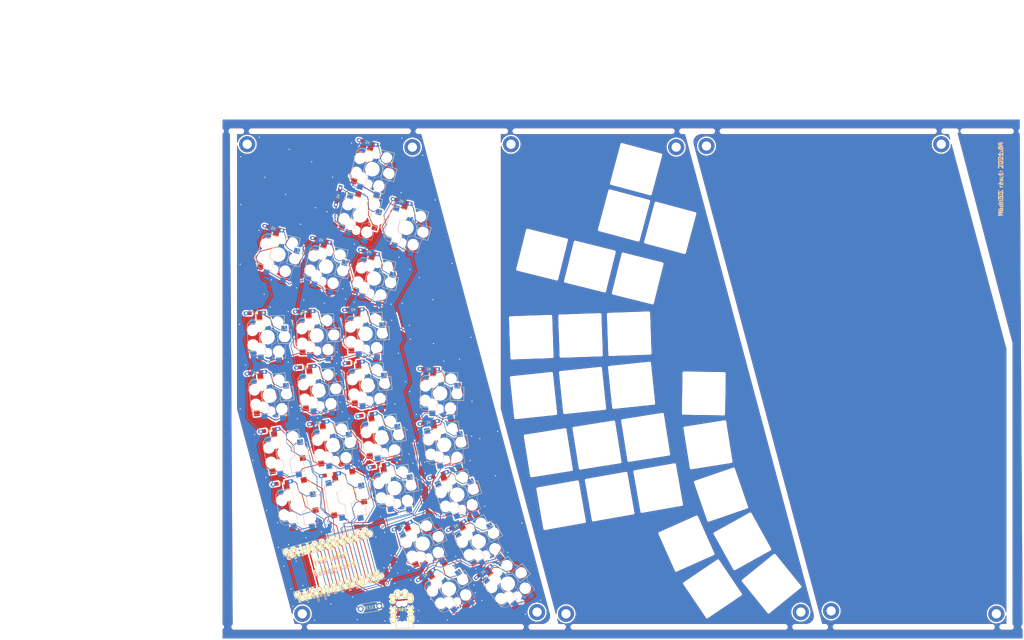
<source format=kicad_pcb>
(kicad_pcb (version 20171130) (host pcbnew "(5.1.5)-3")
  (layers (0 F.Cu signal hide) (31 B.Cu signal hide) (34 B.Paste user hide) (35 F.Paste user hide) (36 B.SilkS user hide) (37 F.SilkS user) (38 B.Mask user hide) (39 F.Mask user hide) (44 Edge.Cuts user))
  (net 0 "")
  (net 1 row_00)
  (net 2 "Net-(D6-Pad1)")
  (net 3 row_01)
  (net 4 "Net-(D12-Pad1)")
  (net 5 row_02)
  (net 6 "Net-(D16-Pad1)")
  (net 7 col_00)
  (net 8 GND)
  (net 9 rst)
  (net 10 "Net-(U1-Pad24)")
  (net 11 data)
  (net 12 "Net-(D18-Pad1)")
  (net 13 "Net-(D1-Pad1)")
  (net 14 "Net-(D2-Pad1)")
  (net 15 "Net-(D3-Pad1)")
  (net 16 "Net-(D4-Pad1)")
  (net 17 "Net-(D5-Pad1)")
  (net 18 "Net-(D7-Pad1)")
  (net 19 "Net-(D8-Pad1)")
  (net 20 "Net-(D9-Pad1)")
  (net 21 "Net-(D10-Pad1)")
  (net 22 "Net-(D11-Pad1)")
  (net 23 "Net-(D13-Pad1)")
  (net 24 "Net-(D14-Pad1)")
  (net 25 "Net-(D15-Pad1)")
  (net 26 "Net-(D17-Pad1)")
  (net 27 "Net-(D19-Pad1)")
  (net 28 row_03)
  (net 29 "Net-(D20-Pad1)")
  (net 30 "Net-(D21-Pad1)")
  (net 31 "Net-(D22-Pad1)")
  (net 32 "Net-(D23-Pad1)")
  (net 33 "Net-(D24-Pad1)")
  (net 34 "Net-(D25-Pad1)")
  (net 35 vcc)
  (net 36 col_01)
  (net 37 col_02)
  (net 38 col_03)
  (net 39 col_04)
  (net 40 col_06)
  (net 41 col_07)
  (net 42 "Net-(U1-Pad13)")
  (net 43 "Net-(U1-Pad12)")
  (net 44 "Net-(U1-Pad11)")
  (net 45 "Net-(U1-Pad6)")
  (net 46 "Net-(U1-Pad5)")
  (net 47 "Net-(U1-Pad1)")
  (module 0:MJ-4PP-9 (layer F.Cu) (at 71.686009 186.048315 182)
    (fp_text reference J1)
    (fp_text value TRRS hide)
    (fp_text user TRRS (at -0.75 6.45 182) (layer F.SilkS))
    (fp_text user TRRS (at -0.75 6.45 182) (layer F.SilkS))
    (pad "" np_thru_hole circle (at -1.75 8.5 182) (size 1.2 1.2) (drill 1.2) (layers *.Cu *.Mask F.SilkS))
    (pad "" np_thru_hole circle (at -1.75 1.5 182) (size 1.2 1.2) (drill 1.2) (layers *.Cu *.Mask F.SilkS))
    (pad T thru_hole oval (at -3.85 10.3 182) (size 1.7 2.5) (drill oval 1 1.5) (layers *.Cu *.Mask F.SilkS) (net 35 vcc) (clearance 0.15))
    (pad S thru_hole oval (at 0.35 11.8 182) (size 1.7 2.5) (drill oval 1 1.5) (layers *.Cu *.Mask F.SilkS) (net 11 data) (clearance 0.15))
    (pad R2 thru_hole oval (at -3.85 3.3 182) (size 1.7 2.5) (drill oval 1 1.5) (layers *.Cu *.Mask F.SilkS) (net 11 data))
    (pad R1 thru_hole oval (at -3.85 6.3 182) (size 1.7 2.5) (drill oval 1 1.5) (layers *.Cu *.Mask F.SilkS) (net 8 GND))
    (pad "" np_thru_hole circle (at 0 1.5 182) (size 1.2 1.2) (drill 1.2) (layers *.Cu *.Mask F.SilkS))
    (pad "" np_thru_hole circle (at 0 8.5 182) (size 1.2 1.2) (drill 1.2) (layers *.Cu *.Mask F.SilkS))
    (pad R2 thru_hole oval (at 2.1 3.3 182) (size 1.7 2.5) (drill oval 1 1.5) (layers *.Cu *.Mask F.SilkS) (net 11 data))
    (pad R1 thru_hole oval (at 2.1 6.3 182) (size 1.7 2.5) (drill oval 1 1.5) (layers *.Cu *.Mask F.SilkS) (net 8 GND))
    (pad T thru_hole oval (at 2.1 10.3 182) (size 1.7 2.5) (drill oval 1 1.5) (layers *.Cu *.Mask F.SilkS) (net 35 vcc) (clearance 0.15))
    (pad S thru_hole oval (at -2.1 11.8 182) (size 1.7 2.5) (drill oval 1 1.5) (layers *.Cu *.Mask F.SilkS) (net 11 data) (clearance 0.15))
  )
  (module 0:MountingHole_3.2mm_M3_DIN965_Pad (layer F.Cu) (at 129 181 195)
    (fp_text reference REF**)
    (fp_text value MountingHole_3.2mm_M3_DIN965_Pad)
    (pad 1 thru_hole circle (at 0 0 195) (size 5.6 5.6) (drill 3.2) (layers *.Cu *.Mask))
  )
  (module 0:MountingHole_3.2mm_M3_DIN965_Pad (layer F.Cu) (at 210 180.4 105)
    (fp_text reference REF**)
    (fp_text value MountingHole_3.2mm_M3_DIN965_Pad)
    (pad 1 thru_hole circle (at 0 0 105) (size 5.6 5.6) (drill 3.2) (layers *.Cu *.Mask))
  )
  (module 0:MountingHole_3.2mm_M3_DIN965_Pad (layer F.Cu) (at 258.4484 19 15)
    (fp_text reference REF**)
    (fp_text value MountingHole_3.2mm_M3_DIN965_Pad)
    (pad 1 thru_hole circle (at 0 0 15) (size 5.6 5.6) (drill 3.2) (layers *.Cu *.Mask))
  )
  (module 0:MountingHole_3.2mm_M3_DIN965_Pad (layer F.Cu) (at 277.4484 181 285)
    (fp_text reference REF**)
    (fp_text value MountingHole_3.2mm_M3_DIN965_Pad)
    (pad 1 thru_hole circle (at 0 0 285) (size 5.6 5.6) (drill 3.2) (layers *.Cu *.Mask))
  )
  (module 0:MountingHole_3.2mm_M3_DIN965_Pad (layer F.Cu) (at 177.4484 19.6 285)
    (fp_text reference REF**)
    (fp_text value MountingHole_3.2mm_M3_DIN965_Pad)
    (pad 1 thru_hole circle (at 0 0 285) (size 5.6 5.6) (drill 3.2) (layers *.Cu *.Mask))
  )
  (module 0:MountingHole_3.2mm_M3_DIN965_Pad (layer F.Cu) (at 220.4484 180 285)
    (fp_text reference REF**)
    (fp_text value MountingHole_3.2mm_M3_DIN965_Pad)
    (pad 1 thru_hole circle (at 0 0 285) (size 5.6 5.6) (drill 3.2) (layers *.Cu *.Mask))
  )
  (module 0:MountingHole_3.2mm_M3_DIN965_Pad (layer F.Cu) (at 110 19 105)
    (fp_text reference REF**)
    (fp_text value MountingHole_3.2mm_M3_DIN965_Pad)
    (pad 1 thru_hole circle (at 0 0 105) (size 5.6 5.6) (drill 3.2) (layers *.Cu *.Mask))
  )
  (module 0:MountingHole_3.2mm_M3_DIN965_Pad (layer F.Cu) (at 167 20 105)
    (fp_text reference REF**)
    (fp_text value MountingHole_3.2mm_M3_DIN965_Pad)
    (pad 1 thru_hole circle (at 0 0 105) (size 5.6 5.6) (drill 3.2) (layers *.Cu *.Mask))
  )
  (module 0:MountingHole_3.2mm_M3_DIN965_Pad (layer F.Cu) (at 75.9996 20 105)
    (fp_text reference REF**)
    (fp_text value MountingHole_3.2mm_M3_DIN965_Pad)
    (pad 1 thru_hole circle (at 0 0 105) (size 5.6 5.6) (drill 3.2) (layers *.Cu *.Mask))
  )
  (module 0:MountingHole_3.2mm_M3_DIN965_Pad (layer F.Cu) (at 18.9996 19 105)
    (fp_text reference REF**)
    (fp_text value MountingHole_3.2mm_M3_DIN965_Pad)
    (pad 1 thru_hole circle (at 0 0 105) (size 5.6 5.6) (drill 3.2) (layers *.Cu *.Mask))
  )
  (module 0:MountingHole_3.2mm_M3_DIN965_Pad (layer F.Cu) (at 37.9996 181 195)
    (fp_text reference REF**)
    (fp_text value MountingHole_3.2mm_M3_DIN965_Pad)
    (pad 1 thru_hole circle (at 0 0 195) (size 5.6 5.6) (drill 3.2) (layers *.Cu *.Mask))
  )
  (module 0:MountingHole_3.2mm_M3_DIN965_Pad (layer F.Cu) (at 118.9996 180.4 105)
    (fp_text reference REF**)
    (fp_text value MountingHole_3.2mm_M3_DIN965_Pad)
    (pad 1 thru_hole circle (at 0 0 105) (size 5.6 5.6) (drill 3.2) (layers *.Cu *.Mask))
  )
  (module 0:ProMicro_v2 (layer F.Cu) (at 48.507068 163.307509 105)
    (fp_text reference U1 hide)
    (fp_text value Pro_Micro hide)
    (fp_text user "" (at -0.5 -17.25 105) (layer F.SilkS))
    (fp_text user "" (at -0.5 -17.25 105) (layer F.SilkS))
    (fp_text user RAW (at -9.7155 -14.478 105) (layer F.SilkS) (effects (font (size 0.75 0.5) (thickness 0.125))))
    (fp_text user LED (at 5.5 -14.478 105) (layer F.SilkS) (effects (font (size 0.75 0.5) (thickness 0.125))))
    (fp_text user GND (at -9.7155 -11.938 105) (layer F.SilkS) (effects (font (size 0.75 0.5) (thickness 0.125))))
    (fp_text user DATA (at 5.35 -11.95 105) (layer F.SilkS) (effects (font (size 0.75 0.5) (thickness 0.125))))
    (fp_text user RST (at -9.7155 -9.3345 105) (layer F.SilkS) (effects (font (size 0.75 0.5) (thickness 0.125))))
    (fp_text user GND (at 5.5245 -9.3345 105) (layer F.SilkS) (effects (font (size 0.75 0.5) (thickness 0.125))))
    (fp_text user VCC (at -9.7155 -6.858 105) (layer F.SilkS) (effects (font (size 0.75 0.5) (thickness 0.125))))
    (fp_text user GND (at 5.461 -6.7945 105) (layer F.SilkS) (effects (font (size 0.75 0.5) (thickness 0.125))))
    (fp_text user COL3 (at -10 3.35 105) (layer F.SilkS) (effects (font (size 0.75 0.5) (thickness 0.125))))
    (fp_text user ROW0 (at 5.2 0.8 105) (layer F.SilkS) (effects (font (size 0.75 0.5) (thickness 0.125))))
    (fp_text user COL2 (at -9.9 0.762 105) (layer F.SilkS) (effects (font (size 0.75 0.5) (thickness 0.125))))
    (fp_text user SCL (at 5.461 -1.778 105) (layer F.SilkS) (effects (font (size 0.75 0.5) (thickness 0.125))))
    (fp_text user COL1 (at -9.85 -1.778 105) (layer F.SilkS) (effects (font (size 0.75 0.5) (thickness 0.125))))
    (fp_text user SDA (at 5.461 -4.318 105) (layer F.SilkS) (effects (font (size 0.75 0.5) (thickness 0.125))))
    (fp_text user COL0 (at -9.9 -4.3 105) (layer F.SilkS) (effects (font (size 0.75 0.5) (thickness 0.125))))
    (fp_text user B6 (at -10.05 13.5 105) (layer F.SilkS) (effects (font (size 0.75 0.5) (thickness 0.125))))
    (fp_text user B5 (at 5.2 13.5255 105) (layer F.SilkS) (effects (font (size 0.75 0.5) (thickness 0.125))))
    (fp_text user B4 (at 5.2 10.922 105) (layer F.SilkS) (effects (font (size 0.75 0.5) (thickness 0.125))))
    (fp_text user B2 (at -9.95 10.95 105) (layer F.SilkS) (effects (font (size 0.75 0.5) (thickness 0.125))))
    (fp_text user ROW3 (at 5.2 8.4455 105) (layer F.SilkS) (effects (font (size 0.75 0.5) (thickness 0.125))))
    (fp_text user COL5 (at -9.95 8.4455 105) (layer F.SilkS) (effects (font (size 0.75 0.5) (thickness 0.125))))
    (fp_text user ROW2 (at 5.2 5.85 105) (layer F.SilkS) (effects (font (size 0.75 0.5) (thickness 0.125))))
    (fp_text user COL4 (at -9.95 5.85 105) (layer F.SilkS) (effects (font (size 0.75 0.5) (thickness 0.125))))
    (fp_text user ROW1 (at 5.25 3.302 105) (layer F.SilkS) (effects (font (size 0.75 0.5) (thickness 0.125))))
    (fp_text user ROW1 (at 5.25 3.302 105) (layer F.SilkS) (effects (font (size 0.75 0.5) (thickness 0.125))))
    (fp_text user COL4 (at -9.950001 5.85 105) (layer F.SilkS) (effects (font (size 0.75 0.5) (thickness 0.125))))
    (fp_text user ROW2 (at 5.2 5.85 105) (layer F.SilkS) (effects (font (size 0.75 0.5) (thickness 0.125))))
    (fp_text user COL5 (at -9.95 8.4455 105) (layer F.SilkS) (effects (font (size 0.75 0.5) (thickness 0.125))))
    (fp_text user ROW3 (at 5.2 8.445501 105) (layer F.SilkS) (effects (font (size 0.75 0.5) (thickness 0.125))))
    (fp_text user B2 (at -9.95 10.95 105) (layer F.SilkS) (effects (font (size 0.75 0.5) (thickness 0.125))))
    (fp_text user B4 (at 5.2 10.922 105) (layer F.SilkS) (effects (font (size 0.75 0.5) (thickness 0.125))))
    (fp_text user B5 (at 5.2 13.5255 105) (layer F.SilkS) (effects (font (size 0.75 0.5) (thickness 0.125))))
    (fp_text user B6 (at -10.05 13.5 105) (layer F.SilkS) (effects (font (size 0.75 0.5) (thickness 0.125))))
    (fp_text user COL0 (at -9.9 -4.300001 105) (layer F.SilkS) (effects (font (size 0.75 0.5) (thickness 0.125))))
    (fp_text user SDA (at 5.461 -4.318001 105) (layer F.SilkS) (effects (font (size 0.75 0.5) (thickness 0.125))))
    (fp_text user COL1 (at -9.85 -1.778001 105) (layer F.SilkS) (effects (font (size 0.75 0.5) (thickness 0.125))))
    (fp_text user SCL (at 5.461 -1.778 105) (layer F.SilkS) (effects (font (size 0.75 0.5) (thickness 0.125))))
    (fp_text user COL2 (at -9.9 0.762 105) (layer F.SilkS) (effects (font (size 0.75 0.5) (thickness 0.125))))
    (fp_text user ROW0 (at 5.2 0.8 105) (layer F.SilkS) (effects (font (size 0.75 0.5) (thickness 0.125))))
    (fp_text user COL3 (at -10 3.35 105) (layer F.SilkS) (effects (font (size 0.75 0.5) (thickness 0.125))))
    (fp_text user GND (at -11.049 -5.5245 105) (layer B.SilkS) (effects (font (size 0.75 0.5) (thickness 0.125)) (justify mirror)))
    (fp_text user VCC (at -9.7155 -6.858 105) (layer F.SilkS) (effects (font (size 0.75 0.5) (thickness 0.125))))
    (fp_text user GND (at -11.049 -8.0645 105) (layer B.SilkS) (effects (font (size 0.75 0.5) (thickness 0.125)) (justify mirror)))
    (fp_text user RST (at -9.7155 -9.3345 105) (layer F.SilkS) (effects (font (size 0.75 0.5) (thickness 0.125))))
    (fp_text user DATA (at 5.350001 -11.95 105) (layer F.SilkS) (effects (font (size 0.75 0.5) (thickness 0.125))))
    (fp_text user GND (at -9.7155 -11.938 105) (layer F.SilkS) (effects (font (size 0.75 0.5) (thickness 0.125))))
    (fp_text user LED (at 5.5 -14.478 105) (layer F.SilkS) (effects (font (size 0.75 0.5) (thickness 0.125))))
    (fp_text user RAW (at -9.7155 -14.478 105) (layer F.SilkS) (effects (font (size 0.75 0.5) (thickness 0.125))))
    (pad 24 thru_hole circle (at 6.35 -13.208 105) (size 1.524 1.524) (drill 0.8128) (layers *.Cu *.Mask F.SilkS) (net 10 "Net-(U1-Pad24)"))
    (pad 23 thru_hole circle (at 6.35 -10.668 105) (size 1.524 1.524) (drill 0.8128) (layers *.Cu *.Mask F.SilkS) (net 8 GND))
    (pad 22 thru_hole circle (at 6.35 -8.128 105) (size 1.524 1.524) (drill 0.8128) (layers *.Cu *.Mask F.SilkS) (net 9 rst))
    (pad 21 thru_hole circle (at 6.35 -5.588 105) (size 1.524 1.524) (drill 0.8128) (layers *.Cu *.Mask F.SilkS) (net 35 vcc))
    (pad 20 thru_hole circle (at 6.35 -3.048 105) (size 1.524 1.524) (drill 0.8128) (layers *.Cu *.Mask F.SilkS) (net 41 col_07))
    (pad 19 thru_hole circle (at 6.35 -0.508 105) (size 1.524 1.524) (drill 0.8128) (layers *.Cu *.Mask F.SilkS) (net 40 col_06))
    (pad 18 thru_hole circle (at 6.35 2.032 105) (size 1.524 1.524) (drill 0.8128) (layers *.Cu *.Mask F.SilkS) (net 39 col_04))
    (pad 17 thru_hole circle (at 6.35 4.572 105) (size 1.524 1.524) (drill 0.8128) (layers *.Cu *.Mask F.SilkS) (net 38 col_03))
    (pad 16 thru_hole circle (at 6.35 7.112 105) (size 1.524 1.524) (drill 0.8128) (layers *.Cu *.Mask F.SilkS) (net 37 col_02))
    (pad 15 thru_hole circle (at 6.35 9.652 105) (size 1.524 1.524) (drill 0.8128) (layers *.Cu *.Mask F.SilkS) (net 36 col_01))
    (pad 14 thru_hole circle (at 6.35 12.192 105) (size 1.524 1.524) (drill 0.8128) (layers *.Cu *.Mask F.SilkS) (net 7 col_00))
    (pad 13 thru_hole circle (at 6.35 14.732 105) (size 1.524 1.524) (drill 0.8128) (layers *.Cu *.Mask F.SilkS) (net 42 "Net-(U1-Pad13)"))
    (pad 12 thru_hole circle (at -8.89 14.732 105) (size 1.524 1.524) (drill 0.8128) (layers *.Cu *.Mask F.SilkS) (net 43 "Net-(U1-Pad12)"))
    (pad 11 thru_hole circle (at -8.89 12.192 105) (size 1.524 1.524) (drill 0.8128) (layers *.Cu *.Mask F.SilkS) (net 44 "Net-(U1-Pad11)"))
    (pad 10 thru_hole circle (at -8.89 9.652 105) (size 1.524 1.524) (drill 0.8128) (layers *.Cu *.Mask F.SilkS) (net 28 row_03))
    (pad 9 thru_hole circle (at -8.89 7.112 105) (size 1.524 1.524) (drill 0.8128) (layers *.Cu *.Mask F.SilkS) (net 5 row_02))
    (pad 8 thru_hole circle (at -8.89 4.572 105) (size 1.524 1.524) (drill 0.8128) (layers *.Cu *.Mask F.SilkS) (net 3 row_01))
    (pad 7 thru_hole circle (at -8.89 2.032 105) (size 1.524 1.524) (drill 0.8128) (layers *.Cu *.Mask F.SilkS) (net 1 row_00))
    (pad 6 thru_hole circle (at -8.89 -0.508 105) (size 1.524 1.524) (drill 0.8128) (layers *.Cu *.Mask F.SilkS) (net 45 "Net-(U1-Pad6)"))
    (pad 5 thru_hole circle (at -8.89 -3.048 105) (size 1.524 1.524) (drill 0.8128) (layers *.Cu *.Mask F.SilkS) (net 46 "Net-(U1-Pad5)"))
    (pad 4 thru_hole circle (at -8.89 -5.588 105) (size 1.524 1.524) (drill 0.8128) (layers *.Cu *.Mask F.SilkS) (net 8 GND))
    (pad 3 thru_hole circle (at -8.89 -8.128 105) (size 1.524 1.524) (drill 0.8128) (layers *.Cu *.Mask F.SilkS) (net 8 GND))
    (pad 2 thru_hole circle (at -8.89 -10.668 105) (size 1.524 1.524) (drill 0.8128) (layers *.Cu *.Mask F.SilkS) (net 11 data))
    (pad 1 thru_hole circle (at -8.89 -13.208 105) (size 1.524 1.524) (drill 0.8128) (layers *.Cu *.Mask F.SilkS) (net 47 "Net-(U1-Pad1)"))
    (pad 1 thru_hole circle (at 7.6564 -14.478 105) (size 1.524 1.524) (drill 0.8128) (layers *.Cu *.Mask F.SilkS) (net 47 "Net-(U1-Pad1)"))
    (pad 2 thru_hole circle (at 7.6564 -11.938 105) (size 1.524 1.524) (drill 0.8128) (layers *.Cu *.Mask F.SilkS) (net 11 data))
    (pad 3 thru_hole circle (at 7.6564 -9.398 105) (size 1.524 1.524) (drill 0.8128) (layers *.Cu *.Mask F.SilkS) (net 8 GND))
    (pad 4 thru_hole circle (at 7.6564 -6.858 105) (size 1.524 1.524) (drill 0.8128) (layers *.Cu *.Mask F.SilkS) (net 8 GND))
    (pad 5 thru_hole circle (at 7.6564 -4.318 105) (size 1.524 1.524) (drill 0.8128) (layers *.Cu *.Mask F.SilkS) (net 46 "Net-(U1-Pad5)"))
    (pad 6 thru_hole circle (at 7.6564 -1.778 105) (size 1.524 1.524) (drill 0.8128) (layers *.Cu *.Mask F.SilkS) (net 45 "Net-(U1-Pad6)"))
    (pad 7 thru_hole circle (at 7.6564 0.762 105) (size 1.524 1.524) (drill 0.8128) (layers *.Cu *.Mask F.SilkS) (net 1 row_00))
    (pad 8 thru_hole circle (at 7.6564 3.302 105) (size 1.524 1.524) (drill 0.8128) (layers *.Cu *.Mask F.SilkS) (net 3 row_01))
    (pad 9 thru_hole circle (at 7.6564 5.842 105) (size 1.524 1.524) (drill 0.8128) (layers *.Cu *.Mask F.SilkS) (net 5 row_02))
    (pad 10 thru_hole circle (at 7.6564 8.382 105) (size 1.524 1.524) (drill 0.8128) (layers *.Cu *.Mask F.SilkS) (net 28 row_03))
    (pad 11 thru_hole circle (at 7.6564 10.922 105) (size 1.524 1.524) (drill 0.8128) (layers *.Cu *.Mask F.SilkS) (net 44 "Net-(U1-Pad11)"))
    (pad 12 thru_hole circle (at 7.6564 13.462 105) (size 1.524 1.524) (drill 0.8128) (layers *.Cu *.Mask F.SilkS) (net 43 "Net-(U1-Pad12)"))
    (pad 13 thru_hole circle (at -7.5636 13.462 105) (size 1.524 1.524) (drill 0.8128) (layers *.Cu *.Mask F.SilkS) (net 42 "Net-(U1-Pad13)"))
    (pad 14 thru_hole circle (at -7.5636 10.922 105) (size 1.524 1.524) (drill 0.8128) (layers *.Cu *.Mask F.SilkS) (net 7 col_00))
    (pad 15 thru_hole circle (at -7.5636 8.382 105) (size 1.524 1.524) (drill 0.8128) (layers *.Cu *.Mask F.SilkS) (net 36 col_01))
    (pad 16 thru_hole circle (at -7.5636 5.842 105) (size 1.524 1.524) (drill 0.8128) (layers *.Cu *.Mask F.SilkS) (net 37 col_02))
    (pad 17 thru_hole circle (at -7.5636 3.302 105) (size 1.524 1.524) (drill 0.8128) (layers *.Cu *.Mask F.SilkS) (net 38 col_03))
    (pad 18 thru_hole circle (at -7.5636 0.762 105) (size 1.524 1.524) (drill 0.8128) (layers *.Cu *.Mask F.SilkS) (net 39 col_04))
    (pad 19 thru_hole circle (at -7.5636 -1.778 105) (size 1.524 1.524) (drill 0.8128) (layers *.Cu *.Mask F.SilkS) (net 40 col_06))
    (pad 20 thru_hole circle (at -7.5636 -4.318 105) (size 1.524 1.524) (drill 0.8128) (layers *.Cu *.Mask F.SilkS) (net 41 col_07))
    (pad 21 thru_hole circle (at -7.5636 -6.858 105) (size 1.524 1.524) (drill 0.8128) (layers *.Cu *.Mask F.SilkS) (net 35 vcc))
    (pad 22 thru_hole circle (at -7.5636 -9.398 105) (size 1.524 1.524) (drill 0.8128) (layers *.Cu *.Mask F.SilkS) (net 9 rst))
    (pad 23 thru_hole circle (at -7.5636 -11.938 105) (size 1.524 1.524) (drill 0.8128) (layers *.Cu *.Mask F.SilkS) (net 8 GND))
    (pad 24 thru_hole circle (at -7.5636 -14.478 105) (size 1.524 1.524) (drill 0.8128) (layers *.Cu *.Mask F.SilkS) (net 10 "Net-(U1-Pad24)"))
  )
  (module 0:CherryMX_Choc_Hotswap_Narrow (layer F.Cu) (at 36.29577 143.517293 100)
    (fp_text reference SW1 hide)
    (fp_text value KEY hide)
    (pad 1 smd rect (at -5.6 -5.08 280) (size 2 2) (layers F.Cu F.Paste F.Mask) (net 36 col_01))
    (pad "" np_thru_hole circle (at 3.81 -2.54 280) (size 3 3) (drill 3) (layers *.Cu *.Mask))
    (pad "" np_thru_hole circle (at -2.54 -5.08 280) (size 3 3) (drill 3) (layers *.Cu *.Mask))
    (pad 2 smd rect (at 6.9 -2.54 280) (size 2 2) (layers F.Cu F.Paste F.Mask) (net 13 "Net-(D1-Pad1)"))
    (pad "" np_thru_hole circle (at 5 3.7 10) (size 3 3) (drill 3) (layers *.Cu *.Mask))
    (pad 2 smd rect (at -2.8 5.9 280) (size 1.8 2) (layers F.Cu F.Paste F.Mask) (net 13 "Net-(D1-Pad1)"))
    (pad 1 smd rect (at 8.1 3.7 280) (size 2 2) (layers F.Cu F.Paste F.Mask) (net 36 col_01))
    (pad 1 smd rect (at -8.1 3.7 280) (size 2 2) (layers B.Cu B.Paste B.Mask) (net 36 col_01))
    (pad 2 smd rect (at 2.8 5.9 280) (size 1.9 2) (layers B.Cu B.Paste B.Mask) (net 13 "Net-(D1-Pad1)"))
    (pad "" np_thru_hole circle (at -5 3.7 190) (size 3 3) (drill 3) (layers *.Cu *.Mask))
    (pad "" np_thru_hole circle (at 0 5.9 190) (size 3 3) (drill 3) (layers *.Cu *.Mask))
    (pad 1 smd rect (at -6.9 -2.54 280) (size 2 2) (layers B.Cu B.Paste B.Mask) (net 36 col_01))
    (pad "" np_thru_hole circle (at 2.54 -5.08 280) (size 3 3) (drill 3) (layers *.Cu *.Mask))
    (pad "" np_thru_hole circle (at 0 0 190) (size 4 4) (drill 4) (layers *.Cu *.Mask))
    (pad "" np_thru_hole circle (at -5.5 0 190) (size 1.9 1.9) (drill 1.9) (layers *.Cu *.Mask))
    (pad "" np_thru_hole circle (at 5.5 0 190) (size 1.9 1.9) (drill 1.9) (layers *.Cu *.Mask))
    (pad "" np_thru_hole circle (at 5.08 0 100) (size 1.7 1.7) (drill 1.7) (layers *.Cu *.Mask))
    (pad "" np_thru_hole circle (at -5.08 0 100) (size 1.7 1.7) (drill 1.7) (layers *.Cu *.Mask))
    (pad "" np_thru_hole circle (at -3.81 -2.54 280) (size 3 3) (drill 3) (layers *.Cu *.Mask))
    (pad 2 smd rect (at 5.6 -5.08 280) (size 2 2) (layers B.Cu B.Paste B.Mask) (net 13 "Net-(D1-Pad1)"))
  )
  (module 0:D3_TH_SMD_v2 (layer F.Cu) (at 44.487219 52.049841 166)
    (fp_text reference D11 hide)
    (fp_text value DIODE hide)
    (pad 1 thru_hole rect (at -3 0 166) (size 1.778 1.3) (drill 0.8128) (layers *.Cu B.Mask) (net 22 "Net-(D11-Pad1)"))
    (pad 2 thru_hole oval (at 3 0 166) (size 1.778 1.3) (drill 0.8128) (layers *.Cu B.Mask) (net 3 row_01))
    (pad 1 smd rect (at -1.775 0 346) (size 1.4 1.3) (layers F.Cu F.Paste F.Mask) (net 22 "Net-(D11-Pad1)"))
    (pad 2 smd rect (at 1.775 0 346) (size 1.4 1.3) (layers F.Cu F.Paste F.Mask) (net 3 row_01))
  )
  (module 0:D3_TH_SMD_v2 (layer F.Cu) (at 38.601274 76.636047 182)
    (fp_text reference D10 hide)
    (fp_text value DIODE hide)
    (pad 1 thru_hole rect (at -3 0 182) (size 1.778 1.3) (drill 0.8128) (layers *.Cu B.Mask) (net 21 "Net-(D10-Pad1)"))
    (pad 2 thru_hole oval (at 3 0 182) (size 1.778 1.3) (drill 0.8128) (layers *.Cu B.Mask) (net 3 row_01))
    (pad 1 smd rect (at -1.775 0 2) (size 1.4 1.3) (layers F.Cu F.Paste F.Mask) (net 21 "Net-(D10-Pad1)"))
    (pad 2 smd rect (at 1.775 0 2) (size 1.4 1.3) (layers F.Cu F.Paste F.Mask) (net 3 row_01))
  )
  (module 0:D3_TH_SMD_v2 (layer F.Cu) (at 27.99219 47.937166 166)
    (fp_text reference D5 hide)
    (fp_text value DIODE hide)
    (pad 1 thru_hole rect (at -3 0 166) (size 1.778 1.3) (drill 0.8128) (layers *.Cu B.Mask) (net 17 "Net-(D5-Pad1)"))
    (pad 2 thru_hole oval (at 3 0 166) (size 1.778 1.3) (drill 0.8128) (layers *.Cu B.Mask) (net 1 row_00))
    (pad 1 smd rect (at -1.775 0 346) (size 1.4 1.3) (layers F.Cu F.Paste F.Mask) (net 17 "Net-(D5-Pad1)"))
    (pad 2 smd rect (at 1.775 0 346) (size 1.4 1.3) (layers F.Cu F.Paste F.Mask) (net 1 row_00))
  )
  (module 0:CherryMX_Choc_Hotswap_Narrow (layer F.Cu) (at 85.525045 104.96429 89)
    (fp_text reference SW25 hide)
    (fp_text value KEY hide)
    (pad 1 smd rect (at -5.6 -5.08 269) (size 2 2) (layers F.Cu F.Paste F.Mask) (net 41 col_07))
    (pad "" np_thru_hole circle (at 3.81 -2.54 269) (size 3 3) (drill 3) (layers *.Cu *.Mask))
    (pad "" np_thru_hole circle (at -2.54 -5.08 269) (size 3 3) (drill 3) (layers *.Cu *.Mask))
    (pad 2 smd rect (at 6.9 -2.54 269) (size 2 2) (layers F.Cu F.Paste F.Mask) (net 34 "Net-(D25-Pad1)"))
    (pad "" np_thru_hole circle (at 5 3.7 359) (size 3 3) (drill 3) (layers *.Cu *.Mask))
    (pad 2 smd rect (at -2.8 5.9 269) (size 1.8 2) (layers F.Cu F.Paste F.Mask) (net 34 "Net-(D25-Pad1)"))
    (pad 1 smd rect (at 8.1 3.7 269) (size 2 2) (layers F.Cu F.Paste F.Mask) (net 41 col_07))
    (pad 1 smd rect (at -8.1 3.7 269) (size 2 2) (layers B.Cu B.Paste B.Mask) (net 41 col_07))
    (pad 2 smd rect (at 2.8 5.9 269) (size 1.9 2) (layers B.Cu B.Paste B.Mask) (net 34 "Net-(D25-Pad1)"))
    (pad "" np_thru_hole circle (at -5 3.7 179) (size 3 3) (drill 3) (layers *.Cu *.Mask))
    (pad "" np_thru_hole circle (at 0 5.9 179) (size 3 3) (drill 3) (layers *.Cu *.Mask))
    (pad 1 smd rect (at -6.9 -2.54 269) (size 2 2) (layers B.Cu B.Paste B.Mask) (net 41 col_07))
    (pad "" np_thru_hole circle (at 2.54 -5.08 269) (size 3 3) (drill 3) (layers *.Cu *.Mask))
    (pad "" np_thru_hole circle (at 0 0 179) (size 4 4) (drill 4) (layers *.Cu *.Mask))
    (pad "" np_thru_hole circle (at -5.5 0 179) (size 1.9 1.9) (drill 1.9) (layers *.Cu *.Mask))
    (pad "" np_thru_hole circle (at 5.5 0 179) (size 1.9 1.9) (drill 1.9) (layers *.Cu *.Mask))
    (pad "" np_thru_hole circle (at 5.08 0 89) (size 1.7 1.7) (drill 1.7) (layers *.Cu *.Mask))
    (pad "" np_thru_hole circle (at -5.08 0 89) (size 1.7 1.7) (drill 1.7) (layers *.Cu *.Mask))
    (pad "" np_thru_hole circle (at -3.81 -2.54 269) (size 3 3) (drill 3) (layers *.Cu *.Mask))
    (pad 2 smd rect (at 5.6 -5.08 269) (size 2 2) (layers B.Cu B.Paste B.Mask) (net 34 "Net-(D25-Pad1)"))
  )
  (module 0:D3_TH_SMD_v2 (layer F.Cu) (at 43.461952 115.112187 189)
    (fp_text reference D8 hide)
    (fp_text value DIODE hide)
    (pad 1 thru_hole rect (at -3 0 189) (size 1.778 1.3) (drill 0.8128) (layers *.Cu B.Mask) (net 19 "Net-(D8-Pad1)"))
    (pad 2 thru_hole oval (at 3 0 189) (size 1.778 1.3) (drill 0.8128) (layers *.Cu B.Mask) (net 3 row_01))
    (pad 1 smd rect (at -1.775 0 9) (size 1.4 1.3) (layers F.Cu F.Paste F.Mask) (net 19 "Net-(D8-Pad1)"))
    (pad 2 smd rect (at 1.775 0 9) (size 1.4 1.3) (layers F.Cu F.Paste F.Mask) (net 3 row_01))
  )
  (module 0:D3_TH_SMD_v2 (layer F.Cu) (at 60.510053 18.359534 165)
    (fp_text reference D6 hide)
    (fp_text value DIODE hide)
    (pad 1 thru_hole rect (at -3 0 165) (size 1.778 1.3) (drill 0.8128) (layers *.Cu B.Mask) (net 2 "Net-(D6-Pad1)"))
    (pad 2 thru_hole oval (at 3 0 165) (size 1.778 1.3) (drill 0.8128) (layers *.Cu B.Mask) (net 1 row_00))
    (pad 1 smd rect (at -1.775 0 345) (size 1.4 1.3) (layers F.Cu F.Paste F.Mask) (net 2 "Net-(D6-Pad1)"))
    (pad 2 smd rect (at 1.775 0 345) (size 1.4 1.3) (layers F.Cu F.Paste F.Mask) (net 1 row_00))
  )
  (module 0:D3_TH_SMD_v2 (layer F.Cu) (at 30.880528 135.84102 190)
    (fp_text reference D1 hide)
    (fp_text value DIODE hide)
    (pad 1 thru_hole rect (at -3 0 190) (size 1.778 1.3) (drill 0.8128) (layers *.Cu B.Mask) (net 13 "Net-(D1-Pad1)"))
    (pad 2 thru_hole oval (at 3 0 190) (size 1.778 1.3) (drill 0.8128) (layers *.Cu B.Mask) (net 1 row_00))
    (pad 1 smd rect (at -1.775 0 10) (size 1.4 1.3) (layers F.Cu F.Paste F.Mask) (net 13 "Net-(D1-Pad1)"))
    (pad 2 smd rect (at 1.775 0 10) (size 1.4 1.3) (layers F.Cu F.Paste F.Mask) (net 1 row_00))
  )
  (module 0:CherryMX_Choc_Hotswap_Narrow (layer F.Cu) (at 53.037501 140.565273 100)
    (fp_text reference SW7 hide)
    (fp_text value KEY hide)
    (pad 1 smd rect (at -5.6 -5.08 280) (size 2 2) (layers F.Cu F.Paste F.Mask) (net 36 col_01))
    (pad "" np_thru_hole circle (at 3.81 -2.54 280) (size 3 3) (drill 3) (layers *.Cu *.Mask))
    (pad "" np_thru_hole circle (at -2.54 -5.08 280) (size 3 3) (drill 3) (layers *.Cu *.Mask))
    (pad 2 smd rect (at 6.9 -2.54 280) (size 2 2) (layers F.Cu F.Paste F.Mask) (net 18 "Net-(D7-Pad1)"))
    (pad "" np_thru_hole circle (at 5 3.7 10) (size 3 3) (drill 3) (layers *.Cu *.Mask))
    (pad 2 smd rect (at -2.8 5.9 280) (size 1.8 2) (layers F.Cu F.Paste F.Mask) (net 18 "Net-(D7-Pad1)"))
    (pad 1 smd rect (at 8.1 3.7 280) (size 2 2) (layers F.Cu F.Paste F.Mask) (net 36 col_01))
    (pad 1 smd rect (at -8.1 3.7 280) (size 2 2) (layers B.Cu B.Paste B.Mask) (net 36 col_01))
    (pad 2 smd rect (at 2.8 5.9 280) (size 1.9 2) (layers B.Cu B.Paste B.Mask) (net 18 "Net-(D7-Pad1)"))
    (pad "" np_thru_hole circle (at -5 3.7 190) (size 3 3) (drill 3) (layers *.Cu *.Mask))
    (pad "" np_thru_hole circle (at 0 5.9 190) (size 3 3) (drill 3) (layers *.Cu *.Mask))
    (pad 1 smd rect (at -6.9 -2.54 280) (size 2 2) (layers B.Cu B.Paste B.Mask) (net 36 col_01))
    (pad "" np_thru_hole circle (at 2.54 -5.08 280) (size 3 3) (drill 3) (layers *.Cu *.Mask))
    (pad "" np_thru_hole circle (at 0 0 190) (size 4 4) (drill 4) (layers *.Cu *.Mask))
    (pad "" np_thru_hole circle (at -5.5 0 190) (size 1.9 1.9) (drill 1.9) (layers *.Cu *.Mask))
    (pad "" np_thru_hole circle (at 5.5 0 190) (size 1.9 1.9) (drill 1.9) (layers *.Cu *.Mask))
    (pad "" np_thru_hole circle (at 5.08 0 100) (size 1.7 1.7) (drill 1.7) (layers *.Cu *.Mask))
    (pad "" np_thru_hole circle (at -5.08 0 100) (size 1.7 1.7) (drill 1.7) (layers *.Cu *.Mask))
    (pad "" np_thru_hole circle (at -3.81 -2.54 280) (size 3 3) (drill 3) (layers *.Cu *.Mask))
    (pad 2 smd rect (at 5.6 -5.08 280) (size 2 2) (layers B.Cu B.Paste B.Mask) (net 18 "Net-(D7-Pad1)"))
  )
  (module 0:D3_TH_SMD_v2 (layer F.Cu) (at 72.436632 150.653468 204)
    (fp_text reference D20 hide)
    (fp_text value DIODE hide)
    (pad 1 thru_hole rect (at -3 0 204) (size 1.778 1.3) (drill 0.8128) (layers *.Cu B.Mask) (net 29 "Net-(D20-Pad1)"))
    (pad 2 thru_hole oval (at 3 0 204) (size 1.778 1.3) (drill 0.8128) (layers *.Cu B.Mask) (net 28 row_03))
    (pad 1 smd rect (at -1.775 0 24) (size 1.4 1.3) (layers F.Cu F.Paste F.Mask) (net 29 "Net-(D20-Pad1)"))
    (pad 2 smd rect (at 1.775 0 24) (size 1.4 1.3) (layers F.Cu F.Paste F.Mask) (net 28 row_03))
  )
  (module 0:CherryMX_Choc_Hotswap_Narrow (layer F.Cu) (at 108.896479 170.604027 129)
    (fp_text reference SW21 hide)
    (fp_text value KEY hide)
    (pad 1 smd rect (at -5.6 -5.08 309) (size 2 2) (layers F.Cu F.Paste F.Mask) (net 37 col_02))
    (pad "" np_thru_hole circle (at 3.81 -2.54 309) (size 3 3) (drill 3) (layers *.Cu *.Mask))
    (pad "" np_thru_hole circle (at -2.54 -5.08 309) (size 3 3) (drill 3) (layers *.Cu *.Mask))
    (pad 2 smd rect (at 6.9 -2.54 309) (size 2 2) (layers F.Cu F.Paste F.Mask) (net 30 "Net-(D21-Pad1)"))
    (pad "" np_thru_hole circle (at 5 3.7 39) (size 3 3) (drill 3) (layers *.Cu *.Mask))
    (pad 2 smd rect (at -2.8 5.9 309) (size 1.8 2) (layers F.Cu F.Paste F.Mask) (net 30 "Net-(D21-Pad1)"))
    (pad 1 smd rect (at 8.1 3.7 309) (size 2 2) (layers F.Cu F.Paste F.Mask) (net 37 col_02))
    (pad 1 smd rect (at -8.1 3.7 309) (size 2 2) (layers B.Cu B.Paste B.Mask) (net 37 col_02))
    (pad 2 smd rect (at 2.8 5.9 309) (size 1.9 2) (layers B.Cu B.Paste B.Mask) (net 30 "Net-(D21-Pad1)"))
    (pad "" np_thru_hole circle (at -5 3.7 219) (size 3 3) (drill 3) (layers *.Cu *.Mask))
    (pad "" np_thru_hole circle (at 0 5.9 219) (size 3 3) (drill 3) (layers *.Cu *.Mask))
    (pad 1 smd rect (at -6.9 -2.54 309) (size 2 2) (layers B.Cu B.Paste B.Mask) (net 37 col_02))
    (pad "" np_thru_hole circle (at 2.54 -5.08 309) (size 3 3) (drill 3) (layers *.Cu *.Mask))
    (pad "" np_thru_hole circle (at 0 0 219) (size 4 4) (drill 4) (layers *.Cu *.Mask))
    (pad "" np_thru_hole circle (at -5.5 0 219) (size 1.9 1.9) (drill 1.9) (layers *.Cu *.Mask))
    (pad "" np_thru_hole circle (at 5.5 0 219) (size 1.9 1.9) (drill 1.9) (layers *.Cu *.Mask))
    (pad "" np_thru_hole circle (at 5.08 0 129) (size 1.7 1.7) (drill 1.7) (layers *.Cu *.Mask))
    (pad "" np_thru_hole circle (at -5.08 0 129) (size 1.7 1.7) (drill 1.7) (layers *.Cu *.Mask))
    (pad "" np_thru_hole circle (at -3.81 -2.54 309) (size 3 3) (drill 3) (layers *.Cu *.Mask))
    (pad 2 smd rect (at 5.6 -5.08 309) (size 2 2) (layers B.Cu B.Paste B.Mask) (net 30 "Net-(D21-Pad1)"))
  )
  (module 0:D3_TH_SMD_v2 (layer F.Cu) (at 72.210805 38.687904 165)
    (fp_text reference D18 hide)
    (fp_text value DIODE hide)
    (pad 1 thru_hole rect (at -3 0 165) (size 1.778 1.3) (drill 0.8128) (layers *.Cu B.Mask) (net 12 "Net-(D18-Pad1)"))
    (pad 2 thru_hole oval (at 3 0 165) (size 1.778 1.3) (drill 0.8128) (layers *.Cu B.Mask) (net 5 row_02))
    (pad 1 smd rect (at -1.775 0 345) (size 1.4 1.3) (layers F.Cu F.Paste F.Mask) (net 12 "Net-(D18-Pad1)"))
    (pad 2 smd rect (at 1.775 0 345) (size 1.4 1.3) (layers F.Cu F.Paste F.Mask) (net 5 row_02))
  )
  (module 0:CherryMX_Choc_Hotswap_Narrow (layer F.Cu) (at 79.52167 156.781519 114)
    (fp_text reference SW20 hide)
    (fp_text value KEY hide)
    (pad 1 smd rect (at -5.6 -5.08 294) (size 2 2) (layers F.Cu F.Paste F.Mask) (net 36 col_01))
    (pad "" np_thru_hole circle (at 3.81 -2.54 294) (size 3 3) (drill 3) (layers *.Cu *.Mask))
    (pad "" np_thru_hole circle (at -2.54 -5.08 294) (size 3 3) (drill 3) (layers *.Cu *.Mask))
    (pad 2 smd rect (at 6.9 -2.54 294) (size 2 2) (layers F.Cu F.Paste F.Mask) (net 29 "Net-(D20-Pad1)"))
    (pad "" np_thru_hole circle (at 5 3.7 24) (size 3 3) (drill 3) (layers *.Cu *.Mask))
    (pad 2 smd rect (at -2.8 5.9 294) (size 1.8 2) (layers F.Cu F.Paste F.Mask) (net 29 "Net-(D20-Pad1)"))
    (pad 1 smd rect (at 8.1 3.7 294) (size 2 2) (layers F.Cu F.Paste F.Mask) (net 36 col_01))
    (pad 1 smd rect (at -8.1 3.7 294) (size 2 2) (layers B.Cu B.Paste B.Mask) (net 36 col_01))
    (pad 2 smd rect (at 2.8 5.9 294) (size 1.9 2) (layers B.Cu B.Paste B.Mask) (net 29 "Net-(D20-Pad1)"))
    (pad "" np_thru_hole circle (at -5 3.7 204) (size 3 3) (drill 3) (layers *.Cu *.Mask))
    (pad "" np_thru_hole circle (at 0 5.9 204) (size 3 3) (drill 3) (layers *.Cu *.Mask))
    (pad 1 smd rect (at -6.9 -2.54 294) (size 2 2) (layers B.Cu B.Paste B.Mask) (net 36 col_01))
    (pad "" np_thru_hole circle (at 2.54 -5.08 294) (size 3 3) (drill 3) (layers *.Cu *.Mask))
    (pad "" np_thru_hole circle (at 0 0 204) (size 4 4) (drill 4) (layers *.Cu *.Mask))
    (pad "" np_thru_hole circle (at -5.5 0 204) (size 1.9 1.9) (drill 1.9) (layers *.Cu *.Mask))
    (pad "" np_thru_hole circle (at 5.5 0 204) (size 1.9 1.9) (drill 1.9) (layers *.Cu *.Mask))
    (pad "" np_thru_hole circle (at 5.08 0 114) (size 1.7 1.7) (drill 1.7) (layers *.Cu *.Mask))
    (pad "" np_thru_hole circle (at -5.08 0 114) (size 1.7 1.7) (drill 1.7) (layers *.Cu *.Mask))
    (pad "" np_thru_hole circle (at -3.81 -2.54 294) (size 3 3) (drill 3) (layers *.Cu *.Mask))
    (pad 2 smd rect (at 5.6 -5.08 294) (size 2 2) (layers B.Cu B.Paste B.Mask) (net 29 "Net-(D20-Pad1)"))
  )
  (module 0:D3_TH_SMD_v2 (layer F.Cu) (at 64.363992 129.93698 190)
    (fp_text reference D13 hide)
    (fp_text value DIODE hide)
    (pad 1 thru_hole rect (at -3 0 190) (size 1.778 1.3) (drill 0.8128) (layers *.Cu B.Mask) (net 23 "Net-(D13-Pad1)"))
    (pad 2 thru_hole oval (at 3 0 190) (size 1.778 1.3) (drill 0.8128) (layers *.Cu B.Mask) (net 5 row_02))
    (pad 1 smd rect (at -1.775 0 10) (size 1.4 1.3) (layers F.Cu F.Paste F.Mask) (net 23 "Net-(D13-Pad1)"))
    (pad 2 smd rect (at 1.775 0 10) (size 1.4 1.3) (layers F.Cu F.Paste F.Mask) (net 5 row_02))
  )
  (module 0:D3_TH_SMD_v2 (layer F.Cu) (at 26.598516 117.672922 189)
    (fp_text reference D2 hide)
    (fp_text value DIODE hide)
    (pad 1 thru_hole rect (at -3 0 189) (size 1.778 1.3) (drill 0.8128) (layers *.Cu B.Mask) (net 14 "Net-(D2-Pad1)"))
    (pad 2 thru_hole oval (at 3 0 189) (size 1.778 1.3) (drill 0.8128) (layers *.Cu B.Mask) (net 1 row_00))
    (pad 1 smd rect (at -1.775 0 9) (size 1.4 1.3) (layers F.Cu F.Paste F.Mask) (net 14 "Net-(D2-Pad1)"))
    (pad 2 smd rect (at 1.775 0 9) (size 1.4 1.3) (layers F.Cu F.Paste F.Mask) (net 1 row_00))
  )
  (module 0:D3_TH_SMD_v2 (layer F.Cu) (at 100.427 166.607 219)
    (fp_text reference D21 hide)
    (fp_text value DIODE hide)
    (pad 1 thru_hole rect (at -3 0 219) (size 1.778 1.3) (drill 0.8128) (layers *.Cu B.Mask) (net 30 "Net-(D21-Pad1)"))
    (pad 2 thru_hole oval (at 3 0 219) (size 1.778 1.3) (drill 0.8128) (layers *.Cu B.Mask) (net 28 row_03))
    (pad 1 smd rect (at -1.775 0 39) (size 1.4 1.3) (layers F.Cu F.Paste F.Mask) (net 30 "Net-(D21-Pad1)"))
    (pad 2 smd rect (at 1.775 0 39) (size 1.4 1.3) (layers F.Cu F.Paste F.Mask) (net 28 row_03))
  )
  (module 0:D3_TH_SMD_v2 (layer F.Cu) (at 50.339732 36.950245 255)
    (fp_text reference D12 hide)
    (fp_text value DIODE hide)
    (pad 1 thru_hole rect (at -3 0 255) (size 1.778 1.3) (drill 0.8128) (layers *.Cu B.Mask) (net 4 "Net-(D12-Pad1)"))
    (pad 2 thru_hole oval (at 3 0 255) (size 1.778 1.3) (drill 0.8128) (layers *.Cu B.Mask) (net 3 row_01))
    (pad 1 smd rect (at -1.775 0 75) (size 1.4 1.3) (layers F.Cu F.Paste F.Mask) (net 4 "Net-(D12-Pad1)"))
    (pad 2 smd rect (at 1.775 0 75) (size 1.4 1.3) (layers F.Cu F.Paste F.Mask) (net 3 row_01))
  )
  (module 0:D3_TH_SMD_v2 (layer F.Cu) (at 21.611631 77.229337 182)
    (fp_text reference D4 hide)
    (fp_text value DIODE hide)
    (pad 1 thru_hole rect (at -3 0 182) (size 1.778 1.3) (drill 0.8128) (layers *.Cu B.Mask) (net 16 "Net-(D4-Pad1)"))
    (pad 2 thru_hole oval (at 3 0 182) (size 1.778 1.3) (drill 0.8128) (layers *.Cu B.Mask) (net 1 row_00))
    (pad 1 smd rect (at -1.775 0 2) (size 1.4 1.3) (layers F.Cu F.Paste F.Mask) (net 16 "Net-(D4-Pad1)"))
    (pad 2 smd rect (at 1.775 0 2) (size 1.4 1.3) (layers F.Cu F.Paste F.Mask) (net 1 row_00))
  )
  (module 0:D3_TH_SMD_v2 (layer F.Cu) (at 39.019909 95.779621 186)
    (fp_text reference D9 hide)
    (fp_text value DIODE hide)
    (pad 1 thru_hole rect (at -3 0 186) (size 1.778 1.3) (drill 0.8128) (layers *.Cu B.Mask) (net 20 "Net-(D9-Pad1)"))
    (pad 2 thru_hole oval (at 3 0 186) (size 1.778 1.3) (drill 0.8128) (layers *.Cu B.Mask) (net 3 row_01))
    (pad 1 smd rect (at -1.775 0 6) (size 1.4 1.3) (layers F.Cu F.Paste F.Mask) (net 20 "Net-(D9-Pad1)"))
    (pad 2 smd rect (at 1.775 0 6) (size 1.4 1.3) (layers F.Cu F.Paste F.Mask) (net 3 row_01))
  )
  (module 0:D3_TH_SMD_v2 (layer F.Cu) (at 21.915402 97.82875 186)
    (fp_text reference D3 hide)
    (fp_text value DIODE hide)
    (pad 1 thru_hole rect (at -3 0 186) (size 1.778 1.3) (drill 0.8128) (layers *.Cu B.Mask) (net 15 "Net-(D3-Pad1)"))
    (pad 2 thru_hole oval (at 3 0 186) (size 1.778 1.3) (drill 0.8128) (layers *.Cu B.Mask) (net 1 row_00))
    (pad 1 smd rect (at -1.775 0 6) (size 1.4 1.3) (layers F.Cu F.Paste F.Mask) (net 15 "Net-(D3-Pad1)"))
    (pad 2 smd rect (at 1.775 0 6) (size 1.4 1.3) (layers F.Cu F.Paste F.Mask) (net 1 row_00))
  )
  (module 0:CherryMX_Choc_Hotswap_Narrow (layer F.Cu) (at 91.46576 139.880573 109)
    (fp_text reference SW23 hide)
    (fp_text value KEY hide)
    (pad 1 smd rect (at -5.6 -5.08 289) (size 2 2) (layers F.Cu F.Paste F.Mask) (net 39 col_04))
    (pad "" np_thru_hole circle (at 3.81 -2.54 289) (size 3 3) (drill 3) (layers *.Cu *.Mask))
    (pad "" np_thru_hole circle (at -2.54 -5.08 289) (size 3 3) (drill 3) (layers *.Cu *.Mask))
    (pad 2 smd rect (at 6.9 -2.54 289) (size 2 2) (layers F.Cu F.Paste F.Mask) (net 32 "Net-(D23-Pad1)"))
    (pad "" np_thru_hole circle (at 5 3.7 19) (size 3 3) (drill 3) (layers *.Cu *.Mask))
    (pad 2 smd rect (at -2.8 5.9 289) (size 1.8 2) (layers F.Cu F.Paste F.Mask) (net 32 "Net-(D23-Pad1)"))
    (pad 1 smd rect (at 8.1 3.7 289) (size 2 2) (layers F.Cu F.Paste F.Mask) (net 39 col_04))
    (pad 1 smd rect (at -8.1 3.7 289) (size 2 2) (layers B.Cu B.Paste B.Mask) (net 39 col_04))
    (pad 2 smd rect (at 2.8 5.9 289) (size 1.9 2) (layers B.Cu B.Paste B.Mask) (net 32 "Net-(D23-Pad1)"))
    (pad "" np_thru_hole circle (at -5 3.7 199) (size 3 3) (drill 3) (layers *.Cu *.Mask))
    (pad "" np_thru_hole circle (at 0 5.9 199) (size 3 3) (drill 3) (layers *.Cu *.Mask))
    (pad 1 smd rect (at -6.9 -2.54 289) (size 2 2) (layers B.Cu B.Paste B.Mask) (net 39 col_04))
    (pad "" np_thru_hole circle (at 2.54 -5.08 289) (size 3 3) (drill 3) (layers *.Cu *.Mask))
    (pad "" np_thru_hole circle (at 0 0 199) (size 4 4) (drill 4) (layers *.Cu *.Mask))
    (pad "" np_thru_hole circle (at -5.5 0 199) (size 1.9 1.9) (drill 1.9) (layers *.Cu *.Mask))
    (pad "" np_thru_hole circle (at 5.5 0 199) (size 1.9 1.9) (drill 1.9) (layers *.Cu *.Mask))
    (pad "" np_thru_hole circle (at 5.08 0 109) (size 1.7 1.7) (drill 1.7) (layers *.Cu *.Mask))
    (pad "" np_thru_hole circle (at -5.08 0 109) (size 1.7 1.7) (drill 1.7) (layers *.Cu *.Mask))
    (pad "" np_thru_hole circle (at -3.81 -2.54 289) (size 3 3) (drill 3) (layers *.Cu *.Mask))
    (pad 2 smd rect (at 5.6 -5.08 289) (size 2 2) (layers B.Cu B.Paste B.Mask) (net 32 "Net-(D23-Pad1)"))
  )
  (module 0:CherryMX_Choc_Hotswap_Narrow (layer F.Cu) (at 43.698037 103.935301 96)
    (fp_text reference SW9 hide)
    (fp_text value KEY hide)
    (pad 1 smd rect (at -5.6 -5.08 276) (size 2 2) (layers F.Cu F.Paste F.Mask) (net 38 col_03))
    (pad "" np_thru_hole circle (at 3.81 -2.54 276) (size 3 3) (drill 3) (layers *.Cu *.Mask))
    (pad "" np_thru_hole circle (at -2.54 -5.08 276) (size 3 3) (drill 3) (layers *.Cu *.Mask))
    (pad 2 smd rect (at 6.9 -2.54 276) (size 2 2) (layers F.Cu F.Paste F.Mask) (net 20 "Net-(D9-Pad1)"))
    (pad "" np_thru_hole circle (at 5 3.7 6) (size 3 3) (drill 3) (layers *.Cu *.Mask))
    (pad 2 smd rect (at -2.8 5.9 276) (size 1.8 2) (layers F.Cu F.Paste F.Mask) (net 20 "Net-(D9-Pad1)"))
    (pad 1 smd rect (at 8.1 3.7 276) (size 2 2) (layers F.Cu F.Paste F.Mask) (net 38 col_03))
    (pad 1 smd rect (at -8.1 3.7 276) (size 2 2) (layers B.Cu B.Paste B.Mask) (net 38 col_03))
    (pad 2 smd rect (at 2.8 5.9 276) (size 1.9 2) (layers B.Cu B.Paste B.Mask) (net 20 "Net-(D9-Pad1)"))
    (pad "" np_thru_hole circle (at -5 3.7 186) (size 3 3) (drill 3) (layers *.Cu *.Mask))
    (pad "" np_thru_hole circle (at 0 5.9 186) (size 3 3) (drill 3) (layers *.Cu *.Mask))
    (pad 1 smd rect (at -6.9 -2.54 276) (size 2 2) (layers B.Cu B.Paste B.Mask) (net 38 col_03))
    (pad "" np_thru_hole circle (at 2.54 -5.08 276) (size 3 3) (drill 3) (layers *.Cu *.Mask))
    (pad "" np_thru_hole circle (at 0 0 186) (size 4 4) (drill 4) (layers *.Cu *.Mask))
    (pad "" np_thru_hole circle (at -5.5 0 186) (size 1.9 1.9) (drill 1.9) (layers *.Cu *.Mask))
    (pad "" np_thru_hole circle (at 5.5 0 186) (size 1.9 1.9) (drill 1.9) (layers *.Cu *.Mask))
    (pad "" np_thru_hole circle (at 5.08 0 96) (size 1.7 1.7) (drill 1.7) (layers *.Cu *.Mask))
    (pad "" np_thru_hole circle (at -5.08 0 96) (size 1.7 1.7) (drill 1.7) (layers *.Cu *.Mask))
    (pad "" np_thru_hole circle (at -3.81 -2.54 276) (size 3 3) (drill 3) (layers *.Cu *.Mask))
    (pad 2 smd rect (at 5.6 -5.08 276) (size 2 2) (layers B.Cu B.Paste B.Mask) (net 20 "Net-(D9-Pad1)"))
  )
  (module 0:D3_TH_SMD_v2 (layer F.Cu) (at 91.063951 150.631215 209)
    (fp_text reference D22 hide)
    (fp_text value DIODE hide)
    (pad 1 thru_hole rect (at -3 0 209) (size 1.778 1.3) (drill 0.8128) (layers *.Cu B.Mask) (net 31 "Net-(D22-Pad1)"))
    (pad 2 thru_hole oval (at 3 0 209) (size 1.778 1.3) (drill 0.8128) (layers *.Cu B.Mask) (net 28 row_03))
    (pad 1 smd rect (at -1.775 0 29) (size 1.4 1.3) (layers F.Cu F.Paste F.Mask) (net 31 "Net-(D22-Pad1)"))
    (pad 2 smd rect (at 1.775 0 29) (size 1.4 1.3) (layers F.Cu F.Paste F.Mask) (net 28 row_03))
  )
  (module 0:D3_TH_SMD_v2 (layer F.Cu) (at 60.179919 112.354154 189)
    (fp_text reference D14 hide)
    (fp_text value DIODE hide)
    (pad 1 thru_hole rect (at -3 0 189) (size 1.778 1.3) (drill 0.8128) (layers *.Cu B.Mask) (net 24 "Net-(D14-Pad1)"))
    (pad 2 thru_hole oval (at 3 0 189) (size 1.778 1.3) (drill 0.8128) (layers *.Cu B.Mask) (net 5 row_02))
    (pad 1 smd rect (at -1.775 0 9) (size 1.4 1.3) (layers F.Cu F.Paste F.Mask) (net 24 "Net-(D14-Pad1)"))
    (pad 2 smd rect (at 1.775 0 9) (size 1.4 1.3) (layers F.Cu F.Paste F.Mask) (net 5 row_02))
  )
  (module 0:CherryMX_Choc_Hotswap_Narrow (layer F.Cu) (at 62.173794 27.605181 75)
    (fp_text reference SW6 hide)
    (fp_text value KEY hide)
    (pad 1 smd rect (at -5.6 -5.08 255) (size 2 2) (layers F.Cu F.Paste F.Mask) (net 41 col_07))
    (pad "" np_thru_hole circle (at 3.81 -2.54 255) (size 3 3) (drill 3) (layers *.Cu *.Mask))
    (pad "" np_thru_hole circle (at -2.54 -5.08 255) (size 3 3) (drill 3) (layers *.Cu *.Mask))
    (pad 2 smd rect (at 6.9 -2.54 255) (size 2 2) (layers F.Cu F.Paste F.Mask) (net 2 "Net-(D6-Pad1)"))
    (pad "" np_thru_hole circle (at 5 3.7 345) (size 3 3) (drill 3) (layers *.Cu *.Mask))
    (pad 2 smd rect (at -2.8 5.9 255) (size 1.8 2) (layers F.Cu F.Paste F.Mask) (net 2 "Net-(D6-Pad1)"))
    (pad 1 smd rect (at 8.1 3.7 255) (size 2 2) (layers F.Cu F.Paste F.Mask) (net 41 col_07))
    (pad 1 smd rect (at -8.1 3.7 255) (size 2 2) (layers B.Cu B.Paste B.Mask) (net 41 col_07))
    (pad 2 smd rect (at 2.8 5.9 255) (size 1.9 2) (layers B.Cu B.Paste B.Mask) (net 2 "Net-(D6-Pad1)"))
    (pad "" np_thru_hole circle (at -5 3.7 165) (size 3 3) (drill 3) (layers *.Cu *.Mask))
    (pad "" np_thru_hole circle (at 0 5.9 165) (size 3 3) (drill 3) (layers *.Cu *.Mask))
    (pad 1 smd rect (at -6.9 -2.54 255) (size 2 2) (layers B.Cu B.Paste B.Mask) (net 41 col_07))
    (pad "" np_thru_hole circle (at 2.54 -5.08 255) (size 3 3) (drill 3) (layers *.Cu *.Mask))
    (pad "" np_thru_hole circle (at 0 0 165) (size 4 4) (drill 4) (layers *.Cu *.Mask))
    (pad "" np_thru_hole circle (at -5.5 0 165) (size 1.9 1.9) (drill 1.9) (layers *.Cu *.Mask))
    (pad "" np_thru_hole circle (at 5.5 0 165) (size 1.9 1.9) (drill 1.9) (layers *.Cu *.Mask))
    (pad "" np_thru_hole circle (at 5.08 0 75) (size 1.7 1.7) (drill 1.7) (layers *.Cu *.Mask))
    (pad "" np_thru_hole circle (at -5.08 0 75) (size 1.7 1.7) (drill 1.7) (layers *.Cu *.Mask))
    (pad "" np_thru_hole circle (at -3.81 -2.54 255) (size 3 3) (drill 3) (layers *.Cu *.Mask))
    (pad 2 smd rect (at 5.6 -5.08 255) (size 2 2) (layers B.Cu B.Paste B.Mask) (net 2 "Net-(D6-Pad1)"))
  )
  (module 0:CherryMX_Choc_Hotswap_Narrow (layer F.Cu) (at 59.787707 84.370435 92)
    (fp_text reference SW16 hide)
    (fp_text value KEY hide)
    (pad 1 smd rect (at -5.6 -5.08 272) (size 2 2) (layers F.Cu F.Paste F.Mask) (net 39 col_04))
    (pad "" np_thru_hole circle (at 3.81 -2.54 272) (size 3 3) (drill 3) (layers *.Cu *.Mask))
    (pad "" np_thru_hole circle (at -2.54 -5.08 272) (size 3 3) (drill 3) (layers *.Cu *.Mask))
    (pad 2 smd rect (at 6.9 -2.54 272) (size 2 2) (layers F.Cu F.Paste F.Mask) (net 6 "Net-(D16-Pad1)"))
    (pad "" np_thru_hole circle (at 5 3.7 2) (size 3 3) (drill 3) (layers *.Cu *.Mask))
    (pad 2 smd rect (at -2.8 5.9 272) (size 1.8 2) (layers F.Cu F.Paste F.Mask) (net 6 "Net-(D16-Pad1)"))
    (pad 1 smd rect (at 8.1 3.7 272) (size 2 2) (layers F.Cu F.Paste F.Mask) (net 39 col_04))
    (pad 1 smd rect (at -8.1 3.7 272) (size 2 2) (layers B.Cu B.Paste B.Mask) (net 39 col_04))
    (pad 2 smd rect (at 2.8 5.9 272) (size 1.9 2) (layers B.Cu B.Paste B.Mask) (net 6 "Net-(D16-Pad1)"))
    (pad "" np_thru_hole circle (at -5 3.7 182) (size 3 3) (drill 3) (layers *.Cu *.Mask))
    (pad "" np_thru_hole circle (at 0 5.9 182) (size 3 3) (drill 3) (layers *.Cu *.Mask))
    (pad 1 smd rect (at -6.9 -2.54 272) (size 2 2) (layers B.Cu B.Paste B.Mask) (net 39 col_04))
    (pad "" np_thru_hole circle (at 2.54 -5.08 272) (size 3 3) (drill 3) (layers *.Cu *.Mask))
    (pad "" np_thru_hole circle (at 0 0 182) (size 4 4) (drill 4) (layers *.Cu *.Mask))
    (pad "" np_thru_hole circle (at -5.5 0 182) (size 1.9 1.9) (drill 1.9) (layers *.Cu *.Mask))
    (pad "" np_thru_hole circle (at 5.5 0 182) (size 1.9 1.9) (drill 1.9) (layers *.Cu *.Mask))
    (pad "" np_thru_hole circle (at 5.08 0 92) (size 1.7 1.7) (drill 1.7) (layers *.Cu *.Mask))
    (pad "" np_thru_hole circle (at -5.08 0 92) (size 1.7 1.7) (drill 1.7) (layers *.Cu *.Mask))
    (pad "" np_thru_hole circle (at -3.81 -2.54 272) (size 3 3) (drill 3) (layers *.Cu *.Mask))
    (pad 2 smd rect (at 5.6 -5.08 272) (size 2 2) (layers B.Cu B.Paste B.Mask) (net 6 "Net-(D16-Pad1)"))
  )
  (module 0:CherryMX_Choc_Hotswap_Narrow (layer F.Cu) (at 98.840601 155.999362 119)
    (fp_text reference SW22 hide)
    (fp_text value KEY hide)
    (pad 1 smd rect (at -5.6 -5.08 299) (size 2 2) (layers F.Cu F.Paste F.Mask) (net 38 col_03))
    (pad "" np_thru_hole circle (at 3.81 -2.54 299) (size 3 3) (drill 3) (layers *.Cu *.Mask))
    (pad "" np_thru_hole circle (at -2.54 -5.08 299) (size 3 3) (drill 3) (layers *.Cu *.Mask))
    (pad 2 smd rect (at 6.9 -2.54 299) (size 2 2) (layers F.Cu F.Paste F.Mask) (net 31 "Net-(D22-Pad1)"))
    (pad "" np_thru_hole circle (at 5 3.7 29) (size 3 3) (drill 3) (layers *.Cu *.Mask))
    (pad 2 smd rect (at -2.8 5.9 299) (size 1.8 2) (layers F.Cu F.Paste F.Mask) (net 31 "Net-(D22-Pad1)"))
    (pad 1 smd rect (at 8.1 3.7 299) (size 2 2) (layers F.Cu F.Paste F.Mask) (net 38 col_03))
    (pad 1 smd rect (at -8.1 3.7 299) (size 2 2) (layers B.Cu B.Paste B.Mask) (net 38 col_03))
    (pad 2 smd rect (at 2.8 5.9 299) (size 1.9 2) (layers B.Cu B.Paste B.Mask) (net 31 "Net-(D22-Pad1)"))
    (pad "" np_thru_hole circle (at -5 3.7 209) (size 3 3) (drill 3) (layers *.Cu *.Mask))
    (pad "" np_thru_hole circle (at 0 5.9 209) (size 3 3) (drill 3) (layers *.Cu *.Mask))
    (pad 1 smd rect (at -6.9 -2.54 299) (size 2 2) (layers B.Cu B.Paste B.Mask) (net 38 col_03))
    (pad "" np_thru_hole circle (at 2.54 -5.08 299) (size 3 3) (drill 3) (layers *.Cu *.Mask))
    (pad "" np_thru_hole circle (at 0 0 209) (size 4 4) (drill 4) (layers *.Cu *.Mask))
    (pad "" np_thru_hole circle (at -5.5 0 209) (size 1.9 1.9) (drill 1.9) (layers *.Cu *.Mask))
    (pad "" np_thru_hole circle (at 5.5 0 209) (size 1.9 1.9) (drill 1.9) (layers *.Cu *.Mask))
    (pad "" np_thru_hole circle (at 5.08 0 119) (size 1.7 1.7) (drill 1.7) (layers *.Cu *.Mask))
    (pad "" np_thru_hole circle (at -5.08 0 119) (size 1.7 1.7) (drill 1.7) (layers *.Cu *.Mask))
    (pad "" np_thru_hole circle (at -3.81 -2.54 299) (size 3 3) (drill 3) (layers *.Cu *.Mask))
    (pad 2 smd rect (at 5.6 -5.08 299) (size 2 2) (layers B.Cu B.Paste B.Mask) (net 31 "Net-(D22-Pad1)"))
  )
  (module 0:CherryMX_Choc_Hotswap_Narrow (layer F.Cu) (at 48.669662 122.783151 99)
    (fp_text reference SW8 hide)
    (fp_text value KEY hide)
    (pad 1 smd rect (at -5.6 -5.08 279) (size 2 2) (layers F.Cu F.Paste F.Mask) (net 37 col_02))
    (pad "" np_thru_hole circle (at 3.81 -2.54 279) (size 3 3) (drill 3) (layers *.Cu *.Mask))
    (pad "" np_thru_hole circle (at -2.54 -5.08 279) (size 3 3) (drill 3) (layers *.Cu *.Mask))
    (pad 2 smd rect (at 6.9 -2.54 279) (size 2 2) (layers F.Cu F.Paste F.Mask) (net 19 "Net-(D8-Pad1)"))
    (pad "" np_thru_hole circle (at 5 3.7 9) (size 3 3) (drill 3) (layers *.Cu *.Mask))
    (pad 2 smd rect (at -2.8 5.9 279) (size 1.8 2) (layers F.Cu F.Paste F.Mask) (net 19 "Net-(D8-Pad1)"))
    (pad 1 smd rect (at 8.1 3.7 279) (size 2 2) (layers F.Cu F.Paste F.Mask) (net 37 col_02))
    (pad 1 smd rect (at -8.1 3.7 279) (size 2 2) (layers B.Cu B.Paste B.Mask) (net 37 col_02))
    (pad 2 smd rect (at 2.8 5.9 279) (size 1.9 2) (layers B.Cu B.Paste B.Mask) (net 19 "Net-(D8-Pad1)"))
    (pad "" np_thru_hole circle (at -5 3.7 189) (size 3 3) (drill 3) (layers *.Cu *.Mask))
    (pad "" np_thru_hole circle (at 0 5.9 189) (size 3 3) (drill 3) (layers *.Cu *.Mask))
    (pad 1 smd rect (at -6.9 -2.54 279) (size 2 2) (layers B.Cu B.Paste B.Mask) (net 37 col_02))
    (pad "" np_thru_hole circle (at 2.54 -5.08 279) (size 3 3) (drill 3) (layers *.Cu *.Mask))
    (pad "" np_thru_hole circle (at 0 0 189) (size 4 4) (drill 4) (layers *.Cu *.Mask))
    (pad "" np_thru_hole circle (at -5.5 0 189) (size 1.9 1.9) (drill 1.9) (layers *.Cu *.Mask))
    (pad "" np_thru_hole circle (at 5.5 0 189) (size 1.9 1.9) (drill 1.9) (layers *.Cu *.Mask))
    (pad "" np_thru_hole circle (at 5.08 0 99) (size 1.7 1.7) (drill 1.7) (layers *.Cu *.Mask))
    (pad "" np_thru_hole circle (at -5.08 0 99) (size 1.7 1.7) (drill 1.7) (layers *.Cu *.Mask))
    (pad "" np_thru_hole circle (at -3.81 -2.54 279) (size 3 3) (drill 3) (layers *.Cu *.Mask))
    (pad 2 smd rect (at 5.6 -5.08 279) (size 2 2) (layers B.Cu B.Paste B.Mask) (net 19 "Net-(D8-Pad1)"))
  )
  (module 0:D3_TH_SMD_v2 (layer F.Cu) (at 55.590919 76.042754 182)
    (fp_text reference D16 hide)
    (fp_text value DIODE hide)
    (pad 1 thru_hole rect (at -3 0 182) (size 1.778 1.3) (drill 0.8128) (layers *.Cu B.Mask) (net 6 "Net-(D16-Pad1)"))
    (pad 2 thru_hole oval (at 3 0 182) (size 1.778 1.3) (drill 0.8128) (layers *.Cu B.Mask) (net 5 row_02))
    (pad 1 smd rect (at -1.775 0 2) (size 1.4 1.3) (layers F.Cu F.Paste F.Mask) (net 6 "Net-(D16-Pad1)"))
    (pad 2 smd rect (at 1.775 0 2) (size 1.4 1.3) (layers F.Cu F.Paste F.Mask) (net 5 row_02))
  )
  (module 0:CherryMX_Choc_Hotswap_Narrow (layer F.Cu) (at 73.937648 47.839351 75)
    (fp_text reference SW18 hide)
    (fp_text value KEY hide)
    (pad 1 smd rect (at -5.6 -5.08 255) (size 2 2) (layers F.Cu F.Paste F.Mask) (net 41 col_07))
    (pad "" np_thru_hole circle (at 3.81 -2.54 255) (size 3 3) (drill 3) (layers *.Cu *.Mask))
    (pad "" np_thru_hole circle (at -2.54 -5.08 255) (size 3 3) (drill 3) (layers *.Cu *.Mask))
    (pad 2 smd rect (at 6.9 -2.54 255) (size 2 2) (layers F.Cu F.Paste F.Mask) (net 12 "Net-(D18-Pad1)"))
    (pad "" np_thru_hole circle (at 5 3.7 345) (size 3 3) (drill 3) (layers *.Cu *.Mask))
    (pad 2 smd rect (at -2.8 5.9 255) (size 1.8 2) (layers F.Cu F.Paste F.Mask) (net 12 "Net-(D18-Pad1)"))
    (pad 1 smd rect (at 8.1 3.7 255) (size 2 2) (layers F.Cu F.Paste F.Mask) (net 41 col_07))
    (pad 1 smd rect (at -8.1 3.7 255) (size 2 2) (layers B.Cu B.Paste B.Mask) (net 41 col_07))
    (pad 2 smd rect (at 2.8 5.9 255) (size 1.9 2) (layers B.Cu B.Paste B.Mask) (net 12 "Net-(D18-Pad1)"))
    (pad "" np_thru_hole circle (at -5 3.7 165) (size 3 3) (drill 3) (layers *.Cu *.Mask))
    (pad "" np_thru_hole circle (at 0 5.9 165) (size 3 3) (drill 3) (layers *.Cu *.Mask))
    (pad 1 smd rect (at -6.9 -2.54 255) (size 2 2) (layers B.Cu B.Paste B.Mask) (net 41 col_07))
    (pad "" np_thru_hole circle (at 2.54 -5.08 255) (size 3 3) (drill 3) (layers *.Cu *.Mask))
    (pad "" np_thru_hole circle (at 0 0 165) (size 4 4) (drill 4) (layers *.Cu *.Mask))
    (pad "" np_thru_hole circle (at -5.5 0 165) (size 1.9 1.9) (drill 1.9) (layers *.Cu *.Mask))
    (pad "" np_thru_hole circle (at 5.5 0 165) (size 1.9 1.9) (drill 1.9) (layers *.Cu *.Mask))
    (pad "" np_thru_hole circle (at 5.08 0 75) (size 1.7 1.7) (drill 1.7) (layers *.Cu *.Mask))
    (pad "" np_thru_hole circle (at -5.08 0 75) (size 1.7 1.7) (drill 1.7) (layers *.Cu *.Mask))
    (pad "" np_thru_hole circle (at -3.81 -2.54 255) (size 3 3) (drill 3) (layers *.Cu *.Mask))
    (pad 2 smd rect (at 5.6 -5.08 255) (size 2 2) (layers B.Cu B.Paste B.Mask) (net 12 "Net-(D18-Pad1)"))
  )
  (module 0:CherryMX_Choc_Hotswap_Narrow (layer F.Cu) (at 62.722159 65.305003 76)
    (fp_text reference SW17 hide)
    (fp_text value KEY hide)
    (pad 1 smd rect (at -5.6 -5.08 256) (size 2 2) (layers F.Cu F.Paste F.Mask) (net 40 col_06))
    (pad "" np_thru_hole circle (at 3.81 -2.54 256) (size 3 3) (drill 3) (layers *.Cu *.Mask))
    (pad "" np_thru_hole circle (at -2.54 -5.08 256) (size 3 3) (drill 3) (layers *.Cu *.Mask))
    (pad 2 smd rect (at 6.9 -2.54 256) (size 2 2) (layers F.Cu F.Paste F.Mask) (net 26 "Net-(D17-Pad1)"))
    (pad "" np_thru_hole circle (at 5 3.7 346) (size 3 3) (drill 3) (layers *.Cu *.Mask))
    (pad 2 smd rect (at -2.8 5.9 256) (size 1.8 2) (layers F.Cu F.Paste F.Mask) (net 26 "Net-(D17-Pad1)"))
    (pad 1 smd rect (at 8.1 3.7 256) (size 2 2) (layers F.Cu F.Paste F.Mask) (net 40 col_06))
    (pad 1 smd rect (at -8.1 3.7 256) (size 2 2) (layers B.Cu B.Paste B.Mask) (net 40 col_06))
    (pad 2 smd rect (at 2.8 5.9 256) (size 1.9 2) (layers B.Cu B.Paste B.Mask) (net 26 "Net-(D17-Pad1)"))
    (pad "" np_thru_hole circle (at -5 3.7 166) (size 3 3) (drill 3) (layers *.Cu *.Mask))
    (pad "" np_thru_hole circle (at 0 5.9 166) (size 3 3) (drill 3) (layers *.Cu *.Mask))
    (pad 1 smd rect (at -6.9 -2.54 256) (size 2 2) (layers B.Cu B.Paste B.Mask) (net 40 col_06))
    (pad "" np_thru_hole circle (at 2.54 -5.08 256) (size 3 3) (drill 3) (layers *.Cu *.Mask))
    (pad "" np_thru_hole circle (at 0 0 166) (size 4 4) (drill 4) (layers *.Cu *.Mask))
    (pad "" np_thru_hole circle (at -5.5 0 166) (size 1.9 1.9) (drill 1.9) (layers *.Cu *.Mask))
    (pad "" np_thru_hole circle (at 5.5 0 166) (size 1.9 1.9) (drill 1.9) (layers *.Cu *.Mask))
    (pad "" np_thru_hole circle (at 5.08 0 76) (size 1.7 1.7) (drill 1.7) (layers *.Cu *.Mask))
    (pad "" np_thru_hole circle (at -5.08 0 76) (size 1.7 1.7) (drill 1.7) (layers *.Cu *.Mask))
    (pad "" np_thru_hole circle (at -3.81 -2.54 256) (size 3 3) (drill 3) (layers *.Cu *.Mask))
    (pad 2 smd rect (at 5.6 -5.08 256) (size 2 2) (layers B.Cu B.Paste B.Mask) (net 26 "Net-(D17-Pad1)"))
  )
  (module 0:CherryMX_Choc_Hotswap_Narrow (layer F.Cu) (at 26.791161 105.712282 96)
    (fp_text reference SW3 hide)
    (fp_text value KEY hide)
    (pad 1 smd rect (at -5.6 -5.08 276) (size 2 2) (layers F.Cu F.Paste F.Mask) (net 38 col_03))
    (pad "" np_thru_hole circle (at 3.81 -2.54 276) (size 3 3) (drill 3) (layers *.Cu *.Mask))
    (pad "" np_thru_hole circle (at -2.54 -5.08 276) (size 3 3) (drill 3) (layers *.Cu *.Mask))
    (pad 2 smd rect (at 6.9 -2.54 276) (size 2 2) (layers F.Cu F.Paste F.Mask) (net 15 "Net-(D3-Pad1)"))
    (pad "" np_thru_hole circle (at 5 3.7 6) (size 3 3) (drill 3) (layers *.Cu *.Mask))
    (pad 2 smd rect (at -2.8 5.9 276) (size 1.8 2) (layers F.Cu F.Paste F.Mask) (net 15 "Net-(D3-Pad1)"))
    (pad 1 smd rect (at 8.1 3.7 276) (size 2 2) (layers F.Cu F.Paste F.Mask) (net 38 col_03))
    (pad 1 smd rect (at -8.1 3.7 276) (size 2 2) (layers B.Cu B.Paste B.Mask) (net 38 col_03))
    (pad 2 smd rect (at 2.8 5.9 276) (size 1.9 2) (layers B.Cu B.Paste B.Mask) (net 15 "Net-(D3-Pad1)"))
    (pad "" np_thru_hole circle (at -5 3.7 186) (size 3 3) (drill 3) (layers *.Cu *.Mask))
    (pad "" np_thru_hole circle (at 0 5.9 186) (size 3 3) (drill 3) (layers *.Cu *.Mask))
    (pad 1 smd rect (at -6.9 -2.54 276) (size 2 2) (layers B.Cu B.Paste B.Mask) (net 38 col_03))
    (pad "" np_thru_hole circle (at 2.54 -5.08 276) (size 3 3) (drill 3) (layers *.Cu *.Mask))
    (pad "" np_thru_hole circle (at 0 0 186) (size 4 4) (drill 4) (layers *.Cu *.Mask))
    (pad "" np_thru_hole circle (at -5.5 0 186) (size 1.9 1.9) (drill 1.9) (layers *.Cu *.Mask))
    (pad "" np_thru_hole circle (at 5.5 0 186) (size 1.9 1.9) (drill 1.9) (layers *.Cu *.Mask))
    (pad "" np_thru_hole circle (at 5.08 0 96) (size 1.7 1.7) (drill 1.7) (layers *.Cu *.Mask))
    (pad "" np_thru_hole circle (at -5.08 0 96) (size 1.7 1.7) (drill 1.7) (layers *.Cu *.Mask))
    (pad "" np_thru_hole circle (at -3.81 -2.54 276) (size 3 3) (drill 3) (layers *.Cu *.Mask))
    (pad 2 smd rect (at 5.6 -5.08 276) (size 2 2) (layers B.Cu B.Paste B.Mask) (net 15 "Net-(D3-Pad1)"))
  )
  (module 0:CherryMX_Choc_Hotswap_Narrow (layer F.Cu) (at 60.604909 102.158317 96)
    (fp_text reference SW15 hide)
    (fp_text value KEY hide)
    (pad 1 smd rect (at -5.6 -5.08 276) (size 2 2) (layers F.Cu F.Paste F.Mask) (net 38 col_03))
    (pad "" np_thru_hole circle (at 3.81 -2.54 276) (size 3 3) (drill 3) (layers *.Cu *.Mask))
    (pad "" np_thru_hole circle (at -2.54 -5.08 276) (size 3 3) (drill 3) (layers *.Cu *.Mask))
    (pad 2 smd rect (at 6.9 -2.54 276) (size 2 2) (layers F.Cu F.Paste F.Mask) (net 25 "Net-(D15-Pad1)"))
    (pad "" np_thru_hole circle (at 5 3.7 6) (size 3 3) (drill 3) (layers *.Cu *.Mask))
    (pad 2 smd rect (at -2.8 5.9 276) (size 1.8 2) (layers F.Cu F.Paste F.Mask) (net 25 "Net-(D15-Pad1)"))
    (pad 1 smd rect (at 8.1 3.7 276) (size 2 2) (layers F.Cu F.Paste F.Mask) (net 38 col_03))
    (pad 1 smd rect (at -8.1 3.7 276) (size 2 2) (layers B.Cu B.Paste B.Mask) (net 38 col_03))
    (pad 2 smd rect (at 2.8 5.9 276) (size 1.9 2) (layers B.Cu B.Paste B.Mask) (net 25 "Net-(D15-Pad1)"))
    (pad "" np_thru_hole circle (at -5 3.7 186) (size 3 3) (drill 3) (layers *.Cu *.Mask))
    (pad "" np_thru_hole circle (at 0 5.9 186) (size 3 3) (drill 3) (layers *.Cu *.Mask))
    (pad 1 smd rect (at -6.9 -2.54 276) (size 2 2) (layers B.Cu B.Paste B.Mask) (net 38 col_03))
    (pad "" np_thru_hole circle (at 2.54 -5.08 276) (size 3 3) (drill 3) (layers *.Cu *.Mask))
    (pad "" np_thru_hole circle (at 0 0 186) (size 4 4) (drill 4) (layers *.Cu *.Mask))
    (pad "" np_thru_hole circle (at -5.5 0 186) (size 1.9 1.9) (drill 1.9) (layers *.Cu *.Mask))
    (pad "" np_thru_hole circle (at 5.5 0 186) (size 1.9 1.9) (drill 1.9) (layers *.Cu *.Mask))
    (pad "" np_thru_hole circle (at 5.08 0 96) (size 1.7 1.7) (drill 1.7) (layers *.Cu *.Mask))
    (pad "" np_thru_hole circle (at -5.08 0 96) (size 1.7 1.7) (drill 1.7) (layers *.Cu *.Mask))
    (pad "" np_thru_hole circle (at -3.81 -2.54 276) (size 3 3) (drill 3) (layers *.Cu *.Mask))
    (pad 2 smd rect (at 5.6 -5.08 276) (size 2 2) (layers B.Cu B.Paste B.Mask) (net 25 "Net-(D15-Pad1)"))
  )
  (module 0:CherryMX_Choc_Hotswap_Narrow (layer F.Cu) (at 42.994375 84.9578 92)
    (fp_text reference SW10 hide)
    (fp_text value KEY hide)
    (pad 1 smd rect (at -5.6 -5.08 272) (size 2 2) (layers F.Cu F.Paste F.Mask) (net 39 col_04))
    (pad "" np_thru_hole circle (at 3.81 -2.54 272) (size 3 3) (drill 3) (layers *.Cu *.Mask))
    (pad "" np_thru_hole circle (at -2.54 -5.08 272) (size 3 3) (drill 3) (layers *.Cu *.Mask))
    (pad 2 smd rect (at 6.9 -2.54 272) (size 2 2) (layers F.Cu F.Paste F.Mask) (net 21 "Net-(D10-Pad1)"))
    (pad "" np_thru_hole circle (at 5 3.7 2) (size 3 3) (drill 3) (layers *.Cu *.Mask))
    (pad 2 smd rect (at -2.8 5.9 272) (size 1.8 2) (layers F.Cu F.Paste F.Mask) (net 21 "Net-(D10-Pad1)"))
    (pad 1 smd rect (at 8.1 3.7 272) (size 2 2) (layers F.Cu F.Paste F.Mask) (net 39 col_04))
    (pad 1 smd rect (at -8.1 3.7 272) (size 2 2) (layers B.Cu B.Paste B.Mask) (net 39 col_04))
    (pad 2 smd rect (at 2.8 5.9 272) (size 1.9 2) (layers B.Cu B.Paste B.Mask) (net 21 "Net-(D10-Pad1)"))
    (pad "" np_thru_hole circle (at -5 3.7 182) (size 3 3) (drill 3) (layers *.Cu *.Mask))
    (pad "" np_thru_hole circle (at 0 5.9 182) (size 3 3) (drill 3) (layers *.Cu *.Mask))
    (pad 1 smd rect (at -6.9 -2.54 272) (size 2 2) (layers B.Cu B.Paste B.Mask) (net 39 col_04))
    (pad "" np_thru_hole circle (at 2.54 -5.08 272) (size 3 3) (drill 3) (layers *.Cu *.Mask))
    (pad "" np_thru_hole circle (at 0 0 182) (size 4 4) (drill 4) (layers *.Cu *.Mask))
    (pad "" np_thru_hole circle (at -5.5 0 182) (size 1.9 1.9) (drill 1.9) (layers *.Cu *.Mask))
    (pad "" np_thru_hole circle (at 5.5 0 182) (size 1.9 1.9) (drill 1.9) (layers *.Cu *.Mask))
    (pad "" np_thru_hole circle (at 5.08 0 92) (size 1.7 1.7) (drill 1.7) (layers *.Cu *.Mask))
    (pad "" np_thru_hole circle (at -5.08 0 92) (size 1.7 1.7) (drill 1.7) (layers *.Cu *.Mask))
    (pad "" np_thru_hole circle (at -3.81 -2.54 272) (size 3 3) (drill 3) (layers *.Cu *.Mask))
    (pad 2 smd rect (at 5.6 -5.08 272) (size 2 2) (layers B.Cu B.Paste B.Mask) (net 21 "Net-(D10-Pad1)"))
  )
  (module 0:D3_TH_SMD_v2 (layer F.Cu) (at 60.982246 56.16251 166)
    (fp_text reference D17 hide)
    (fp_text value DIODE hide)
    (pad 1 thru_hole rect (at -3 0 166) (size 1.778 1.3) (drill 0.8128) (layers *.Cu B.Mask) (net 26 "Net-(D17-Pad1)"))
    (pad 2 thru_hole oval (at 3 0 166) (size 1.778 1.3) (drill 0.8128) (layers *.Cu B.Mask) (net 5 row_02))
    (pad 1 smd rect (at -1.775 0 346) (size 1.4 1.3) (layers F.Cu F.Paste F.Mask) (net 26 "Net-(D17-Pad1)"))
    (pad 2 smd rect (at 1.775 0 346) (size 1.4 1.3) (layers F.Cu F.Paste F.Mask) (net 5 row_02))
  )
  (module 0:CherryMX_Choc_Hotswap_Narrow (layer F.Cu) (at 86.965188 122.681156 99)
    (fp_text reference SW24 hide)
    (fp_text value KEY hide)
    (pad 1 smd rect (at -5.6 -5.08 279) (size 2 2) (layers F.Cu F.Paste F.Mask) (net 40 col_06))
    (pad "" np_thru_hole circle (at 3.81 -2.54 279) (size 3 3) (drill 3) (layers *.Cu *.Mask))
    (pad "" np_thru_hole circle (at -2.54 -5.08 279) (size 3 3) (drill 3) (layers *.Cu *.Mask))
    (pad 2 smd rect (at 6.9 -2.54 279) (size 2 2) (layers F.Cu F.Paste F.Mask) (net 33 "Net-(D24-Pad1)"))
    (pad "" np_thru_hole circle (at 5 3.7 9) (size 3 3) (drill 3) (layers *.Cu *.Mask))
    (pad 2 smd rect (at -2.8 5.9 279) (size 1.8 2) (layers F.Cu F.Paste F.Mask) (net 33 "Net-(D24-Pad1)"))
    (pad 1 smd rect (at 8.1 3.7 279) (size 2 2) (layers F.Cu F.Paste F.Mask) (net 40 col_06))
    (pad 1 smd rect (at -8.1 3.7 279) (size 2 2) (layers B.Cu B.Paste B.Mask) (net 40 col_06))
    (pad 2 smd rect (at 2.8 5.9 279) (size 1.9 2) (layers B.Cu B.Paste B.Mask) (net 33 "Net-(D24-Pad1)"))
    (pad "" np_thru_hole circle (at -5 3.7 189) (size 3 3) (drill 3) (layers *.Cu *.Mask))
    (pad "" np_thru_hole circle (at 0 5.9 189) (size 3 3) (drill 3) (layers *.Cu *.Mask))
    (pad 1 smd rect (at -6.9 -2.54 279) (size 2 2) (layers B.Cu B.Paste B.Mask) (net 40 col_06))
    (pad "" np_thru_hole circle (at 2.54 -5.08 279) (size 3 3) (drill 3) (layers *.Cu *.Mask))
    (pad "" np_thru_hole circle (at 0 0 189) (size 4 4) (drill 4) (layers *.Cu *.Mask))
    (pad "" np_thru_hole circle (at -5.5 0 189) (size 1.9 1.9) (drill 1.9) (layers *.Cu *.Mask))
    (pad "" np_thru_hole circle (at 5.5 0 189) (size 1.9 1.9) (drill 1.9) (layers *.Cu *.Mask))
    (pad "" np_thru_hole circle (at 5.08 0 99) (size 1.7 1.7) (drill 1.7) (layers *.Cu *.Mask))
    (pad "" np_thru_hole circle (at -5.08 0 99) (size 1.7 1.7) (drill 1.7) (layers *.Cu *.Mask))
    (pad "" np_thru_hole circle (at -3.81 -2.54 279) (size 3 3) (drill 3) (layers *.Cu *.Mask))
    (pad 2 smd rect (at 5.6 -5.08 279) (size 2 2) (layers B.Cu B.Paste B.Mask) (net 33 "Net-(D24-Pad1)"))
  )
  (module 0:CherryMX_Choc_Hotswap_Narrow (layer F.Cu) (at 88.536529 172.394096 124)
    (fp_text reference SW19 hide)
    (fp_text value KEY hide)
    (pad 1 smd rect (at -5.6 -5.08 304) (size 2 2) (layers F.Cu F.Paste F.Mask) (net 7 col_00))
    (pad "" np_thru_hole circle (at 3.81 -2.54 304) (size 3 3) (drill 3) (layers *.Cu *.Mask))
    (pad "" np_thru_hole circle (at -2.54 -5.08 304) (size 3 3) (drill 3) (layers *.Cu *.Mask))
    (pad 2 smd rect (at 6.9 -2.54 304) (size 2 2) (layers F.Cu F.Paste F.Mask) (net 27 "Net-(D19-Pad1)"))
    (pad "" np_thru_hole circle (at 5 3.7 34) (size 3 3) (drill 3) (layers *.Cu *.Mask))
    (pad 2 smd rect (at -2.8 5.9 304) (size 1.8 2) (layers F.Cu F.Paste F.Mask) (net 27 "Net-(D19-Pad1)"))
    (pad 1 smd rect (at 8.1 3.7 304) (size 2 2) (layers F.Cu F.Paste F.Mask) (net 7 col_00))
    (pad 1 smd rect (at -8.1 3.7 304) (size 2 2) (layers B.Cu B.Paste B.Mask) (net 7 col_00))
    (pad 2 smd rect (at 2.8 5.9 304) (size 1.9 2) (layers B.Cu B.Paste B.Mask) (net 27 "Net-(D19-Pad1)"))
    (pad "" np_thru_hole circle (at -5 3.7 214) (size 3 3) (drill 3) (layers *.Cu *.Mask))
    (pad "" np_thru_hole circle (at 0 5.9 214) (size 3 3) (drill 3) (layers *.Cu *.Mask))
    (pad 1 smd rect (at -6.9 -2.54 304) (size 2 2) (layers B.Cu B.Paste B.Mask) (net 7 col_00))
    (pad "" np_thru_hole circle (at 2.54 -5.08 304) (size 3 3) (drill 3) (layers *.Cu *.Mask))
    (pad "" np_thru_hole circle (at 0 0 214) (size 4 4) (drill 4) (layers *.Cu *.Mask))
    (pad "" np_thru_hole circle (at -5.5 0 214) (size 1.9 1.9) (drill 1.9) (layers *.Cu *.Mask))
    (pad "" np_thru_hole circle (at 5.5 0 214) (size 1.9 1.9) (drill 1.9) (layers *.Cu *.Mask))
    (pad "" np_thru_hole circle (at 5.08 0 124) (size 1.7 1.7) (drill 1.7) (layers *.Cu *.Mask))
    (pad "" np_thru_hole circle (at -5.08 0 124) (size 1.7 1.7) (drill 1.7) (layers *.Cu *.Mask))
    (pad "" np_thru_hole circle (at -3.81 -2.54 304) (size 3 3) (drill 3) (layers *.Cu *.Mask))
    (pad 2 smd rect (at 5.6 -5.08 304) (size 2 2) (layers B.Cu B.Paste B.Mask) (net 27 "Net-(D19-Pad1)"))
  )
  (module 0:CherryMX_Choc_Hotswap_Narrow (layer F.Cu) (at 69.779232 137.613256 100)
    (fp_text reference SW13 hide)
    (fp_text value KEY hide)
    (pad 1 smd rect (at -5.6 -5.08 280) (size 2 2) (layers F.Cu F.Paste F.Mask) (net 36 col_01))
    (pad "" np_thru_hole circle (at 3.81 -2.54 280) (size 3 3) (drill 3) (layers *.Cu *.Mask))
    (pad "" np_thru_hole circle (at -2.54 -5.08 280) (size 3 3) (drill 3) (layers *.Cu *.Mask))
    (pad 2 smd rect (at 6.9 -2.54 280) (size 2 2) (layers F.Cu F.Paste F.Mask) (net 23 "Net-(D13-Pad1)"))
    (pad "" np_thru_hole circle (at 5 3.7 10) (size 3 3) (drill 3) (layers *.Cu *.Mask))
    (pad 2 smd rect (at -2.8 5.9 280) (size 1.8 2) (layers F.Cu F.Paste F.Mask) (net 23 "Net-(D13-Pad1)"))
    (pad 1 smd rect (at 8.1 3.7 280) (size 2 2) (layers F.Cu F.Paste F.Mask) (net 36 col_01))
    (pad 1 smd rect (at -8.1 3.7 280) (size 2 2) (layers B.Cu B.Paste B.Mask) (net 36 col_01))
    (pad 2 smd rect (at 2.8 5.9 280) (size 1.9 2) (layers B.Cu B.Paste B.Mask) (net 23 "Net-(D13-Pad1)"))
    (pad "" np_thru_hole circle (at -5 3.7 190) (size 3 3) (drill 3) (layers *.Cu *.Mask))
    (pad "" np_thru_hole circle (at 0 5.9 190) (size 3 3) (drill 3) (layers *.Cu *.Mask))
    (pad 1 smd rect (at -6.9 -2.54 280) (size 2 2) (layers B.Cu B.Paste B.Mask) (net 36 col_01))
    (pad "" np_thru_hole circle (at 2.54 -5.08 280) (size 3 3) (drill 3) (layers *.Cu *.Mask))
    (pad "" np_thru_hole circle (at 0 0 190) (size 4 4) (drill 4) (layers *.Cu *.Mask))
    (pad "" np_thru_hole circle (at -5.5 0 190) (size 1.9 1.9) (drill 1.9) (layers *.Cu *.Mask))
    (pad "" np_thru_hole circle (at 5.5 0 190) (size 1.9 1.9) (drill 1.9) (layers *.Cu *.Mask))
    (pad "" np_thru_hole circle (at 5.08 0 100) (size 1.7 1.7) (drill 1.7) (layers *.Cu *.Mask))
    (pad "" np_thru_hole circle (at -5.08 0 100) (size 1.7 1.7) (drill 1.7) (layers *.Cu *.Mask))
    (pad "" np_thru_hole circle (at -3.81 -2.54 280) (size 3 3) (drill 3) (layers *.Cu *.Mask))
    (pad 2 smd rect (at 5.6 -5.08 280) (size 2 2) (layers B.Cu B.Paste B.Mask) (net 23 "Net-(D13-Pad1)"))
  )
  (module 0:CherryMX_Choc_Hotswap_Narrow (layer F.Cu) (at 57.999875 43.568839 75)
    (fp_text reference SW12 hide)
    (fp_text value KEY hide)
    (pad 1 smd rect (at -5.6 -5.08 255) (size 2 2) (layers F.Cu F.Paste F.Mask) (net 41 col_07))
    (pad "" np_thru_hole circle (at 3.81 -2.54 255) (size 3 3) (drill 3) (layers *.Cu *.Mask))
    (pad "" np_thru_hole circle (at -2.54 -5.08 255) (size 3 3) (drill 3) (layers *.Cu *.Mask))
    (pad 2 smd rect (at 6.9 -2.54 255) (size 2 2) (layers F.Cu F.Paste F.Mask) (net 4 "Net-(D12-Pad1)"))
    (pad "" np_thru_hole circle (at 5 3.7 345) (size 3 3) (drill 3) (layers *.Cu *.Mask))
    (pad 2 smd rect (at -2.8 5.9 255) (size 1.8 2) (layers F.Cu F.Paste F.Mask) (net 4 "Net-(D12-Pad1)"))
    (pad 1 smd rect (at 8.1 3.7 255) (size 2 2) (layers F.Cu F.Paste F.Mask) (net 41 col_07))
    (pad 1 smd rect (at -8.1 3.7 255) (size 2 2) (layers B.Cu B.Paste B.Mask) (net 41 col_07))
    (pad 2 smd rect (at 2.8 5.9 255) (size 1.9 2) (layers B.Cu B.Paste B.Mask) (net 4 "Net-(D12-Pad1)"))
    (pad "" np_thru_hole circle (at -5 3.7 165) (size 3 3) (drill 3) (layers *.Cu *.Mask))
    (pad "" np_thru_hole circle (at 0 5.9 165) (size 3 3) (drill 3) (layers *.Cu *.Mask))
    (pad 1 smd rect (at -6.9 -2.54 255) (size 2 2) (layers B.Cu B.Paste B.Mask) (net 41 col_07))
    (pad "" np_thru_hole circle (at 2.54 -5.08 255) (size 3 3) (drill 3) (layers *.Cu *.Mask))
    (pad "" np_thru_hole circle (at 0 0 165) (size 4 4) (drill 4) (layers *.Cu *.Mask))
    (pad "" np_thru_hole circle (at -5.5 0 165) (size 1.9 1.9) (drill 1.9) (layers *.Cu *.Mask))
    (pad "" np_thru_hole circle (at 5.5 0 165) (size 1.9 1.9) (drill 1.9) (layers *.Cu *.Mask))
    (pad "" np_thru_hole circle (at 5.08 0 75) (size 1.7 1.7) (drill 1.7) (layers *.Cu *.Mask))
    (pad "" np_thru_hole circle (at -5.08 0 75) (size 1.7 1.7) (drill 1.7) (layers *.Cu *.Mask))
    (pad "" np_thru_hole circle (at -3.81 -2.54 255) (size 3 3) (drill 3) (layers *.Cu *.Mask))
    (pad 2 smd rect (at 5.6 -5.08 255) (size 2 2) (layers B.Cu B.Paste B.Mask) (net 4 "Net-(D12-Pad1)"))
  )
  (module 0:D3_TH_SMD_v2 (layer F.Cu) (at 80.520266 167.644779 214)
    (fp_text reference D19 hide)
    (fp_text value DIODE hide)
    (pad 1 thru_hole rect (at -3 0 214) (size 1.778 1.3) (drill 0.8128) (layers *.Cu B.Mask) (net 27 "Net-(D19-Pad1)"))
    (pad 2 thru_hole oval (at 3 0 214) (size 1.778 1.3) (drill 0.8128) (layers *.Cu B.Mask) (net 28 row_03))
    (pad 1 smd rect (at -1.775 0 34) (size 1.4 1.3) (layers F.Cu F.Paste F.Mask) (net 27 "Net-(D19-Pad1)"))
    (pad 2 smd rect (at 1.775 0 34) (size 1.4 1.3) (layers F.Cu F.Paste F.Mask) (net 28 row_03))
  )
  (module 0:CherryMX_Choc_Hotswap_Narrow (layer F.Cu) (at 29.734524 57.06996 76)
    (fp_text reference SW5 hide)
    (fp_text value KEY hide)
    (pad 1 smd rect (at -5.6 -5.08 256) (size 2 2) (layers F.Cu F.Paste F.Mask) (net 40 col_06))
    (pad "" np_thru_hole circle (at 3.81 -2.54 256) (size 3 3) (drill 3) (layers *.Cu *.Mask))
    (pad "" np_thru_hole circle (at -2.54 -5.08 256) (size 3 3) (drill 3) (layers *.Cu *.Mask))
    (pad 2 smd rect (at 6.9 -2.54 256) (size 2 2) (layers F.Cu F.Paste F.Mask) (net 17 "Net-(D5-Pad1)"))
    (pad "" np_thru_hole circle (at 5 3.7 346) (size 3 3) (drill 3) (layers *.Cu *.Mask))
    (pad 2 smd rect (at -2.8 5.9 256) (size 1.8 2) (layers F.Cu F.Paste F.Mask) (net 17 "Net-(D5-Pad1)"))
    (pad 1 smd rect (at 8.1 3.7 256) (size 2 2) (layers F.Cu F.Paste F.Mask) (net 40 col_06))
    (pad 1 smd rect (at -8.1 3.7 256) (size 2 2) (layers B.Cu B.Paste B.Mask) (net 40 col_06))
    (pad 2 smd rect (at 2.8 5.9 256) (size 1.9 2) (layers B.Cu B.Paste B.Mask) (net 17 "Net-(D5-Pad1)"))
    (pad "" np_thru_hole circle (at -5 3.7 166) (size 3 3) (drill 3) (layers *.Cu *.Mask))
    (pad "" np_thru_hole circle (at 0 5.9 166) (size 3 3) (drill 3) (layers *.Cu *.Mask))
    (pad 1 smd rect (at -6.9 -2.54 256) (size 2 2) (layers B.Cu B.Paste B.Mask) (net 40 col_06))
    (pad "" np_thru_hole circle (at 2.54 -5.08 256) (size 3 3) (drill 3) (layers *.Cu *.Mask))
    (pad "" np_thru_hole circle (at 0 0 166) (size 4 4) (drill 4) (layers *.Cu *.Mask))
    (pad "" np_thru_hole circle (at -5.5 0 166) (size 1.9 1.9) (drill 1.9) (layers *.Cu *.Mask))
    (pad "" np_thru_hole circle (at 5.5 0 166) (size 1.9 1.9) (drill 1.9) (layers *.Cu *.Mask))
    (pad "" np_thru_hole circle (at 5.08 0 76) (size 1.7 1.7) (drill 1.7) (layers *.Cu *.Mask))
    (pad "" np_thru_hole circle (at -5.08 0 76) (size 1.7 1.7) (drill 1.7) (layers *.Cu *.Mask))
    (pad "" np_thru_hole circle (at -3.81 -2.54 256) (size 3 3) (drill 3) (layers *.Cu *.Mask))
    (pad 2 smd rect (at 5.6 -5.08 256) (size 2 2) (layers B.Cu B.Paste B.Mask) (net 17 "Net-(D5-Pad1)"))
  )
  (module 0:CherryMX_Choc_Hotswap_Narrow (layer F.Cu) (at 46.227132 61.192332 76)
    (fp_text reference SW11 hide)
    (fp_text value KEY hide)
    (pad 1 smd rect (at -5.6 -5.08 256) (size 2 2) (layers F.Cu F.Paste F.Mask) (net 40 col_06))
    (pad "" np_thru_hole circle (at 3.81 -2.54 256) (size 3 3) (drill 3) (layers *.Cu *.Mask))
    (pad "" np_thru_hole circle (at -2.54 -5.08 256) (size 3 3) (drill 3) (layers *.Cu *.Mask))
    (pad 2 smd rect (at 6.9 -2.54 256) (size 2 2) (layers F.Cu F.Paste F.Mask) (net 22 "Net-(D11-Pad1)"))
    (pad "" np_thru_hole circle (at 5 3.7 346) (size 3 3) (drill 3) (layers *.Cu *.Mask))
    (pad 2 smd rect (at -2.8 5.9 256) (size 1.8 2) (layers F.Cu F.Paste F.Mask) (net 22 "Net-(D11-Pad1)"))
    (pad 1 smd rect (at 8.1 3.7 256) (size 2 2) (layers F.Cu F.Paste F.Mask) (net 40 col_06))
    (pad 1 smd rect (at -8.1 3.7 256) (size 2 2) (layers B.Cu B.Paste B.Mask) (net 40 col_06))
    (pad 2 smd rect (at 2.8 5.9 256) (size 1.9 2) (layers B.Cu B.Paste B.Mask) (net 22 "Net-(D11-Pad1)"))
    (pad "" np_thru_hole circle (at -5 3.7 166) (size 3 3) (drill 3) (layers *.Cu *.Mask))
    (pad "" np_thru_hole circle (at 0 5.9 166) (size 3 3) (drill 3) (layers *.Cu *.Mask))
    (pad 1 smd rect (at -6.9 -2.54 256) (size 2 2) (layers B.Cu B.Paste B.Mask) (net 40 col_06))
    (pad "" np_thru_hole circle (at 2.54 -5.08 256) (size 3 3) (drill 3) (layers *.Cu *.Mask))
    (pad "" np_thru_hole circle (at 0 0 166) (size 4 4) (drill 4) (layers *.Cu *.Mask))
    (pad "" np_thru_hole circle (at -5.5 0 166) (size 1.9 1.9) (drill 1.9) (layers *.Cu *.Mask))
    (pad "" np_thru_hole circle (at 5.5 0 166) (size 1.9 1.9) (drill 1.9) (layers *.Cu *.Mask))
    (pad "" np_thru_hole circle (at 5.08 0 76) (size 1.7 1.7) (drill 1.7) (layers *.Cu *.Mask))
    (pad "" np_thru_hole circle (at -5.08 0 76) (size 1.7 1.7) (drill 1.7) (layers *.Cu *.Mask))
    (pad "" np_thru_hole circle (at -3.81 -2.54 256) (size 3 3) (drill 3) (layers *.Cu *.Mask))
    (pad 2 smd rect (at 5.6 -5.08 256) (size 2 2) (layers B.Cu B.Paste B.Mask) (net 22 "Net-(D11-Pad1)"))
  )
  (module 0:CherryMX_Choc_Hotswap_Narrow (layer F.Cu) (at 31.878963 125.442537 99)
    (fp_text reference SW2 hide)
    (fp_text value KEY hide)
    (pad 1 smd rect (at -5.6 -5.08 279) (size 2 2) (layers F.Cu F.Paste F.Mask) (net 37 col_02))
    (pad "" np_thru_hole circle (at 3.81 -2.54 279) (size 3 3) (drill 3) (layers *.Cu *.Mask))
    (pad "" np_thru_hole circle (at -2.54 -5.08 279) (size 3 3) (drill 3) (layers *.Cu *.Mask))
    (pad 2 smd rect (at 6.9 -2.54 279) (size 2 2) (layers F.Cu F.Paste F.Mask) (net 14 "Net-(D2-Pad1)"))
    (pad "" np_thru_hole circle (at 5 3.7 9) (size 3 3) (drill 3) (layers *.Cu *.Mask))
    (pad 2 smd rect (at -2.8 5.9 279) (size 1.8 2) (layers F.Cu F.Paste F.Mask) (net 14 "Net-(D2-Pad1)"))
    (pad 1 smd rect (at 8.1 3.7 279) (size 2 2) (layers F.Cu F.Paste F.Mask) (net 37 col_02))
    (pad 1 smd rect (at -8.1 3.7 279) (size 2 2) (layers B.Cu B.Paste B.Mask) (net 37 col_02))
    (pad 2 smd rect (at 2.8 5.9 279) (size 1.9 2) (layers B.Cu B.Paste B.Mask) (net 14 "Net-(D2-Pad1)"))
    (pad "" np_thru_hole circle (at -5 3.7 189) (size 3 3) (drill 3) (layers *.Cu *.Mask))
    (pad "" np_thru_hole circle (at 0 5.9 189) (size 3 3) (drill 3) (layers *.Cu *.Mask))
    (pad 1 smd rect (at -6.9 -2.54 279) (size 2 2) (layers B.Cu B.Paste B.Mask) (net 37 col_02))
    (pad "" np_thru_hole circle (at 2.54 -5.08 279) (size 3 3) (drill 3) (layers *.Cu *.Mask))
    (pad "" np_thru_hole circle (at 0 0 189) (size 4 4) (drill 4) (layers *.Cu *.Mask))
    (pad "" np_thru_hole circle (at -5.5 0 189) (size 1.9 1.9) (drill 1.9) (layers *.Cu *.Mask))
    (pad "" np_thru_hole circle (at 5.5 0 189) (size 1.9 1.9) (drill 1.9) (layers *.Cu *.Mask))
    (pad "" np_thru_hole circle (at 5.08 0 99) (size 1.7 1.7) (drill 1.7) (layers *.Cu *.Mask))
    (pad "" np_thru_hole circle (at -5.08 0 99) (size 1.7 1.7) (drill 1.7) (layers *.Cu *.Mask))
    (pad "" np_thru_hole circle (at -3.81 -2.54 279) (size 3 3) (drill 3) (layers *.Cu *.Mask))
    (pad 2 smd rect (at 5.6 -5.08 279) (size 2 2) (layers B.Cu B.Paste B.Mask) (net 14 "Net-(D2-Pad1)"))
  )
  (module 0:D3_TH_SMD_v2 (layer F.Cu) (at 55.70428 94.277399 186)
    (fp_text reference D15 hide)
    (fp_text value DIODE hide)
    (pad 1 thru_hole rect (at -3 0 186) (size 1.778 1.3) (drill 0.8128) (layers *.Cu B.Mask) (net 25 "Net-(D15-Pad1)"))
    (pad 2 thru_hole oval (at 3 0 186) (size 1.778 1.3) (drill 0.8128) (layers *.Cu B.Mask) (net 5 row_02))
    (pad 1 smd rect (at -1.775 0 6) (size 1.4 1.3) (layers F.Cu F.Paste F.Mask) (net 25 "Net-(D15-Pad1)"))
    (pad 2 smd rect (at 1.775 0 6) (size 1.4 1.3) (layers F.Cu F.Paste F.Mask) (net 5 row_02))
  )
  (module 0:D3_TH_SMD_v2 (layer F.Cu) (at 81.624887 96.542611 179)
    (fp_text reference D25 hide)
    (fp_text value DIODE hide)
    (pad 1 thru_hole rect (at -3 0 179) (size 1.778 1.3) (drill 0.8128) (layers *.Cu B.Mask) (net 34 "Net-(D25-Pad1)"))
    (pad 2 thru_hole oval (at 3 0 179) (size 1.778 1.3) (drill 0.8128) (layers *.Cu B.Mask) (net 28 row_03))
    (pad 1 smd rect (at -1.775 0 359) (size 1.4 1.3) (layers F.Cu F.Paste F.Mask) (net 34 "Net-(D25-Pad1)"))
    (pad 2 smd rect (at 1.775 0 359) (size 1.4 1.3) (layers F.Cu F.Paste F.Mask) (net 28 row_03))
  )
  (module 0:D3_TH_SMD_v2 (layer F.Cu) (at 81.565131 114.965833 189)
    (fp_text reference D24 hide)
    (fp_text value DIODE hide)
    (pad 1 thru_hole rect (at -3 0 189) (size 1.778 1.3) (drill 0.8128) (layers *.Cu B.Mask) (net 33 "Net-(D24-Pad1)"))
    (pad 2 thru_hole oval (at 3 0 189) (size 1.778 1.3) (drill 0.8128) (layers *.Cu B.Mask) (net 28 row_03))
    (pad 1 smd rect (at -1.775 0 9) (size 1.4 1.3) (layers F.Cu F.Paste F.Mask) (net 33 "Net-(D24-Pad1)"))
    (pad 2 smd rect (at 1.775 0 9) (size 1.4 1.3) (layers F.Cu F.Paste F.Mask) (net 28 row_03))
  )
  (module 0:D3_TH_SMD_v2 (layer F.Cu) (at 84.865464 133.142828 199)
    (fp_text reference D23 hide)
    (fp_text value DIODE hide)
    (pad 1 thru_hole rect (at -3 0 199) (size 1.778 1.3) (drill 0.8128) (layers *.Cu B.Mask) (net 32 "Net-(D23-Pad1)"))
    (pad 2 thru_hole oval (at 3 0 199) (size 1.778 1.3) (drill 0.8128) (layers *.Cu B.Mask) (net 28 row_03))
    (pad 1 smd rect (at -1.775 0 19) (size 1.4 1.3) (layers F.Cu F.Paste F.Mask) (net 32 "Net-(D23-Pad1)"))
    (pad 2 smd rect (at 1.775 0 19) (size 1.4 1.3) (layers F.Cu F.Paste F.Mask) (net 28 row_03))
  )
  (module 0:CherryMX_Choc_Hotswap_Narrow (layer F.Cu) (at 65.460362 120.123765 99)
    (fp_text reference SW14 hide)
    (fp_text value KEY hide)
    (pad 1 smd rect (at -5.6 -5.08 279) (size 2 2) (layers F.Cu F.Paste F.Mask) (net 37 col_02))
    (pad "" np_thru_hole circle (at 3.81 -2.54 279) (size 3 3) (drill 3) (layers *.Cu *.Mask))
    (pad "" np_thru_hole circle (at -2.54 -5.08 279) (size 3 3) (drill 3) (layers *.Cu *.Mask))
    (pad 2 smd rect (at 6.9 -2.54 279) (size 2 2) (layers F.Cu F.Paste F.Mask) (net 24 "Net-(D14-Pad1)"))
    (pad "" np_thru_hole circle (at 5 3.7 9) (size 3 3) (drill 3) (layers *.Cu *.Mask))
    (pad 2 smd rect (at -2.8 5.9 279) (size 1.8 2) (layers F.Cu F.Paste F.Mask) (net 24 "Net-(D14-Pad1)"))
    (pad 1 smd rect (at 8.1 3.7 279) (size 2 2) (layers F.Cu F.Paste F.Mask) (net 37 col_02))
    (pad 1 smd rect (at -8.1 3.7 279) (size 2 2) (layers B.Cu B.Paste B.Mask) (net 37 col_02))
    (pad 2 smd rect (at 2.8 5.9 279) (size 1.9 2) (layers B.Cu B.Paste B.Mask) (net 24 "Net-(D14-Pad1)"))
    (pad "" np_thru_hole circle (at -5 3.7 189) (size 3 3) (drill 3) (layers *.Cu *.Mask))
    (pad "" np_thru_hole circle (at 0 5.9 189) (size 3 3) (drill 3) (layers *.Cu *.Mask))
    (pad 1 smd rect (at -6.9 -2.54 279) (size 2 2) (layers B.Cu B.Paste B.Mask) (net 37 col_02))
    (pad "" np_thru_hole circle (at 2.54 -5.08 279) (size 3 3) (drill 3) (layers *.Cu *.Mask))
    (pad "" np_thru_hole circle (at 0 0 189) (size 4 4) (drill 4) (layers *.Cu *.Mask))
    (pad "" np_thru_hole circle (at -5.5 0 189) (size 1.9 1.9) (drill 1.9) (layers *.Cu *.Mask))
    (pad "" np_thru_hole circle (at 5.5 0 189) (size 1.9 1.9) (drill 1.9) (layers *.Cu *.Mask))
    (pad "" np_thru_hole circle (at 5.08 0 99) (size 1.7 1.7) (drill 1.7) (layers *.Cu *.Mask))
    (pad "" np_thru_hole circle (at -5.08 0 99) (size 1.7 1.7) (drill 1.7) (layers *.Cu *.Mask))
    (pad "" np_thru_hole circle (at -3.81 -2.54 279) (size 3 3) (drill 3) (layers *.Cu *.Mask))
    (pad 2 smd rect (at 5.6 -5.08 279) (size 2 2) (layers B.Cu B.Paste B.Mask) (net 24 "Net-(D14-Pad1)"))
  )
  (module 0:CherryMX_Choc_Hotswap_Narrow (layer F.Cu) (at 26.004733 85.551091 92)
    (fp_text reference SW4 hide)
    (fp_text value KEY hide)
    (pad 1 smd rect (at -5.6 -5.08 272) (size 2 2) (layers F.Cu F.Paste F.Mask) (net 39 col_04))
    (pad "" np_thru_hole circle (at 3.81 -2.54 272) (size 3 3) (drill 3) (layers *.Cu *.Mask))
    (pad "" np_thru_hole circle (at -2.54 -5.08 272) (size 3 3) (drill 3) (layers *.Cu *.Mask))
    (pad 2 smd rect (at 6.9 -2.54 272) (size 2 2) (layers F.Cu F.Paste F.Mask) (net 16 "Net-(D4-Pad1)"))
    (pad "" np_thru_hole circle (at 5 3.7 2) (size 3 3) (drill 3) (layers *.Cu *.Mask))
    (pad 2 smd rect (at -2.8 5.9 272) (size 1.8 2) (layers F.Cu F.Paste F.Mask) (net 16 "Net-(D4-Pad1)"))
    (pad 1 smd rect (at 8.1 3.7 272) (size 2 2) (layers F.Cu F.Paste F.Mask) (net 39 col_04))
    (pad 1 smd rect (at -8.1 3.7 272) (size 2 2) (layers B.Cu B.Paste B.Mask) (net 39 col_04))
    (pad 2 smd rect (at 2.8 5.9 272) (size 1.9 2) (layers B.Cu B.Paste B.Mask) (net 16 "Net-(D4-Pad1)"))
    (pad "" np_thru_hole circle (at -5 3.7 182) (size 3 3) (drill 3) (layers *.Cu *.Mask))
    (pad "" np_thru_hole circle (at 0 5.9 182) (size 3 3) (drill 3) (layers *.Cu *.Mask))
    (pad 1 smd rect (at -6.9 -2.54 272) (size 2 2) (layers B.Cu B.Paste B.Mask) (net 39 col_04))
    (pad "" np_thru_hole circle (at 2.54 -5.08 272) (size 3 3) (drill 3) (layers *.Cu *.Mask))
    (pad "" np_thru_hole circle (at 0 0 182) (size 4 4) (drill 4) (layers *.Cu *.Mask))
    (pad "" np_thru_hole circle (at -5.5 0 182) (size 1.9 1.9) (drill 1.9) (layers *.Cu *.Mask))
    (pad "" np_thru_hole circle (at 5.5 0 182) (size 1.9 1.9) (drill 1.9) (layers *.Cu *.Mask))
    (pad "" np_thru_hole circle (at 5.08 0 92) (size 1.7 1.7) (drill 1.7) (layers *.Cu *.Mask))
    (pad "" np_thru_hole circle (at -5.08 0 92) (size 1.7 1.7) (drill 1.7) (layers *.Cu *.Mask))
    (pad "" np_thru_hole circle (at -3.81 -2.54 272) (size 3 3) (drill 3) (layers *.Cu *.Mask))
    (pad 2 smd rect (at 5.6 -5.08 272) (size 2 2) (layers B.Cu B.Paste B.Mask) (net 16 "Net-(D4-Pad1)"))
  )
  (module 0:ResetSW_1side (layer F.Cu) (at 61.359987 178.791588 9)
    (fp_text reference SW26 hide)
    (fp_text value SW_PUSH)
    (fp_text user RESET (at 0 0 9) (layer F.SilkS))
    (pad 2 thru_hole circle (at -3.25 0 9) (size 2 2) (drill 1.3) (layers *.Cu B.Mask) (net 9 rst))
    (pad 1 thru_hole circle (at 3.25 0 9) (size 2 2) (drill 1.3) (layers *.Cu B.Mask) (net 8 GND))
  )
  (module 0:D3_TH_SMD_v2 (layer F.Cu) (at 47.508 133.013 189)
    (fp_text reference D7 hide)
    (fp_text value DIODE hide)
    (pad 1 thru_hole rect (at -3 0 189) (size 1.778 1.3) (drill 0.8128) (layers *.Cu B.Mask) (net 18 "Net-(D7-Pad1)"))
    (pad 2 thru_hole oval (at 3 0 189) (size 1.778 1.3) (drill 0.8128) (layers *.Cu B.Mask) (net 3 row_01))
    (pad 1 smd rect (at -1.775 0 9) (size 1.4 1.3) (layers F.Cu F.Paste F.Mask) (net 18 "Net-(D7-Pad1)"))
    (pad 2 smd rect (at 1.775 0 9) (size 1.4 1.3) (layers F.Cu F.Paste F.Mask) (net 3 row_01))
  )
  (target plus (at 10 10) (size 5) (width 0.05) (layer Edge.Cuts))
  (gr_line (start 150.6586 128.109) (end 164.4455 125.926) (layer Edge.Cuts) (width 0.001))
  (gr_line (start 169.6685 97.864) (end 169.4245 111.821) (layer Edge.Cuts) (width 0.001))
  (gr_line (start 185.9505 128.483) (end 183.7665 114.696) (layer Edge.Cuts) (width 0.001))
  (gr_line (start 259.4484 14) (end 263.5 14) (layer Edge.Cuts) (width 0.001))
  (gr_text "Moon50 rev.1 2021.04" (at 279 31 90) (layer B.SilkS) (effects (font (size 1.5 1.5) (thickness 0.3)) (justify mirror)))
  (gr_line (start 266 15) (end 282.5 15) (layer Edge.Cuts) (width 0.001))
  (gr_arc (start 266 14.5) (end 266.0004 14) (angle -180.0458366) (layer Edge.Cuts) (width 0.001))
  (gr_arc (start 263.5 14.5) (end 263.5 15) (angle -180) (layer Edge.Cuts) (width 0.001))
  (gr_line (start 263.5 15) (end 282.5 87.5) (layer Edge.Cuts) (width 0.001))
  (gr_text "Moon50 rev.1 2021.04" (at 279 31 90) (layer F.SilkS) (effects (font (size 1.5 1.5) (thickness 0.3))))
  (gr_arc (start 10 14.5) (end 10 15) (angle -180) (layer Edge.Cuts) (width 0.001))
  (gr_line (start 14.5 185.001) (end 13.5 15) (layer Edge.Cuts) (width 0.001))
  (gr_arc (start 13.5 14.5) (end 13.5004 14) (angle -180.0458366) (layer Edge.Cuts) (width 0.001))
  (gr_arc (start 10 185.5) (end 10 186) (angle -180) (layer Edge.Cuts) (width 0.001))
  (gr_arc (start 14.5 185.5) (end 14.5 185) (angle -180) (layer Edge.Cuts) (width 0.001))
  (gr_line (start 10 185) (end 10 15) (layer Edge.Cuts) (width 0.001))
  (gr_arc (start 282.5 14.5) (end 282.5 15) (angle -180) (layer Edge.Cuts) (width 0.001))
  (gr_arc (start 286 14.5) (end 286.0004 14) (angle -180.0458366) (layer Edge.Cuts) (width 0.001))
  (gr_arc (start 282.5 185.5) (end 282.5 186) (angle -180) (layer Edge.Cuts) (width 0.001))
  (gr_arc (start 287 185.5) (end 287 185) (angle -180) (layer Edge.Cuts) (width 0.001))
  (gr_line (start 287 185.001) (end 286 15) (layer Edge.Cuts) (width 0.001))
  (gr_line (start 282.5 185) (end 282.5 87.5) (layer Edge.Cuts) (width 0.001))
  (gr_line (start 287 190.001) (end 287 186) (layer Edge.Cuts) (width 0.001))
  (gr_line (start 286 14) (end 286 10) (layer Edge.Cuts) (width 0.001))
  (gr_line (start 281.4483 185) (end 281.4482 185) (layer Edge.Cuts) (width 0.001))
  (gr_line (start 261.4481 15) (end 261.4482 15) (layer Edge.Cuts) (width 0.001))
  (gr_line (start 275.948 186) (end 221.9484 186) (layer Edge.Cuts) (width 0.001))
  (gr_line (start 182.948 14) (end 255.948 14) (layer Edge.Cuts) (width 0.001))
  (gr_line (start 261.4485 15) (end 261.4485 15) (layer Edge.Cuts) (width 0.001))
  (gr_line (start 218.4484 185) (end 217.008 185) (layer Edge.Cuts) (width 0.001))
  (gr_arc (start 255.948 14.5) (end 255.948 15) (angle -180) (layer Edge.Cuts) (width 0.001))
  (gr_line (start 182.948 15) (end 255.948 15) (layer Edge.Cuts) (width 0.001))
  (gr_arc (start 182.948 14.5) (end 182.948 14) (angle -180) (layer Edge.Cuts) (width 0.001))
  (gr_line (start 275.948 185) (end 221.9484 185) (layer Edge.Cuts) (width 0.001))
  (gr_line (start 261.4484 15) (end 261.4484 15) (layer Edge.Cuts) (width 0.001))
  (gr_line (start 208 186) (end 218.4484 186) (layer Edge.Cuts) (width 0.001))
  (gr_line (start 261.448 15) (end 261.4481 15) (layer Edge.Cuts) (width 0.001))
  (gr_arc (start 275.948 185.5) (end 275.948 186) (angle -180) (layer Edge.Cuts) (width 0.001))
  (gr_line (start 282.5 185.999) (end 279.448 186) (layer Edge.Cuts) (width 0.001))
  (gr_line (start 261.4484 15) (end 261.4485 15) (layer Edge.Cuts) (width 0.001))
  (gr_line (start 281.4485 185) (end 281.4484 185) (layer Edge.Cuts) (width 0.001))
  (gr_line (start 266.0004 14) (end 282.5 14) (layer Edge.Cuts) (width 0.001))
  (gr_arc (start 175.698 18.252) (end 175.7 15) (angle -105) (layer Edge.Cuts) (width 0.001))
  (gr_line (start 175.7 15) (end 179.448 15) (layer Edge.Cuts) (width 0.001))
  (gr_arc (start 279.4484 185.5) (end 279.4484 185) (angle -180) (layer Edge.Cuts) (width 0.001))
  (gr_line (start 172.556292 19.091748) (end 217.008 185) (layer Edge.Cuts) (width 0.001))
  (gr_line (start 281.4484 185) (end 281.4483 185) (layer Edge.Cuts) (width 0.001))
  (gr_line (start 281.4485 89.642) (end 281.4485 185) (layer Edge.Cuts) (width 0.001))
  (gr_arc (start 179.448 14.5) (end 179.448 15) (angle -180) (layer Edge.Cuts) (width 0.001))
  (gr_line (start 261.4485 15) (end 281.4485 89.642) (layer Edge.Cuts) (width 0.001))
  (gr_line (start 261.4484 15) (end 261.4484 15) (layer Edge.Cuts) (width 0.001))
  (gr_line (start 261.4483 15) (end 261.4484 15) (layer Edge.Cuts) (width 0.001))
  (gr_line (start 281.448 185) (end 279.448 185) (layer Edge.Cuts) (width 0.001))
  (gr_arc (start 221.9484 185.5) (end 221.9484 185) (angle -180) (layer Edge.Cuts) (width 0.001))
  (gr_arc (start 259.448 14.5) (end 259.4484 14) (angle -180.0458366) (layer Edge.Cuts) (width 0.001))
  (gr_line (start 261.4482 15) (end 261.4483 15) (layer Edge.Cuts) (width 0.001))
  (gr_line (start 259.448001 15) (end 261.448 15) (layer Edge.Cuts) (width 0.001))
  (gr_arc (start 218.4484 185.5) (end 218.4484 186) (angle -180) (layer Edge.Cuts) (width 0.001))
  (gr_line (start 281.4482 185) (end 281.4481 185) (layer Edge.Cuts) (width 0.001))
  (gr_line (start 183.381499 112.065) (end 183.625499 98.108) (layer Edge.Cuts) (width 0.001))
  (gr_line (start 169.4245 111.821) (end 183.381499 112.065) (layer Edge.Cuts) (width 0.001))
  (gr_line (start 183.625499 98.108) (end 169.6685 97.864) (layer Edge.Cuts) (width 0.001))
  (gr_line (start 181.4195 162.7049) (end 169.8475 170.5107) (layer Edge.Cuts) (width 0.001))
  (gr_line (start 177.6535 182.0833) (end 189.2255 174.2775) (layer Edge.Cuts) (width 0.001))
  (gr_line (start 169.8475 170.5107) (end 177.6535 182.0833) (layer Edge.Cuts) (width 0.001))
  (gr_line (start 189.2255 174.2775) (end 181.4195 162.7049) (layer Edge.Cuts) (width 0.001))
  (gr_line (start 191.3375 144.208) (end 186.792499 131.009) (layer Edge.Cuts) (width 0.001))
  (gr_line (start 186.792499 131.009) (end 173.5945 135.554) (layer Edge.Cuts) (width 0.001))
  (gr_line (start 178.1385 148.7521) (end 191.3375 144.208) (layer Edge.Cuts) (width 0.001))
  (gr_line (start 173.5945 135.554) (end 178.1385 148.7521) (layer Edge.Cuts) (width 0.001))
  (gr_line (start 111.5 15) (end 165.4996 15) (layer Edge.Cuts) (width 0.001))
  (gr_arc (start 131.5 185.5) (end 131.5 185) (angle -180) (layer Edge.Cuts) (width 0.001))
  (gr_line (start 111.5 14) (end 165.5 14) (layer Edge.Cuts) (width 0.001))
  (gr_line (start 106 15) (end 107.9996 15) (layer Edge.Cuts) (width 0.001))
  (gr_line (start 77.9996 14) (end 108 14) (layer Edge.Cuts) (width 0.001))
  (gr_arc (start 107.9996 14.5) (end 107.9996 15) (angle -180) (layer Edge.Cuts) (width 0.001))
  (gr_line (start 204.5 185) (end 131.5 185) (layer Edge.Cuts) (width 0.001))
  (gr_line (start 211.748 185) (end 208 185) (layer Edge.Cuts) (width 0.001))
  (gr_arc (start 211.75 181.748) (end 211.748 185) (angle -105) (layer Edge.Cuts) (width 0.001))
  (gr_line (start 109.7859 78.819) (end 110.2731 92.77) (layer Edge.Cuts) (width 0.001))
  (gr_line (start 123.7364 78.332) (end 109.7859 78.819) (layer Edge.Cuts) (width 0.001))
  (gr_line (start 110.2731 92.77) (end 124.2236 92.283) (layer Edge.Cuts) (width 0.001))
  (gr_line (start 124.0029 98.041) (end 110.1203 99.501) (layer Edge.Cuts) (width 0.001))
  (gr_line (start 124.2236 92.283) (end 123.7364 78.332) (layer Edge.Cuts) (width 0.001))
  (gr_line (start 111.5795 113.383) (end 125.462 111.924001) (layer Edge.Cuts) (width 0.001))
  (gr_line (start 110.1203 99.501) (end 111.5795 113.383) (layer Edge.Cuts) (width 0.001))
  (gr_line (start 125.462 111.924001) (end 124.0029 98.041) (layer Edge.Cuts) (width 0.001))
  (gr_line (start 129.1952 51.986) (end 115.6508 48.609) (layer Edge.Cuts) (width 0.001))
  (gr_line (start 115.6508 48.609) (end 112.2739 62.154) (layer Edge.Cuts) (width 0.001))
  (gr_line (start 125.8182 65.531) (end 129.1952 51.986) (layer Edge.Cuts) (width 0.001))
  (gr_line (start 112.2739 62.154) (end 125.8182 65.531) (layer Edge.Cuts) (width 0.001))
  (gr_line (start 121.6343 151.6027) (end 135.3812 149.1788) (layer Edge.Cuts) (width 0.001))
  (gr_line (start 119.2103 137.856) (end 121.6343 151.6027) (layer Edge.Cuts) (width 0.001))
  (gr_line (start 135.3812 149.1788) (end 132.9573 135.432) (layer Edge.Cuts) (width 0.001))
  (gr_line (start 132.9573 135.432) (end 119.2103 137.856) (layer Edge.Cuts) (width 0.001))
  (gr_line (start 140.726 77.739) (end 126.7755 78.226) (layer Edge.Cuts) (width 0.001))
  (gr_line (start 127.2627 92.177) (end 141.2132 91.689) (layer Edge.Cuts) (width 0.001))
  (gr_line (start 141.2132 91.689) (end 140.726 77.739) (layer Edge.Cuts) (width 0.001))
  (gr_line (start 126.7755 78.226) (end 127.2627 92.177) (layer Edge.Cuts) (width 0.001))
  (gr_line (start 142.3689 110.147) (end 140.9097 96.264) (layer Edge.Cuts) (width 0.001))
  (gr_line (start 127.0272 97.724) (end 128.4863 111.606) (layer Edge.Cuts) (width 0.001))
  (gr_line (start 128.4863 111.606) (end 142.3689 110.147) (layer Edge.Cuts) (width 0.001))
  (gr_line (start 131.6843 116.981) (end 133.8679 130.769) (layer Edge.Cuts) (width 0.001))
  (gr_line (start 140.9097 96.264) (end 127.0272 97.724) (layer Edge.Cuts) (width 0.001))
  (gr_line (start 147.6557 128.586) (end 147.6557 128.586) (layer Edge.Cuts) (width 0.001))
  (gr_line (start 145.4714 114.798001) (end 131.6843 116.981) (layer Edge.Cuts) (width 0.001))
  (gr_line (start 147.656 128.586) (end 147.656 128.586) (layer Edge.Cuts) (width 0.001))
  (gr_line (start 140.4518 48.504) (end 153.9351 52.117) (layer Edge.Cuts) (width 0.001))
  (gr_line (start 147.6551 128.585) (end 145.4714 114.798001) (layer Edge.Cuts) (width 0.001))
  (gr_line (start 147.6557 128.586) (end 147.6557 128.586) (layer Edge.Cuts) (width 0.001))
  (gr_line (start 147.6558 128.586) (end 147.6557 128.586) (layer Edge.Cuts) (width 0.001))
  (gr_line (start 147.6557 128.586) (end 147.6557 128.586) (layer Edge.Cuts) (width 0.001))
  (gr_line (start 147.656 128.586) (end 147.6559 128.586) (layer Edge.Cuts) (width 0.001))
  (gr_line (start 147.6559 128.586) (end 147.6558 128.586) (layer Edge.Cuts) (width 0.001))
  (gr_line (start 133.8679 130.769) (end 147.6551 128.585) (layer Edge.Cuts) (width 0.001))
  (gr_line (start 144.0646 35.021) (end 140.4518 48.504) (layer Edge.Cuts) (width 0.001))
  (gr_line (start 147.6561 128.585) (end 147.6561 128.585) (layer Edge.Cuts) (width 0.001))
  (gr_line (start 138.376 148.6507) (end 152.1229 146.2268) (layer Edge.Cuts) (width 0.001))
  (gr_line (start 147.6561 128.585) (end 147.6561 128.585) (layer Edge.Cuts) (width 0.001))
  (gr_line (start 157.5475 38.634) (end 144.0646 35.021) (layer Edge.Cuts) (width 0.001))
  (gr_line (start 149.699 132.48) (end 135.9521 134.904) (layer Edge.Cuts) (width 0.001))
  (gr_line (start 147.6561 128.585) (end 147.6561 128.585) (layer Edge.Cuts) (width 0.001))
  (gr_line (start 135.9521 134.904) (end 138.376 148.6507) (layer Edge.Cuts) (width 0.001))
  (gr_line (start 147.6561 128.586) (end 147.656 128.586) (layer Edge.Cuts) (width 0.001))
  (gr_line (start 147.6561 128.585) (end 147.6561 128.586) (layer Edge.Cuts) (width 0.001))
  (gr_line (start 152.1229 146.2268) (end 149.699 132.48) (layer Edge.Cuts) (width 0.001))
  (gr_line (start 147.6561 128.585) (end 147.6561 128.585) (layer Edge.Cuts) (width 0.001))
  (gr_line (start 114.8936 119.641) (end 117.0772 133.428) (layer Edge.Cuts) (width 0.001))
  (gr_line (start 117.0772 133.428) (end 130.8644 131.244) (layer Edge.Cuts) (width 0.001))
  (gr_line (start 128.6807 117.457) (end 114.8936 119.641) (layer Edge.Cuts) (width 0.001))
  (gr_line (start 130.8644 131.244) (end 128.6807 117.457) (layer Edge.Cuts) (width 0.001))
  (gr_line (start 157.5195 77.152) (end 143.5689 77.639) (layer Edge.Cuts) (width 0.001))
  (gr_line (start 143.5689 77.639) (end 144.056 91.589) (layer Edge.Cuts) (width 0.001))
  (gr_line (start 153.9351 52.117) (end 157.5475 38.634) (layer Edge.Cuts) (width 0.001))
  (gr_line (start 144.056 91.589) (end 158.0065 91.102) (layer Edge.Cuts) (width 0.001))
  (gr_line (start 158.0065 91.102) (end 157.5195 77.152) (layer Edge.Cuts) (width 0.001))
  (gr_line (start 145.3932 109.829) (end 159.2755 108.37) (layer Edge.Cuts) (width 0.001))
  (gr_line (start 159.2755 108.37) (end 157.8165 94.487) (layer Edge.Cuts) (width 0.001))
  (gr_line (start 143.9341 95.947) (end 145.3932 109.829) (layer Edge.Cuts) (width 0.001))
  (gr_line (start 144.6257 32.54) (end 158.1095 36.153) (layer Edge.Cuts) (width 0.001))
  (gr_line (start 157.8165 94.487) (end 143.9341 95.947) (layer Edge.Cuts) (width 0.001))
  (gr_line (start 161.7215 22.67) (end 148.2385 19.057) (layer Edge.Cuts) (width 0.001))
  (gr_line (start 158.1095 36.153) (end 161.7215 22.67) (layer Edge.Cuts) (width 0.001))
  (gr_line (start 148.2385 19.057) (end 144.6257 32.54) (layer Edge.Cuts) (width 0.001))
  (gr_line (start 132.1434 52.732) (end 128.7665 66.276) (layer Edge.Cuts) (width 0.001))
  (gr_line (start 142.3108 69.653) (end 145.6878 56.109) (layer Edge.Cuts) (width 0.001))
  (gr_line (start 145.6878 56.109) (end 132.1434 52.732) (layer Edge.Cuts) (width 0.001))
  (gr_line (start 128.7665 66.276) (end 142.3108 69.653) (layer Edge.Cuts) (width 0.001))
  (gr_line (start 148.6385 56.844) (end 145.2615 70.389) (layer Edge.Cuts) (width 0.001))
  (gr_line (start 158.8055 73.766) (end 162.1825 60.221) (layer Edge.Cuts) (width 0.001))
  (gr_line (start 162.1825 60.221) (end 148.6385 56.844) (layer Edge.Cuts) (width 0.001))
  (gr_line (start 162.2625 112.138001) (end 148.475 114.322001) (layer Edge.Cuts) (width 0.001))
  (gr_line (start 145.2615 70.389) (end 158.8055 73.766) (layer Edge.Cuts) (width 0.001))
  (gr_line (start 148.475 114.322001) (end 150.6586 128.109) (layer Edge.Cuts) (width 0.001))
  (gr_line (start 164.4455 125.926) (end 162.2625 112.138001) (layer Edge.Cuts) (width 0.001))
  (gr_line (start 169.8725 56.387) (end 173.4855 42.904) (layer Edge.Cuts) (width 0.001))
  (gr_line (start 173.4855 42.904) (end 160.0025 39.291) (layer Edge.Cuts) (width 0.001))
  (gr_line (start 174.0585 147.5666) (end 161.3065 153.2442) (layer Edge.Cuts) (width 0.001))
  (gr_line (start 156.3895 52.775) (end 169.8725 56.387) (layer Edge.Cuts) (width 0.001))
  (gr_line (start 161.3065 153.2442) (end 166.9845 165.9964) (layer Edge.Cuts) (width 0.001))
  (gr_line (start 166.9845 165.9964) (end 179.7365 160.3188) (layer Edge.Cuts) (width 0.001))
  (gr_line (start 179.7365 160.3188) (end 174.0585 147.5666) (layer Edge.Cuts) (width 0.001))
  (gr_line (start 155.1175 145.6987) (end 168.8645 143.275) (layer Edge.Cuts) (width 0.001))
  (gr_line (start 152.6938 131.952) (end 155.1175 145.6987) (layer Edge.Cuts) (width 0.001))
  (gr_line (start 166.4405 129.528) (end 152.6938 131.952) (layer Edge.Cuts) (width 0.001))
  (gr_line (start 168.8645 143.275) (end 166.4405 129.528) (layer Edge.Cuts) (width 0.001))
  (gr_line (start 160.0025 39.291) (end 156.3895 52.775) (layer Edge.Cuts) (width 0.001))
  (gr_line (start 169.9795 116.879) (end 183.7675 114.695) (layer Edge.Cuts) (width 0.001))
  (gr_line (start 172.1635 130.667) (end 185.9505 128.483) (layer Edge.Cuts) (width 0.001))
  (gr_line (start 199.3285 158.72) (end 192.5615 146.5112) (layer Edge.Cuts) (width 0.001))
  (gr_line (start 192.5615 146.5112) (end 180.3525 153.2787) (layer Edge.Cuts) (width 0.001))
  (gr_line (start 169.9795 116.879) (end 172.1635 130.667) (layer Edge.Cuts) (width 0.001))
  (gr_line (start 187.119499 165.4875) (end 199.3285 158.72) (layer Edge.Cuts) (width 0.001))
  (gr_line (start 180.3525 153.2787) (end 187.119499 165.4875) (layer Edge.Cuts) (width 0.001))
  (gr_line (start 209.7125 171.6358) (end 200.9285 160.7876) (layer Edge.Cuts) (width 0.001))
  (gr_line (start 190.0805 169.5723) (end 198.8645 180.4205) (layer Edge.Cuts) (width 0.001))
  (gr_line (start 200.9285 160.7876) (end 190.0805 169.5723) (layer Edge.Cuts) (width 0.001))
  (gr_line (start 198.8645 180.4205) (end 209.7125 171.6358) (layer Edge.Cuts) (width 0.001))
  (gr_line (start 179.448 14) (end 168.9996 14) (layer Edge.Cuts) (width 0.001))
  (gr_arc (start 111.5 14.5) (end 111.5 14) (angle -180) (layer Edge.Cuts) (width 0.001))
  (gr_line (start 214.891708 180.908252) (end 170.44 15) (layer Edge.Cuts) (width 0.001))
  (gr_arc (start 168.9996 14.5) (end 168.9996 14) (angle -180) (layer Edge.Cuts) (width 0.001))
  (gr_arc (start 165.4996 14.5) (end 165.4996 15) (angle -180) (layer Edge.Cuts) (width 0.001))
  (gr_line (start 127.999999 185) (end 126 185) (layer Edge.Cuts) (width 0.001))
  (gr_line (start 126 185) (end 106 110.358) (layer Edge.Cuts) (width 0.001))
  (gr_arc (start 208 185.5) (end 208 185) (angle -180) (layer Edge.Cuts) (width 0.001))
  (gr_line (start 204.5 186) (end 131.5 186) (layer Edge.Cuts) (width 0.001))
  (gr_arc (start 204.5 185.5) (end 204.5 186) (angle -180) (layer Edge.Cuts) (width 0.001))
  (gr_line (start 168.9996 15) (end 170.44 15) (layer Edge.Cuts) (width 0.001))
  (gr_arc (start 128 185.5) (end 127.9996 186) (angle -180.0458366) (layer Edge.Cuts) (width 0.001))
  (gr_line (start 106 110.358) (end 106 15) (layer Edge.Cuts) (width 0.001))
  (gr_arc (start 120.75 181.748) (end 120.748 185) (angle -105) (layer Edge.Cuts) (width 0.001))
  (gr_line (start 123.891708 180.908252) (end 79.44 15) (layer Edge.Cuts) (width 0.001))
  (gr_line (start 20.5 14) (end 74.4996 14) (layer Edge.Cuts) (width 0.001))
  (gr_line (start 10 10) (end 286 10) (layer Edge.Cuts) (width 0.001))
  (gr_line (start 287 190) (end 10 190) (layer Edge.Cuts) (width 0.001))
  (gr_line (start 127.9996 186) (end 117 186) (layer Edge.Cuts) (width 0.001))
  (gr_line (start 13.5004 14) (end 17 14) (layer Edge.Cuts) (width 0.001))
  (gr_line (start 14.9996 15) (end 14.9997 15) (layer Edge.Cuts) (width 0.001))
  (gr_line (start 35 185) (end 14.9995 110.358) (layer Edge.Cuts) (width 0.001))
  (gr_line (start 14.9997 15) (end 14.9998 15) (layer Edge.Cuts) (width 0.001))
  (gr_arc (start 74.4996 14.5) (end 74.4996 15) (angle -180) (layer Edge.Cuts) (width 0.001))
  (gr_arc (start 77.9996 14.5) (end 77.9996 14) (angle -180) (layer Edge.Cuts) (width 0.001))
  (gr_arc (start 20.5 14.5) (end 20.5 14) (angle -180) (layer Edge.Cuts) (width 0.001))
  (gr_arc (start 117 185.5) (end 117 185) (angle -180) (layer Edge.Cuts) (width 0.001))
  (gr_line (start 10 14) (end 10 10) (layer Edge.Cuts) (width 0.001))
  (gr_line (start 14.9995 110.358) (end 14.9995 15) (layer Edge.Cuts) (width 0.001))
  (gr_line (start 36.9996 186) (end 14.5 186) (layer Edge.Cuts) (width 0.001))
  (gr_arc (start 16.9996 14.5) (end 16.9996 15) (angle -180) (layer Edge.Cuts) (width 0.001))
  (gr_arc (start 37 185.5) (end 36.9996 186) (angle -180.0458366) (layer Edge.Cuts) (width 0.001))
  (gr_line (start 35 185) (end 37 185) (layer Edge.Cuts) (width 0.001))
  (gr_line (start 120.748 185) (end 117 185) (layer Edge.Cuts) (width 0.001))
  (gr_line (start 14.9998 15) (end 14.9999 15) (layer Edge.Cuts) (width 0.001))
  (gr_line (start 14.9995 15) (end 14.9996 15) (layer Edge.Cuts) (width 0.001))
  (gr_line (start 15 15) (end 17 15) (layer Edge.Cuts) (width 0.001))
  (gr_arc (start 113.5 185.5) (end 113.5 186) (angle -180) (layer Edge.Cuts) (width 0.001))
  (gr_line (start 10 190) (end 10 186) (layer Edge.Cuts) (width 0.001))
  (gr_line (start 113.5 185) (end 40.5 185) (layer Edge.Cuts) (width 0.001))
  (gr_arc (start 40.5 185.5) (end 40.5 185) (angle -180) (layer Edge.Cuts) (width 0.001))
  (gr_line (start 20.5 15) (end 74.5 15) (layer Edge.Cuts) (width 0.001))
  (gr_line (start 77.9996 15) (end 79.44 15) (layer Edge.Cuts) (width 0.001))
  (gr_line (start 113.5 186) (end 40.5 186) (layer Edge.Cuts) (width 0.001))
  (gr_text "Left hand" (at 47.5 162.5 195) (layer B.SilkS) (effects (font (size 1.5 1.5) (thickness 0.3)) (justify mirror)))
  (gr_text "Right hand" (at 47.5 161.5 195) (layer F.SilkS) (effects (font (size 1.5 1.5) (thickness 0.3))))
  (gr_text "Moon50 rev.1" (at 49 165 195) (layer F.SilkS) (effects (font (size 1.5 1.5) (thickness 0.3))))
  (gr_text "Moon50 rev.1" (at 49.27 166 195) (layer B.SilkS) (effects (font (size 1.5 1.5) (thickness 0.3)) (justify mirror)))
  (via (at -148.8 -58.8) (size 0.8) (drill 0.4) (layers F.Cu B.Cu) (net 0))
  (segment (start 19.540615 77.13643) (end 19.878112 77.331284) (width 0.25) (layer F.Cu) (net 1))
  (segment (start 18.653858 77.374036) (end 19.540615 77.13643) (width 0.25) (layer F.Cu) (net 1))
  (segment (start 47.72768 157.343879) (end 47.580792 156.795685) (width 0.25) (layer F.Cu) (net 1))
  (segment (start 23.67585 118.182226) (end 24.286205 120.460102) (width 0.25) (layer B.Cu) (net 1))
  (segment (start 52.81113 171.40867) (end 49.283106 158.241905) (width 0.25) (layer F.Cu) (net 1))
  (segment (start 26.494363 130.907854) (end 27.966505 136.401964) (width 0.25) (layer B.Cu) (net 1))
  (segment (start 18.972236 98.182336) (end 19.955825 97.918784) (width 0.25) (layer F.Cu) (net 1))
  (segment (start 24.622765 129.827287) (end 26.494363 130.907854) (width 0.25) (layer B.Cu) (net 1))
  (segment (start 49.283106 158.241905) (end 47.72768 157.343879) (width 0.25) (layer F.Cu) (net 1))
  (segment (start 47.580792 156.795685) (end 47.301881 155.754775) (width 0.25) (layer F.Cu) (net 1))
  (segment (start 24.286205 120.460102) (end 22.801766 123.031226) (width 0.25) (layer B.Cu) (net 1))
  (segment (start 19.955825 97.918784) (end 20.190525 98.054289) (width 0.25) (layer F.Cu) (net 1))
  (segment (start 22.801766 123.031226) (end 24.622765 129.827287) (width 0.25) (layer B.Cu) (net 1))
  (segment (start 47.301881 155.754775) (end 45.896235 150.508831) (width 0.25) (layer F.Cu) (net 1))
  (segment (start 45.896235 150.508831) (end 45.896235 150.508831) (width 0.25) (layer F.Cu) (net 1))
  (segment (start 45.896235 150.508831) (end 45.896235 150.508831) (width 0.25) (layer B.Cu) (net 1))
  (segment (start 57.842755 18.332461) (end 43.659175 42.899142) (width 0.25) (layer F.Cu) (net 1))
  (segment (start 57.652676 17.623077) (end 57.842755 18.332461) (width 0.25) (layer F.Cu) (net 1))
  (segment (start 57.652676 17.623077) (end 58.085778 17.507027) (width 0.25) (layer F.Cu) (net 1))
  (segment (start 23.832675 118.272769) (end 23.67585 118.182226) (width 0.25) (layer F.Cu) (net 1))
  (segment (start 29.172894 136.189246) (end 28.097266 136.477459) (width 0.25) (layer F.Cu) (net 1))
  (segment (start 27.966505 136.401964) (end 28.097266 136.477459) (width 0.25) (layer F.Cu) (net 1))
  (segment (start 58.085778 17.507027) (end 58.835935 17.94013) (width 0.25) (layer F.Cu) (net 1))
  (segment (start 25.582949 47.12781) (end 26.310315 47.547755) (width 0.25) (layer F.Cu) (net 1))
  (segment (start 43.659175 42.899142) (end 27.083391 47.34061) (width 0.25) (layer F.Cu) (net 1))
  (segment (start 25.121703 47.2514) (end 25.582949 47.12781) (width 0.25) (layer F.Cu) (net 1))
  (segment (start 27.083391 47.34061) (end 26.310315 47.547755) (width 0.25) (layer F.Cu) (net 1))
  (segment (start 24.885769 117.990593) (end 23.832675 118.272769) (width 0.25) (layer F.Cu) (net 1))
  (via (at 45.896235 150.508831) (size 0.8) (drill 0.4) (layers F.Cu B.Cu) (net 1))
  (segment (start 18.931836 113.43861) (end 23.635451 118.142225) (width 0.25) (layer B.Cu) (net 1))
  (segment (start 18.931836 98.142335) (end 18.931836 113.43861) (width 0.25) (layer B.Cu) (net 1))
  (segment (start 27.926105 141.826424) (end 27.926105 136.361965) (width 0.25) (layer B.Cu) (net 1))
  (segment (start 29.356191 143.25651) (end 27.926105 141.826424) (width 0.25) (layer B.Cu) (net 1))
  (segment (start 45.274663 148.189094) (end 41.14 145.712) (width 0.25) (layer B.Cu) (net 1))
  (segment (start 34.379234 145.237021) (end 33.291401 145.528505) (width 0.25) (layer B.Cu) (net 1))
  (segment (start 45.896235 150.508831) (end 45.274663 148.189094) (width 0.25) (layer B.Cu) (net 1))
  (segment (start 33.291401 145.528505) (end 29.356191 143.25651) (width 0.25) (layer B.Cu) (net 1))
  (segment (start 41.14 145.712) (end 37.27263 146.907524) (width 0.25) (layer B.Cu) (net 1))
  (segment (start 37.27263 146.907524) (end 34.379234 145.237021) (width 0.25) (layer B.Cu) (net 1))
  (segment (start 22.917591 52.763061) (end 25.431732 48.408442) (width 0.25) (layer B.Cu) (net 1))
  (segment (start 23.656628 55.521183) (end 22.917591 52.763061) (width 0.25) (layer B.Cu) (net 1))
  (segment (start 25.431732 48.408442) (end 25.121703 47.2514) (width 0.25) (layer B.Cu) (net 1))
  (segment (start 19.09235 84.554843) (end 17.639175 79.131519) (width 0.25) (layer B.Cu) (net 1))
  (segment (start 18.972236 98.182336) (end 20.452689 95.618117) (width 0.25) (layer B.Cu) (net 1))
  (segment (start 27.368412 71.226073) (end 26.141248 66.646236) (width 0.25) (layer B.Cu) (net 1))
  (segment (start 17.996759 86.452462) (end 19.09235 84.554843) (width 0.25) (layer B.Cu) (net 1))
  (segment (start 18.653858 77.374036) (end 24.764149 75.736788) (width 0.25) (layer B.Cu) (net 1))
  (segment (start 17.639175 79.131519) (end 18.653858 77.374036) (width 0.25) (layer B.Cu) (net 1))
  (segment (start 20.452689 95.618117) (end 17.996759 86.452462) (width 0.25) (layer B.Cu) (net 1))
  (segment (start 26.141248 66.646236) (end 24.277854 65.570405) (width 0.25) (layer B.Cu) (net 1))
  (segment (start 24.764149 75.736788) (end 27.368412 71.226073) (width 0.25) (layer B.Cu) (net 1))
  (segment (start 24.277854 65.570405) (end 21.908 57.976) (width 0.25) (layer B.Cu) (net 1))
  (segment (start 21.908 57.976) (end 23.656628 55.521183) (width 0.25) (layer B.Cu) (net 1))
  (segment (start 67.257345 26.079652) (end 65.344909 24.975507) (width 0.25) (layer B.Cu) (net 2))
  (segment (start 65.344909 24.975507) (end 64.808449 22.973412) (width 0.25) (layer B.Cu) (net 2))
  (segment (start 67.741275 25.949983) (end 67.257345 26.079652) (width 0.25) (layer B.Cu) (net 2))
  (segment (start 63.114847 19.753427) (end 63.44823 19.175991) (width 0.25) (layer B.Cu) (net 2))
  (segment (start 64.245286 19.636171) (end 63.44823 19.175991) (width 0.25) (layer B.Cu) (net 2))
  (segment (start 65.034559 22.581779) (end 64.245286 19.636171) (width 0.25) (layer B.Cu) (net 2))
  (segment (start 64.808449 22.973412) (end 65.034559 22.581779) (width 0.25) (layer B.Cu) (net 2))
  (segment (start 68.63785 26.467621) (end 67.741275 25.949983) (width 0.25) (layer B.Cu) (net 2))
  (segment (start 58.756678 20.921195) (end 63.114847 19.753427) (width 0.25) (layer B.Cu) (net 2))
  (segment (start 61.506388 20.172843) (end 61.546593 20.322892) (width 0.25) (layer F.Cu) (net 2))
  (segment (start 62.264971 18.858938) (end 61.506388 20.172843) (width 0.25) (layer F.Cu) (net 2))
  (segment (start 63.015127 19.29204) (end 62.264971 18.858938) (width 0.25) (layer F.Cu) (net 2))
  (segment (start 64.245286 19.636171) (end 63.44823 19.175991) (width 0.25) (layer F.Cu) (net 2))
  (segment (start 67.4962 18.765091) (end 64.245286 19.636171) (width 0.25) (layer F.Cu) (net 2))
  (segment (start 65.521 26.950131) (end 66.708408 25.762723) (width 0.25) (layer F.Cu) (net 2))
  (segment (start 66.919491 30.872986) (end 65.521 29.474495) (width 0.25) (layer F.Cu) (net 2))
  (segment (start 65.521 29.474495) (end 65.521 26.950131) (width 0.25) (layer F.Cu) (net 2))
  (segment (start 68.400712 25.309272) (end 70.073043 22.412709) (width 0.25) (layer F.Cu) (net 2))
  (segment (start 66.708408 25.762723) (end 68.400712 25.309272) (width 0.25) (layer F.Cu) (net 2))
  (segment (start 67.188463 31.876805) (end 66.919491 30.872986) (width 0.25) (layer F.Cu) (net 2))
  (segment (start 63.44823 19.175991) (end 63.015127 19.29204) (width 0.25) (layer F.Cu) (net 2))
  (segment (start 70.073043 22.412709) (end 70.073043 20.033043) (width 0.25) (layer F.Cu) (net 2))
  (segment (start 68.805091 18.765091) (end 67.4962 18.765091) (width 0.25) (layer F.Cu) (net 2))
  (segment (start 70.073043 20.033043) (end 68.805091 18.765091) (width 0.25) (layer F.Cu) (net 2))
  (segment (start 41.592381 115.339315) (end 41.749206 115.429858) (width 0.25) (layer F.Cu) (net 3))
  (segment (start 41.616732 51.364075) (end 42.077978 51.240484) (width 0.25) (layer F.Cu) (net 3))
  (segment (start 40.539287 115.62149) (end 41.592381 115.339315) (width 0.25) (layer F.Cu) (net 3))
  (segment (start 43.081091 51.586543) (end 42.805344 51.660429) (width 0.25) (layer F.Cu) (net 3))
  (segment (start 35.643502 76.780746) (end 36.530258 76.54314) (width 0.25) (layer F.Cu) (net 3))
  (segment (start 36.530258 76.54314) (end 36.867755 76.737994) (width 0.25) (layer F.Cu) (net 3))
  (segment (start 42.077978 51.240484) (end 42.805344 51.660429) (width 0.25) (layer F.Cu) (net 3))
  (segment (start 49.603674 39.888022) (end 49.487625 39.454919) (width 0.25) (layer F.Cu) (net 3))
  (segment (start 43.623677 51.441158) (end 43.57842 51.453284) (width 0.25) (layer F.Cu) (net 3))
  (segment (start 49.822462 40.704547) (end 43.623677 51.441158) (width 0.25) (layer F.Cu) (net 3))
  (segment (start 49.487625 39.454919) (end 49.920728 38.704763) (width 0.25) (layer F.Cu) (net 3))
  (segment (start 43.57842 51.453284) (end 42.805344 51.660429) (width 0.25) (layer F.Cu) (net 3))
  (segment (start 49.603674 39.888022) (end 49.822462 40.704547) (width 0.25) (layer F.Cu) (net 3))
  (segment (start 37.060332 95.869655) (end 37.295032 96.005159) (width 0.25) (layer F.Cu) (net 3))
  (segment (start 36.076743 96.133206) (end 37.060332 95.869655) (width 0.25) (layer F.Cu) (net 3))
  (segment (start 50.181132 156.686479) (end 50.034244 156.138285) (width 0.25) (layer F.Cu) (net 3))
  (segment (start 51.736558 157.584504) (end 50.181132 156.686479) (width 0.25) (layer F.Cu) (net 3))
  (segment (start 50.034244 156.138285) (end 49.755333 155.097374) (width 0.25) (layer F.Cu) (net 3))
  (segment (start 55.264582 170.751269) (end 51.736558 157.584504) (width 0.25) (layer F.Cu) (net 3))
  (segment (start 48.787776 152.053829) (end 48.787776 152.053829) (width 0.25) (layer B.Cu) (net 3))
  (segment (start 48.787776 152.053829) (end 49.575467 154.993529) (width 0.25) (layer F.Cu) (net 3))
  (segment (start 49.575467 154.993529) (end 49.755333 155.097374) (width 0.25) (layer F.Cu) (net 3))
  (segment (start 48.787776 152.053829) (end 48.787776 152.053829) (width 0.25) (layer B.Cu) (net 3))
  (via (at 48.787776 152.053829) (size 0.8) (drill 0.4) (layers F.Cu B.Cu) (net 3))
  (segment (start 45.563221 133.482303) (end 45.754853 133.290671) (width 0.25) (layer F.Cu) (net 3))
  (segment (start 44.544935 133.482303) (end 45.563221 133.482303) (width 0.25) (layer F.Cu) (net 3))
  (segment (start 37.086367 107.121882) (end 37.086367 107.868392) (width 0.25) (layer B.Cu) (net 3))
  (segment (start 36.0144 76.13833) (end 35.643502 76.780746) (width 0.25) (layer B.Cu) (net 3))
  (segment (start 33.997472 88.37326) (end 36.076743 96.133206) (width 0.25) (layer B.Cu) (net 3))
  (segment (start 34.62635 78.542503) (end 36.226157 84.513064) (width 0.25) (layer B.Cu) (net 3))
  (segment (start 36.226157 84.513064) (end 33.997472 88.37326) (width 0.25) (layer B.Cu) (net 3))
  (segment (start 41.241187 122.955161) (end 40.073754 124.977215) (width 0.25) (layer B.Cu) (net 3))
  (segment (start 48.787776 148.459366) (end 48.787776 152.053829) (width 0.25) (layer B.Cu) (net 3))
  (segment (start 36.076743 96.133206) (end 34.755262 98.42208) (width 0.25) (layer B.Cu) (net 3))
  (segment (start 41.616732 51.364075) (end 38.251 54.729807) (width 0.25) (layer B.Cu) (net 3))
  (segment (start 39.685173 112.433894) (end 40.539287 115.62149) (width 0.25) (layer B.Cu) (net 3))
  (segment (start 34.755262 98.42208) (end 37.086367 107.121882) (width 0.25) (layer B.Cu) (net 3))
  (segment (start 38.251 54.729807) (end 37.92 66.827) (width 0.25) (layer B.Cu) (net 3))
  (segment (start 37.92 66.827) (end 36.0144 76.13833) (width 0.25) (layer B.Cu) (net 3))
  (segment (start 35.643502 76.780746) (end 34.62635 78.542503) (width 0.25) (layer B.Cu) (net 3))
  (segment (start 44.708237 133.449945) (end 44.71701 133.458718) (width 0.25) (layer B.Cu) (net 3))
  (segment (start 37.359609 108.141634) (end 38.294593 111.631042) (width 0.25) (layer B.Cu) (net 3))
  (segment (start 38.294593 111.631042) (end 39.685173 112.433894) (width 0.25) (layer B.Cu) (net 3))
  (segment (start 40.539287 115.62149) (end 39.676539 117.115814) (width 0.25) (layer B.Cu) (net 3))
  (segment (start 39.676539 117.115814) (end 41.241187 122.955161) (width 0.25) (layer B.Cu) (net 3))
  (segment (start 37.086367 107.868392) (end 37.359609 108.141634) (width 0.25) (layer B.Cu) (net 3))
  (segment (start 40.073754 124.977215) (end 41.911332 131.835151) (width 0.25) (layer B.Cu) (net 3))
  (segment (start 44.71701 144.3886) (end 48.787776 148.459366) (width 0.25) (layer B.Cu) (net 3))
  (segment (start 41.911332 131.835151) (end 44.708237 133.449945) (width 0.25) (layer B.Cu) (net 3))
  (segment (start 44.71701 133.458718) (end 44.71701 144.3886) (width 0.25) (layer B.Cu) (net 3))
  (segment (start 50.723486 34.842624) (end 51.156589 34.092467) (width 0.25) (layer F.Cu) (net 4))
  (segment (start 50.839535 35.275726) (end 50.723486 34.842624) (width 0.25) (layer F.Cu) (net 4))
  (segment (start 58.488029 35.987692) (end 57.372674 36.286551) (width 0.25) (layer F.Cu) (net 4))
  (segment (start 60.855217 38.562935) (end 60.472123 37.13321) (width 0.25) (layer B.Cu) (net 4))
  (segment (start 58.311461 35.885751) (end 54.582758 36.884854) (width 0.25) (layer B.Cu) (net 4))
  (segment (start 60.499109 39.179733) (end 60.855217 38.562935) (width 0.25) (layer B.Cu) (net 4))
  (segment (start 59.825024 36.759607) (end 59.335127 36.476765) (width 0.25) (layer B.Cu) (net 4))
  (segment (start 60.472123 37.13321) (end 59.825024 36.759607) (width 0.25) (layer B.Cu) (net 4))
  (segment (start 54.32464 35.921543) (end 54.582758 36.884854) (width 0.25) (layer B.Cu) (net 4))
  (segment (start 62.408853 42.224061) (end 61.114615 41.476833) (width 0.25) (layer B.Cu) (net 4))
  (segment (start 59.335127 36.476765) (end 58.311461 35.885751) (width 0.25) (layer B.Cu) (net 4))
  (segment (start 51.156589 34.092467) (end 54.32464 35.921543) (width 0.25) (layer B.Cu) (net 4))
  (segment (start 63.567356 41.913641) (end 62.408853 42.224061) (width 0.25) (layer B.Cu) (net 4))
  (segment (start 64.463931 42.431279) (end 63.567356 41.913641) (width 0.25) (layer B.Cu) (net 4))
  (segment (start 61.114615 41.476833) (end 60.499109 39.179733) (width 0.25) (layer B.Cu) (net 4))
  (segment (start 59.335127 36.476765) (end 58.488029 35.987692) (width 0.25) (layer F.Cu) (net 4))
  (segment (start 59.335127 36.476765) (end 59.335127 36.476765) (width 0.25) (layer B.Cu) (net 4))
  (via (at 59.335127 36.476765) (size 0.8) (drill 0.4) (layers F.Cu B.Cu) (net 4))
  (segment (start 62.745572 46.836644) (end 62.225054 46.536123) (width 0.25) (layer F.Cu) (net 4))
  (segment (start 63.014544 47.840463) (end 62.745572 46.836644) (width 0.25) (layer F.Cu) (net 4))
  (segment (start 60.79 43.296) (end 60.853733 38.5574) (width 0.25) (layer F.Cu) (net 4))
  (segment (start 60.472123 37.13321) (end 59.335127 36.476765) (width 0.25) (layer F.Cu) (net 4))
  (segment (start 60.853733 38.5574) (end 60.472123 37.13321) (width 0.25) (layer F.Cu) (net 4))
  (segment (start 62.225054 46.536123) (end 60.79 43.296) (width 0.25) (layer F.Cu) (net 4))
  (segment (start 58.573005 55.353154) (end 59.300371 55.773099) (width 0.25) (layer F.Cu) (net 5))
  (segment (start 58.111759 55.476745) (end 58.573005 55.353154) (width 0.25) (layer F.Cu) (net 5))
  (segment (start 52.487695 155.480885) (end 52.208784 154.439974) (width 0.25) (layer F.Cu) (net 5))
  (segment (start 54.190009 156.927104) (end 52.634584 156.029078) (width 0.25) (layer F.Cu) (net 5))
  (segment (start 52.634584 156.029078) (end 52.487695 155.480885) (width 0.25) (layer F.Cu) (net 5))
  (segment (start 57.718034 170.093869) (end 54.190009 156.927104) (width 0.25) (layer F.Cu) (net 5))
  (segment (start 51.759518 152.763288) (end 51.501108 151.798892) (width 0.25) (layer F.Cu) (net 5))
  (segment (start 52.208784 154.439974) (end 51.759518 152.763288) (width 0.25) (layer F.Cu) (net 5))
  (segment (start 52.761115 94.630984) (end 53.744704 94.367433) (width 0.25) (layer F.Cu) (net 5))
  (segment (start 62.525597 130.209711) (end 62.656358 130.285206) (width 0.25) (layer F.Cu) (net 5))
  (segment (start 52.633146 76.187453) (end 53.519903 75.949847) (width 0.25) (layer F.Cu) (net 5))
  (segment (start 61.449969 130.497925) (end 62.525597 130.209711) (width 0.25) (layer F.Cu) (net 5))
  (segment (start 69.360029 37.97152) (end 69.793131 37.85547) (width 0.25) (layer F.Cu) (net 5))
  (segment (start 53.744704 94.367433) (end 53.979404 94.502937) (width 0.25) (layer F.Cu) (net 5))
  (segment (start 53.519903 75.949847) (end 53.8574 76.144701) (width 0.25) (layer F.Cu) (net 5))
  (segment (start 69.793131 37.85547) (end 70.543288 38.288573) (width 0.25) (layer F.Cu) (net 5))
  (segment (start 57.257253 112.863458) (end 59.085721 112.373521) (width 0.25) (layer F.Cu) (net 5))
  (segment (start 51.501108 151.798892) (end 51.499982 151.794689) (width 0.25) (layer F.Cu) (net 5))
  (via (at 51.501108 151.798892) (size 0.8) (drill 0.4) (layers F.Cu B.Cu) (net 5))
  (segment (start 66.943893 46.646662) (end 66.11635 43.558229) (width 0.25) (layer B.Cu) (net 5))
  (segment (start 62.529227 54.293087) (end 66.943893 46.646662) (width 0.25) (layer B.Cu) (net 5))
  (segment (start 53.907978 62.757905) (end 58.111759 55.476745) (width 0.25) (layer B.Cu) (net 5))
  (segment (start 55.961651 70.422314) (end 53.907978 62.757905) (width 0.25) (layer B.Cu) (net 5))
  (segment (start 52 150.95) (end 55.3 150.95) (width 0.25) (layer B.Cu) (net 5))
  (segment (start 61.449969 130.497925) (end 59.220966 129.21101) (width 0.25) (layer B.Cu) (net 5))
  (segment (start 60.740254 136.058724) (end 62.242695 133.45642) (width 0.25) (layer B.Cu) (net 5))
  (segment (start 54.522818 111.284731) (end 52.639193 104.254946) (width 0.25) (layer B.Cu) (net 5))
  (segment (start 58.111759 55.476745) (end 62.529227 54.293087) (width 0.25) (layer B.Cu) (net 5))
  (segment (start 59.764442 149.152425) (end 62.827247 143.84749) (width 0.25) (layer B.Cu) (net 5))
  (segment (start 62.242695 133.45642) (end 61.449969 130.497925) (width 0.25) (layer B.Cu) (net 5))
  (segment (start 58.616867 150.3) (end 59.764442 149.152425) (width 0.25) (layer B.Cu) (net 5))
  (segment (start 62.827247 143.84749) (end 60.740254 136.058724) (width 0.25) (layer B.Cu) (net 5))
  (segment (start 55.95 150.3) (end 58.616867 150.3) (width 0.25) (layer B.Cu) (net 5))
  (segment (start 51.501108 151.448892) (end 52 150.95) (width 0.25) (layer B.Cu) (net 5))
  (segment (start 55.3 150.95) (end 55.95 150.3) (width 0.25) (layer B.Cu) (net 5))
  (segment (start 51.501108 151.798892) (end 51.501108 151.448892) (width 0.25) (layer B.Cu) (net 5))
  (segment (start 57.257253 112.863458) (end 54.522818 111.284731) (width 0.25) (layer B.Cu) (net 5))
  (segment (start 59.220966 129.21101) (end 55.606684 115.722327) (width 0.25) (layer B.Cu) (net 5))
  (segment (start 53.203132 84.671084) (end 51.469842 78.202356) (width 0.25) (layer B.Cu) (net 5))
  (segment (start 66.11635 43.558229) (end 69.353427 37.951447) (width 0.25) (layer B.Cu) (net 5))
  (segment (start 51.469842 78.202356) (end 52.633146 76.187453) (width 0.25) (layer B.Cu) (net 5))
  (segment (start 52.639193 104.254946) (end 53.465377 102.823954) (width 0.25) (layer B.Cu) (net 5))
  (segment (start 53.465377 102.823954) (end 51.742717 96.394901) (width 0.25) (layer B.Cu) (net 5))
  (segment (start 55.606684 115.722327) (end 57.257253 112.863458) (width 0.25) (layer B.Cu) (net 5))
  (segment (start 51.742717 96.394901) (end 52.761115 94.630984) (width 0.25) (layer B.Cu) (net 5))
  (segment (start 52.761115 94.630984) (end 51.07844 88.351158) (width 0.25) (layer B.Cu) (net 5))
  (segment (start 51.07844 88.351158) (end 53.203132 84.671084) (width 0.25) (layer B.Cu) (net 5))
  (segment (start 52.633146 76.187453) (end 55.961651 70.422314) (width 0.25) (layer B.Cu) (net 5))
  (segment (start 54.555764 78.991136) (end 57.317062 78.251248) (width 0.25) (layer B.Cu) (net 6))
  (segment (start 61.334319 80.325175) (end 60.215213 76.148614) (width 0.25) (layer B.Cu) (net 6))
  (segment (start 65.626794 81.406234) (end 63.973885 81.84913) (width 0.25) (layer B.Cu) (net 6))
  (segment (start 60.215213 76.148614) (end 59.510786 75.741913) (width 0.25) (layer B.Cu) (net 6))
  (segment (start 63.973885 81.84913) (end 61.334319 80.325175) (width 0.25) (layer B.Cu) (net 6))
  (segment (start 57.317062 78.251248) (end 58.629491 75.978056) (width 0.25) (layer B.Cu) (net 6))
  (segment (start 59.510786 75.741913) (end 58.629491 75.978056) (width 0.25) (layer B.Cu) (net 6))
  (segment (start 63.376278 86.428624) (end 64.830898 87.26845) (width 0.25) (layer F.Cu) (net 6))
  (segment (start 64.830898 87.26845) (end 65.822231 87.002822) (width 0.25) (layer F.Cu) (net 6))
  (segment (start 59.510786 75.741913) (end 60.52 76.68) (width 0.25) (layer F.Cu) (net 6))
  (segment (start 60.52 76.68) (end 63.376278 86.428624) (width 0.25) (layer F.Cu) (net 6))
  (segment (start 56.872205 76.944046) (end 57.405237 76.020808) (width 0.25) (layer F.Cu) (net 6))
  (segment (start 58.629491 75.978056) (end 59.510786 75.741913) (width 0.25) (layer F.Cu) (net 6))
  (segment (start 57.048848 77.603284) (end 56.872205 76.944046) (width 0.25) (layer F.Cu) (net 6))
  (segment (start 57.405237 76.020808) (end 58.291994 75.783202) (width 0.25) (layer F.Cu) (net 6))
  (segment (start 58.291994 75.783202) (end 58.629491 75.978056) (width 0.25) (layer F.Cu) (net 6))
  (segment (start 91.954443 179.139431) (end 92.262568 178.605743) (width 0.25) (layer B.Cu) (net 7))
  (segment (start 93.042444 177.254956) (end 91.011104 169.673889) (width 0.25) (layer F.Cu) (net 7))
  (segment (start 92.262568 178.605743) (end 93.042444 177.254956) (width 0.25) (layer F.Cu) (net 7))
  (segment (start 90.329605 179.574805) (end 91.954443 179.139431) (width 0.25) (layer B.Cu) (net 7))
  (segment (start 87.496898 179.917406) (end 92.238862 178.646801) (width 0.25) (layer F.Cu) (net 7))
  (segment (start 86.558605 164.613419) (end 87.114906 163.649878) (width 0.25) (layer F.Cu) (net 7))
  (segment (start 92.262568 178.605743) (end 92.305855 178.594145) (width 0.25) (layer B.Cu) (net 7))
  (segment (start 86.475316 180.191139) (end 80.223419 176.581605) (width 0.25) (layer F.Cu) (net 7))
  (segment (start 87.496898 179.917406) (end 86.475316 180.191139) (width 0.25) (layer F.Cu) (net 7))
  (segment (start 79.467044 173.758772) (end 80.223419 176.581605) (width 0.25) (layer F.Cu) (net 7))
  (segment (start 87.258 167.526) (end 86.483777 164.636559) (width 0.25) (layer F.Cu) (net 7))
  (segment (start 95.847736 177.6451) (end 96.173831 177.080287) (width 0.25) (layer B.Cu) (net 7))
  (segment (start 73.588393 170.364732) (end 79.467044 173.758772) (width 0.25) (layer F.Cu) (net 7))
  (segment (start 86.538091 164.648951) (end 86.558605 164.613419) (width 0.25) (layer F.Cu) (net 7))
  (segment (start 66.422129 172.284927) (end 73.588393 170.364732) (width 0.25) (layer F.Cu) (net 7))
  (segment (start 61.054913 167.826564) (end 61.485889 169.434987) (width 0.25) (layer F.Cu) (net 7))
  (segment (start 61.485889 169.434987) (end 66.422129 172.284927) (width 0.25) (layer F.Cu) (net 7))
  (segment (start 92.238862 178.646801) (end 92.262568 178.605743) (width 0.25) (layer F.Cu) (net 7))
  (segment (start 91.011104 169.673889) (end 87.312314 167.538392) (width 0.25) (layer F.Cu) (net 7))
  (segment (start 61.054913 167.826564) (end 57.782509 155.613785) (width 0.25) (layer B.Cu) (net 7))
  (segment (start 57.782509 155.613785) (end 58.680534 154.058359) (width 0.25) (layer B.Cu) (net 7))
  (segment (start 92.305855 178.594145) (end 95.847736 177.6451) (width 0.25) (layer B.Cu) (net 7))
  (via (at 92.305855 178.594145) (size 0.8) (drill 0.4) (layers F.Cu B.Cu) (net 7))
  (via (at 114.907 181.138) (size 0.8) (drill 0.4) (layers F.Cu B.Cu) (net 8))
  (via (at 120.216 176.273) (size 0.8) (drill 0.4) (layers F.Cu B.Cu) (net 8))
  (via (at 79.547 22.816) (size 0.8) (drill 0.4) (layers F.Cu B.Cu) (net 8))
  (via (at 72.369 16.854) (size 0.8) (drill 0.4) (layers F.Cu B.Cu) (net 8))
  (via (at 113.778 149.628) (size 0.8) (drill 0.4) (layers F.Cu B.Cu) (net 8))
  (via (at 105.387 118.035) (size 0.8) (drill 0.4) (layers F.Cu B.Cu) (net 8))
  (via (at 96.193 85.639) (size 0.8) (drill 0.4) (layers F.Cu B.Cu) (net 8))
  (via (at 89.699 60.102) (size 0.8) (drill 0.4) (layers F.Cu B.Cu) (net 8))
  (via (at 83.862 38.212) (size 0.8) (drill 0.4) (layers F.Cu B.Cu) (net 8))
  (via (at 108.889 159.77) (size 0.8) (drill 0.4) (layers F.Cu B.Cu) (net 8))
  (via (at 100.936 143.864) (size 0.8) (drill 0.4) (layers F.Cu B.Cu) (net 8))
  (via (at 95.901 128.104) (size 0.8) (drill 0.4) (layers F.Cu B.Cu) (net 8))
  (via (at 96.558 107.674) (size 0.8) (drill 0.4) (layers F.Cu B.Cu) (net 8))
  (via (at 96.412 119.713) (size 0.8) (drill 0.4) (layers F.Cu B.Cu) (net 8))
  (via (at 99.258 120.516) (size 0.8) (drill 0.4) (layers F.Cu B.Cu) (net 8))
  (via (at 92.253 93.154) (size 0.8) (drill 0.4) (layers F.Cu B.Cu) (net 8))
  (via (at 86.854 93.811) (size 0.8) (drill 0.4) (layers F.Cu B.Cu) (net 8))
  (via (at 74.961 81.48) (size 0.8) (drill 0.4) (layers F.Cu B.Cu) (net 8))
  (via (at 83.279 87.755) (size 0.8) (drill 0.4) (layers F.Cu B.Cu) (net 8))
  (via (at 75.326 86.223) (size 0.8) (drill 0.4) (layers F.Cu B.Cu) (net 8))
  (via (at 83.06 72.578) (size 0.8) (drill 0.4) (layers F.Cu B.Cu) (net 8))
  (via (at 71.385 57.986) (size 0.8) (drill 0.4) (layers F.Cu B.Cu) (net 8))
  (via (at 72.48 73.892) (size 0.8) (drill 0.4) (layers F.Cu B.Cu) (net 8))
  (via (at 78.39 64.99) (size 0.8) (drill 0.4) (layers F.Cu B.Cu) (net 8))
  (via (at 72.115 35.732) (size 0.8) (drill 0.4) (layers F.Cu B.Cu) (net 8))
  (via (at 104.657 133.358) (size 0.8) (drill 0.4) (layers F.Cu B.Cu) (net 8))
  (via (at 99.987 176.406) (size 0.8) (drill 0.4) (layers F.Cu B.Cu) (net 8))
  (via (at 88.094 183.119) (size 0.8) (drill 0.4) (layers F.Cu B.Cu) (net 8))
  (via (at 78.171 179.836) (size 0.8) (drill 0.4) (layers F.Cu B.Cu) (net 8))
  (via (at 72.407 179.836) (size 0.8) (drill 0.4) (layers F.Cu B.Cu) (net 8))
  (via (at 77.879 183.484) (size 0.8) (drill 0.4) (layers F.Cu B.Cu) (net 8))
  (via (at 66.482 183.425) (size 0.8) (drill 0.4) (layers F.Cu B.Cu) (net 8))
  (via (at 34.76 178.355) (size 0.8) (drill 0.4) (layers F.Cu B.Cu) (net 8))
  (via (at 42.277 183.224) (size 0.8) (drill 0.4) (layers F.Cu B.Cu) (net 8))
  (via (at 38.219 171.223) (size 0.8) (drill 0.4) (layers F.Cu B.Cu) (net 8))
  (via (at 35.913 162.851) (size 0.8) (drill 0.4) (layers F.Cu B.Cu) (net 8))
  (via (at 33.307 157.171) (size 0.8) (drill 0.4) (layers F.Cu B.Cu) (net 8))
  (via (at 29.762 158.068) (size 0.8) (drill 0.4) (layers F.Cu B.Cu) (net 8))
  (via (at 40.098 176.988) (size 0.8) (drill 0.4) (layers F.Cu B.Cu) (net 8))
  (via (at 34.119 172.418) (size 0.8) (drill 0.4) (layers F.Cu B.Cu) (net 8))
  (via (at 31.642 164.517) (size 0.8) (drill 0.4) (layers F.Cu B.Cu) (net 8))
  (via (at 44.583 152.729) (size 0.8) (drill 0.4) (layers F.Cu B.Cu) (net 8))
  (via (at 39.244 154.736) (size 0.8) (drill 0.4) (layers F.Cu B.Cu) (net 8))
  (via (at 47.829 177.629) (size 0.8) (drill 0.4) (layers F.Cu B.Cu) (net 8))
  (via (at 56.969 182.968) (size 0.8) (drill 0.4) (layers F.Cu B.Cu) (net 8))
  (via (at 29.501 149.565) (size 0.8) (drill 0.4) (layers F.Cu B.Cu) (net 8))
  (via (at 16.603 110.271) (size 0.8) (drill 0.4) (layers F.Cu B.Cu) (net 8))
  (via (at 25.743 145.251) (size 0.8) (drill 0.4) (layers F.Cu B.Cu) (net 8))
  (via (at 21.002 128.081) (size 0.8) (drill 0.4) (layers F.Cu B.Cu) (net 8))
  (via (at 21.557 119.155) (size 0.8) (drill 0.4) (layers F.Cu B.Cu) (net 8))
  (via (at 25.444 133.975) (size 0.8) (drill 0.4) (layers F.Cu B.Cu) (net 8))
  (via (at 18.397 95.194) (size 0.8) (drill 0.4) (layers F.Cu B.Cu) (net 8))
  (via (at 16.339 81.132) (size 0.8) (drill 0.4) (layers F.Cu B.Cu) (net 8))
  (via (at 16.826 23.289) (size 0.8) (drill 0.4) (layers F.Cu B.Cu) (net 8))
  (via (at 23.181 16.626) (size 0.8) (drill 0.4) (layers F.Cu B.Cu) (net 8))
  (via (at 16.57 60.396) (size 0.8) (drill 0.4) (layers F.Cu B.Cu) (net 8))
  (via (at 16.826 39.792) (size 0.8) (drill 0.4) (layers F.Cu B.Cu) (net 8))
  (via (at 24.873 70.697) (size 0.8) (drill 0.4) (layers F.Cu B.Cu) (net 8))
  (via (at 23.079 48.71) (size 0.8) (drill 0.4) (layers F.Cu B.Cu) (net 8))
  (via (at 25.18 30.413) (size 0.8) (drill 0.4) (layers F.Cu B.Cu) (net 8))
  (via (at 37.409 46.588) (size 0.8) (drill 0.4) (layers F.Cu B.Cu) (net 8))
  (via (at 36.056 68.544) (size 0.8) (drill 0.4) (layers F.Cu B.Cu) (net 8))
  (via (at 27.323 65.777) (size 0.8) (drill 0.4) (layers F.Cu B.Cu) (net 8))
  (via (at 26.954 75.187) (size 0.8) (drill 0.4) (layers F.Cu B.Cu) (net 8))
  (via (at 33.166 76.724) (size 0.8) (drill 0.4) (layers F.Cu B.Cu) (net 8))
  (via (at 38.516 72.788) (size 0.8) (drill 0.4) (layers F.Cu B.Cu) (net 8))
  (via (at 52.929 72.384) (size 0.8) (drill 0.4) (layers F.Cu B.Cu) (net 8))
  (via (at 55.943 73.491) (size 0.8) (drill 0.4) (layers F.Cu B.Cu) (net 8))
  (via (at 56.004 53.441) (size 0.8) (drill 0.4) (layers F.Cu B.Cu) (net 8))
  (via (at 46.533 42.247) (size 0.8) (drill 0.4) (layers F.Cu B.Cu) (net 8))
  (via (at 42.535 40.894) (size 0.8) (drill 0.4) (layers F.Cu B.Cu) (net 8))
  (via (at 48.44 30.377) (size 0.8) (drill 0.4) (layers F.Cu B.Cu) (net 8))
  (via (at 55.02 18.569) (size 0.8) (drill 0.4) (layers F.Cu B.Cu) (net 8))
  (via (at 33.494 20.783) (size 0.8) (drill 0.4) (layers F.Cu B.Cu) (net 8))
  (via (at 32.203 36.343) (size 0.8) (drill 0.4) (layers F.Cu B.Cu) (net 8))
  (via (at 41.244 25.026) (size 0.8) (drill 0.4) (layers F.Cu B.Cu) (net 8))
  (via (at 75.089 62.156) (size 0.8) (drill 0.4) (layers F.Cu B.Cu) (net 8))
  (via (at 68.816 79.721) (size 0.8) (drill 0.4) (layers F.Cu B.Cu) (net 8))
  (via (at 68.595 74.186) (size 0.8) (drill 0.4) (layers F.Cu B.Cu) (net 8))
  (via (at 33.169 94.187) (size 0.8) (drill 0.4) (layers F.Cu B.Cu) (net 8))
  (via (at 34.35 109.76) (size 0.8) (drill 0.4) (layers F.Cu B.Cu) (net 8))
  (via (at 36.342 113.671) (size 0.8) (drill 0.4) (layers F.Cu B.Cu) (net 8))
  (via (at 54.203 113.597) (size 0.8) (drill 0.4) (layers F.Cu B.Cu) (net 8))
  (via (at 69.923 108.653) (size 0.8) (drill 0.4) (layers F.Cu B.Cu) (net 8))
  (via (at 74.794 125.923) (size 0.8) (drill 0.4) (layers F.Cu B.Cu) (net 8))
  (via (at 77.33 112.192) (size 0.8) (drill 0.4) (layers F.Cu B.Cu) (net 8))
  (via (at 75.08 104.332) (size 0.8) (drill 0.4) (layers F.Cu B.Cu) (net 8))
  (via (at 73.61 100.881) (size 0.8) (drill 0.4) (layers F.Cu B.Cu) (net 8))
  (via (at 71.12 91.101) (size 0.8) (drill 0.4) (layers F.Cu B.Cu) (net 8))
  (via (at 74.06 117.502) (size 0.8) (drill 0.4) (layers F.Cu B.Cu) (net 8))
  (via (at 77.9 122.062) (size 0.8) (drill 0.4) (layers F.Cu B.Cu) (net 8))
  (via (at 78.02 117.382) (size 0.8) (drill 0.4) (layers F.Cu B.Cu) (net 8))
  (via (at 80.39 132.503) (size 0.8) (drill 0.4) (layers F.Cu B.Cu) (net 8))
  (via (at 76.19 129.083) (size 0.8) (drill 0.4) (layers F.Cu B.Cu) (net 8))
  (via (at 78.08 134.783) (size 0.8) (drill 0.4) (layers F.Cu B.Cu) (net 8))
  (via (at 79.22 138.143) (size 0.8) (drill 0.4) (layers F.Cu B.Cu) (net 8))
  (via (at 80.27 128.693) (size 0.8) (drill 0.4) (layers F.Cu B.Cu) (net 8))
  (via (at 90.93 161.158) (size 0.8) (drill 0.4) (layers F.Cu B.Cu) (net 8))
  (via (at 97.23 171.089) (size 0.8) (drill 0.4) (layers F.Cu B.Cu) (net 8))
  (via (at 97.68 173.759) (size 0.8) (drill 0.4) (layers F.Cu B.Cu) (net 8))
  (via (at 97.89 165.478) (size 0.8) (drill 0.4) (layers F.Cu B.Cu) (net 8))
  (via (at 75.452 169.292) (size 0.8) (drill 0.4) (layers F.Cu B.Cu) (net 8))
  (via (at 82.292 175.952) (size 0.8) (drill 0.4) (layers F.Cu B.Cu) (net 8))
  (via (at 69.902 170.492) (size 0.8) (drill 0.4) (layers F.Cu B.Cu) (net 8))
  (via (at 66.452 152.911) (size 0.8) (drill 0.4) (layers F.Cu B.Cu) (net 8))
  (via (at 74.582 166.022) (size 0.8) (drill 0.4) (layers F.Cu B.Cu) (net 8))
  (via (at 70.922 166.982) (size 0.8) (drill 0.4) (layers F.Cu B.Cu) (net 8))
  (via (at 68.732 160.832) (size 0.8) (drill 0.4) (layers F.Cu B.Cu) (net 8))
  (via (at 70.502 163.082) (size 0.8) (drill 0.4) (layers F.Cu B.Cu) (net 8))
  (via (at 66.182 165.152) (size 0.8) (drill 0.4) (layers F.Cu B.Cu) (net 8))
  (via (at 65.003 147.432) (size 0.8) (drill 0.4) (layers F.Cu B.Cu) (net 8))
  (via (at 63.269 138.785) (size 0.8) (drill 0.4) (layers F.Cu B.Cu) (net 8))
  (via (at 62.477 134.641) (size 0.8) (drill 0.4) (layers F.Cu B.Cu) (net 8))
  (via (at 57.498 130.307) (size 0.8) (drill 0.4) (layers F.Cu B.Cu) (net 8))
  (via (at 60.821 132.78) (size 0.8) (drill 0.4) (layers F.Cu B.Cu) (net 8))
  (via (at 57.507 128.211) (size 0.8) (drill 0.4) (layers F.Cu B.Cu) (net 8))
  (via (at 63.39 154.538) (size 0.8) (drill 0.4) (layers F.Cu B.Cu) (net 8))
  (via (at 55.35 175.208) (size 0.8) (drill 0.4) (layers F.Cu B.Cu) (net 8))
  (via (at 50 90.7) (size 0.8) (drill 0.4) (layers F.Cu B.Cu) (net 8))
  (via (at 49.9 94.55) (size 0.8) (drill 0.4) (layers F.Cu B.Cu) (net 8))
  (via (at 49.7 98.1) (size 0.8) (drill 0.4) (layers F.Cu B.Cu) (net 8))
  (via (at 51.15 108) (size 0.8) (drill 0.4) (layers F.Cu B.Cu) (net 8))
  (via (at 51.8 111.3) (size 0.8) (drill 0.4) (layers F.Cu B.Cu) (net 8))
  (via (at 43.3 113.45) (size 0.8) (drill 0.4) (layers F.Cu B.Cu) (net 8))
  (via (at 50.1 125.65) (size 0.8) (drill 0.4) (layers F.Cu B.Cu) (net 8))
  (via (at 45.6 73.85) (size 0.8) (drill 0.4) (layers F.Cu B.Cu) (net 8))
  (via (at 51.95 68.85) (size 0.8) (drill 0.4) (layers F.Cu B.Cu) (net 8))
  (segment (start 41.427301 173.085767) (end 41.858276 174.69419) (width 0.25) (layer F.Cu) (net 9))
  (segment (start 44.329335 176.120857) (end 49.989742 174.604155) (width 0.25) (layer F.Cu) (net 9))
  (segment (start 41.858276 174.69419) (end 44.329335 176.120857) (width 0.25) (layer F.Cu) (net 9))
  (segment (start 49.989742 174.604155) (end 58.15082 179.315956) (width 0.25) (layer F.Cu) (net 9))
  (segment (start 38.154896 160.872988) (end 39.052922 159.317562) (width 0.25) (layer B.Cu) (net 9))
  (segment (start 41.427301 173.085767) (end 38.154896 160.872988) (width 0.25) (layer B.Cu) (net 9))
  (segment (start 33.247993 162.187788) (end 34.146018 160.632362) (width 0.25) (layer B.Cu) (net 10))
  (segment (start 36.520397 174.400568) (end 33.247993 162.187788) (width 0.25) (layer B.Cu) (net 10))
  (segment (start 73.413316 174.222214) (end 71.639801 174.697426) (width 0.25) (layer F.Cu) (net 11))
  (segment (start 71.639801 174.697426) (end 70.964808 174.307718) (width 0.25) (layer F.Cu) (net 11))
  (segment (start 37.015848 161.528907) (end 35.460422 160.630881) (width 0.25) (layer F.Cu) (net 11))
  (segment (start 40.543872 174.695672) (end 37.015848 161.528907) (width 0.25) (layer F.Cu) (net 11))
  (segment (start 48.035354 175.593717) (end 59.483289 182.203185) (width 0.25) (layer F.Cu) (net 11))
  (segment (start 43.980975 176.680084) (end 48.035354 175.593717) (width 0.25) (layer F.Cu) (net 11))
  (segment (start 59.483289 182.203185) (end 65.552084 180.577056) (width 0.25) (layer F.Cu) (net 11))
  (segment (start 65.552084 180.577056) (end 69.512519 182.863615) (width 0.25) (layer F.Cu) (net 11))
  (segment (start 35.313534 160.082687) (end 35.034623 159.041777) (width 0.25) (layer F.Cu) (net 11))
  (segment (start 69.512519 182.863615) (end 73.819625 181.709529) (width 0.25) (layer F.Cu) (net 11))
  (segment (start 35.460422 160.630881) (end 35.313534 160.082687) (width 0.25) (layer F.Cu) (net 11))
  (segment (start 40.543872 174.695672) (end 43.980975 176.680084) (width 0.25) (layer F.Cu) (net 11))
  (segment (start 73.819625 181.709529) (end 75.458895 182.655962) (width 0.25) (layer F.Cu) (net 11))
  (segment (start 70.322637 182.823614) (end 71.015 182.131251) (width 0.25) (layer B.Cu) (net 11))
  (segment (start 69.47212 182.823614) (end 70.322637 182.823614) (width 0.25) (layer B.Cu) (net 11))
  (segment (start 71.015 182.131251) (end 71.015 178.871) (width 0.25) (layer B.Cu) (net 11))
  (segment (start 71.015 178.871) (end 70.233 178.089) (width 0.25) (layer B.Cu) (net 11))
  (segment (start 70.233 178.089) (end 70.233 177.045) (width 0.25) (layer B.Cu) (net 11))
  (segment (start 70.924408 176.353592) (end 70.924408 174.267718) (width 0.25) (layer B.Cu) (net 11))
  (segment (start 70.233 177.045) (end 70.924408 176.353592) (width 0.25) (layer B.Cu) (net 11))
  (segment (start 74.405427 39.091331) (end 75.155583 39.524434) (width 0.25) (layer F.Cu) (net 12))
  (segment (start 73.273245 40.418221) (end 73.972324 39.207381) (width 0.25) (layer F.Cu) (net 12))
  (segment (start 73.310448 40.557063) (end 73.273245 40.418221) (width 0.25) (layer F.Cu) (net 12))
  (segment (start 73.972324 39.207381) (end 74.405427 39.091331) (width 0.25) (layer F.Cu) (net 12))
  (segment (start 74.88991 39.984594) (end 70.520532 41.155366) (width 0.25) (layer B.Cu) (net 12))
  (segment (start 75.155583 39.524434) (end 74.88991 39.984594) (width 0.25) (layer B.Cu) (net 12))
  (segment (start 76.043741 40.037213) (end 75.952639 39.984614) (width 0.25) (layer B.Cu) (net 12))
  (segment (start 76.791507 42.827911) (end 76.043741 40.037213) (width 0.25) (layer B.Cu) (net 12))
  (segment (start 79.50513 46.184153) (end 79.021199 46.313822) (width 0.25) (layer B.Cu) (net 12))
  (segment (start 75.952639 39.984614) (end 75.155583 39.524434) (width 0.25) (layer B.Cu) (net 12))
  (segment (start 80.401704 46.701791) (end 79.50513 46.184153) (width 0.25) (layer B.Cu) (net 12))
  (segment (start 77.309979 45.325849) (end 76.852 44.546) (width 0.25) (layer B.Cu) (net 12))
  (segment (start 79.021199 46.313822) (end 77.309979 45.325849) (width 0.25) (layer B.Cu) (net 12))
  (segment (start 76.852 44.546) (end 76.791507 42.827911) (width 0.25) (layer B.Cu) (net 12))
  (segment (start 76.038586 40.017974) (end 75.946037 39.964541) (width 0.25) (layer F.Cu) (net 12))
  (segment (start 78.661439 51.025401) (end 78.140921 50.72488) (width 0.25) (layer F.Cu) (net 12))
  (segment (start 76.791507 42.827911) (end 76.038586 40.017974) (width 0.25) (layer F.Cu) (net 12))
  (segment (start 78.952317 52.110975) (end 78.661439 51.025401) (width 0.25) (layer F.Cu) (net 12))
  (segment (start 77.329 49.912) (end 76.791507 42.827911) (width 0.25) (layer F.Cu) (net 12))
  (segment (start 75.946037 39.964541) (end 75.148982 39.504361) (width 0.25) (layer F.Cu) (net 12))
  (segment (start 78.140921 50.72488) (end 77.329 49.912) (width 0.25) (layer F.Cu) (net 12))
  (segment (start 39.421771 140.375124) (end 36.9114 138.92576) (width 0.25) (layer B.Cu) (net 13))
  (segment (start 32.636586 137.203185) (end 32.348466 136.127909) (width 0.25) (layer F.Cu) (net 13))
  (segment (start 36.105789 135.919181) (end 34.737339 135.129106) (width 0.25) (layer F.Cu) (net 13))
  (segment (start 32.348466 136.127909) (end 32.668962 135.572793) (width 0.25) (layer F.Cu) (net 13))
  (segment (start 36.9114 138.92576) (end 36.105789 135.919181) (width 0.25) (layer F.Cu) (net 13))
  (segment (start 36.105789 135.919181) (end 34.737339 135.129106) (width 0.25) (layer B.Cu) (net 13))
  (segment (start 36.9114 138.92576) (end 36.105789 135.919181) (width 0.25) (layer B.Cu) (net 13))
  (segment (start 34.737339 135.129106) (end 33.875351 135.360075) (width 0.25) (layer B.Cu) (net 13))
  (segment (start 41.660321 139.775307) (end 39.421771 140.375124) (width 0.25) (layer B.Cu) (net 13))
  (segment (start 41.663135 145.550038) (end 39.087024 144.062719) (width 0.25) (layer F.Cu) (net 13))
  (segment (start 37.85684 139.471611) (end 36.9114 138.92576) (width 0.25) (layer F.Cu) (net 13))
  (segment (start 34.737339 135.129106) (end 33.875351 135.360075) (width 0.25) (layer F.Cu) (net 13))
  (segment (start 42.632751 145.29023) (end 41.663135 145.550038) (width 0.25) (layer F.Cu) (net 13))
  (segment (start 39.087024 144.062719) (end 37.85684 139.471611) (width 0.25) (layer F.Cu) (net 13))
  (segment (start 32.668962 135.572793) (end 33.74459 135.28458) (width 0.25) (layer F.Cu) (net 13))
  (segment (start 33.74459 135.28458) (end 33.875351 135.360075) (width 0.25) (layer F.Cu) (net 13))
  (segment (start 32.083988 138.462807) (end 33.875351 135.360075) (width 0.25) (layer B.Cu) (net 13))
  (segment (start 30.360917 138.924502) (end 32.083988 138.462807) (width 0.25) (layer B.Cu) (net 13))
  (segment (start 38.18474 127.325101) (end 38.087336 126.961585) (width 0.25) (layer F.Cu) (net 14))
  (segment (start 28.331237 119.064831) (end 28.052284 118.023764) (width 0.25) (layer F.Cu) (net 14))
  (segment (start 28.392062 117.435251) (end 29.445156 117.153075) (width 0.25) (layer F.Cu) (net 14))
  (segment (start 28.734932 117.475943) (end 29.601981 117.243618) (width 0.25) (layer B.Cu) (net 14))
  (segment (start 26.025873 120.74617) (end 26.997118 120.485925) (width 0.25) (layer B.Cu) (net 14))
  (segment (start 26.997118 120.485925) (end 28.734932 117.475943) (width 0.25) (layer B.Cu) (net 14))
  (segment (start 38.087336 126.961585) (end 35.497889 125.466567) (width 0.25) (layer F.Cu) (net 14))
  (segment (start 34.903056 123.246621) (end 34.903056 123.246621) (width 0.25) (layer F.Cu) (net 14))
  (segment (start 29.445156 117.153075) (end 29.601981 117.243618) (width 0.25) (layer F.Cu) (net 14))
  (segment (start 35.454918 122.290768) (end 37.308708 121.794047) (width 0.25) (layer B.Cu) (net 14))
  (segment (start 28.052284 118.023764) (end 28.392062 117.435251) (width 0.25) (layer F.Cu) (net 14))
  (segment (start 34.903056 123.246621) (end 35.454918 122.290768) (width 0.25) (layer B.Cu) (net 14))
  (segment (start 35.497889 125.466567) (end 34.903124 123.246876) (width 0.25) (layer F.Cu) (net 14))
  (segment (start 34.903124 123.246876) (end 34.903056 123.246621) (width 0.25) (layer F.Cu) (net 14))
  (via (at 34.903124 123.246876) (size 0.8) (drill 0.4) (layers F.Cu B.Cu) (net 14))
  (segment (start 32.574 120.517) (end 32.574 119.315957) (width 0.25) (layer F.Cu) (net 14))
  (segment (start 30.461662 117.203619) (end 29.561581 117.203619) (width 0.25) (layer F.Cu) (net 14))
  (segment (start 34.903124 122.846124) (end 32.574 120.517) (width 0.25) (layer F.Cu) (net 14))
  (segment (start 32.574 119.315957) (end 30.461662 117.203619) (width 0.25) (layer F.Cu) (net 14))
  (segment (start 34.903124 123.246876) (end 34.903124 122.846124) (width 0.25) (layer F.Cu) (net 14))
  (segment (start 32.991921 107.920225) (end 32.013955 108.18227) (width 0.25) (layer F.Cu) (net 15))
  (segment (start 21.68812 98.426334) (end 24.069956 97.788123) (width 0.25) (layer B.Cu) (net 15))
  (segment (start 26.961826 97.987919) (end 25.808779 97.322206) (width 0.25) (layer B.Cu) (net 15))
  (segment (start 30.462451 102.871825) (end 27.869303 101.374671) (width 0.25) (layer B.Cu) (net 15))
  (segment (start 24.069956 97.788123) (end 24.939367 97.555165) (width 0.25) (layer B.Cu) (net 15))
  (segment (start 27.869303 101.374671) (end 26.961826 97.987919) (width 0.25) (layer B.Cu) (net 15))
  (segment (start 27.19405 98.121993) (end 25.808779 97.322206) (width 0.25) (layer F.Cu) (net 15))
  (segment (start 23.721078 97.683212) (end 24.704667 97.41966) (width 0.25) (layer F.Cu) (net 15))
  (segment (start 23.358146 98.31183) (end 23.721078 97.683212) (width 0.25) (layer F.Cu) (net 15))
  (segment (start 32.013955 108.18227) (end 29.500926 106.731372) (width 0.25) (layer F.Cu) (net 15))
  (segment (start 25.808779 97.322206) (end 24.939367 97.555165) (width 0.25) (layer B.Cu) (net 15))
  (segment (start 20.931985 99.735997) (end 21.68812 98.426334) (width 0.25) (layer B.Cu) (net 15))
  (segment (start 32.406561 102.350902) (end 30.462451 102.871825) (width 0.25) (layer B.Cu) (net 15))
  (segment (start 21.19403 100.713964) (end 20.931985 99.735997) (width 0.25) (layer B.Cu) (net 15))
  (segment (start 25.808779 97.322206) (end 24.939367 97.555165) (width 0.25) (layer F.Cu) (net 15))
  (segment (start 29.500926 106.731372) (end 27.19405 98.121993) (width 0.25) (layer F.Cu) (net 15))
  (segment (start 23.584229 99.155583) (end 23.358146 98.31183) (width 0.25) (layer F.Cu) (net 15))
  (segment (start 24.704667 97.41966) (end 24.939367 97.555165) (width 0.25) (layer F.Cu) (net 15))
  (segment (start 23.768908 77.400781) (end 24.650203 77.164639) (width 0.25) (layer B.Cu) (net 16))
  (segment (start 21.125766 78.109009) (end 23.768908 77.400781) (width 0.25) (layer B.Cu) (net 16))
  (segment (start 26.926345 79.1733) (end 24.87036 77.986276) (width 0.25) (layer B.Cu) (net 16))
  (segment (start 20.772791 80.171792) (end 20.507164 79.180458) (width 0.25) (layer B.Cu) (net 16))
  (segment (start 20.507164 79.180458) (end 21.125766 78.109009) (width 0.25) (layer B.Cu) (net 16))
  (segment (start 30.190912 83.029786) (end 27.551345 81.505831) (width 0.25) (layer B.Cu) (net 16))
  (segment (start 31.84382 82.58689) (end 30.190912 83.029786) (width 0.25) (layer B.Cu) (net 16))
  (segment (start 24.87036 77.986276) (end 24.650203 77.164639) (width 0.25) (layer B.Cu) (net 16))
  (segment (start 27.551345 81.505831) (end 26.926345 79.1733) (width 0.25) (layer B.Cu) (net 16))
  (segment (start 26.987 78.869) (end 29.327677 86.617947) (width 0.25) (layer F.Cu) (net 16))
  (segment (start 24.82286 77.809005) (end 26.987 78.869) (width 0.25) (layer F.Cu) (net 16))
  (segment (start 23.265874 78.78394) (end 23.028087 77.896508) (width 0.25) (layer F.Cu) (net 16))
  (segment (start 29.327677 86.617947) (end 32.039257 88.183478) (width 0.25) (layer F.Cu) (net 16))
  (segment (start 24.312706 76.969785) (end 24.650203 77.164639) (width 0.25) (layer F.Cu) (net 16))
  (segment (start 23.425949 77.20739) (end 24.312706 76.969785) (width 0.25) (layer F.Cu) (net 16))
  (segment (start 23.028087 77.896508) (end 23.425949 77.20739) (width 0.25) (layer F.Cu) (net 16))
  (segment (start 24.650203 77.164639) (end 24.82286 77.809005) (width 0.25) (layer F.Cu) (net 16))
  (segment (start 31.7444 49.165345) (end 30.943477 48.702932) (width 0.25) (layer B.Cu) (net 17))
  (segment (start 30.620034 49.263152) (end 26.200584 50.44734) (width 0.25) (layer B.Cu) (net 17))
  (segment (start 35.072654 56.116393) (end 33.187492 55.027994) (width 0.25) (layer B.Cu) (net 17))
  (segment (start 30.943477 48.702932) (end 30.620034 49.263152) (width 0.25) (layer B.Cu) (net 17))
  (segment (start 32.277 53.899) (end 32.507562 52.013504) (width 0.25) (layer B.Cu) (net 17))
  (segment (start 32.507562 52.013504) (end 31.7444 49.165345) (width 0.25) (layer B.Cu) (net 17))
  (segment (start 36.17705 55.820471) (end 35.072654 56.116393) (width 0.25) (layer B.Cu) (net 17))
  (segment (start 33.187492 55.027994) (end 32.277 53.899) (width 0.25) (layer B.Cu) (net 17))
  (segment (start 36.376977 60.837549) (end 35.926681 60.958205) (width 0.25) (layer F.Cu) (net 17))
  (segment (start 38.806007 56.630346) (end 36.376977 60.837549) (width 0.25) (layer F.Cu) (net 17))
  (segment (start 36.98 48.957) (end 38.806007 56.630346) (width 0.25) (layer F.Cu) (net 17))
  (segment (start 28.970278 49.765523) (end 29.754865 48.406578) (width 0.25) (layer F.Cu) (net 17))
  (segment (start 28.979633 49.800438) (end 28.970278 49.765523) (width 0.25) (layer F.Cu) (net 17))
  (segment (start 35.926681 60.958205) (end 34.822287 61.254127) (width 0.25) (layer F.Cu) (net 17))
  (segment (start 34.362655 47.786766) (end 36.98 48.957) (width 0.25) (layer F.Cu) (net 17))
  (segment (start 29.754865 48.406578) (end 30.216111 48.282987) (width 0.25) (layer F.Cu) (net 17))
  (segment (start 30.943477 48.702932) (end 34.362655 47.786766) (width 0.25) (layer F.Cu) (net 17))
  (segment (start 30.216111 48.282987) (end 30.943477 48.702932) (width 0.25) (layer F.Cu) (net 17))
  (segment (start 49.118509 133.281551) (end 49.44086 132.723223) (width 0.25) (layer F.Cu) (net 18))
  (segment (start 53.65313 135.973741) (end 52.84752 132.967161) (width 0.25) (layer F.Cu) (net 18))
  (segment (start 56.709825 141.619386) (end 55.479641 137.028278) (width 0.25) (layer F.Cu) (net 18))
  (segment (start 49.44086 132.723223) (end 49.755096 132.639024) (width 0.25) (layer F.Cu) (net 18))
  (segment (start 51.479071 132.177086) (end 50.617083 132.408055) (width 0.25) (layer F.Cu) (net 18))
  (segment (start 53.65313 135.973741) (end 52.84752 132.967161) (width 0.25) (layer B.Cu) (net 18))
  (segment (start 58.402052 136.823287) (end 56.163502 137.423105) (width 0.25) (layer B.Cu) (net 18))
  (segment (start 59.374482 142.33821) (end 58.404866 142.598018) (width 0.25) (layer F.Cu) (net 18))
  (segment (start 51.479071 132.177086) (end 50.617083 132.408055) (width 0.25) (layer B.Cu) (net 18))
  (segment (start 49.378316 134.251166) (end 49.118509 133.281551) (width 0.25) (layer F.Cu) (net 18))
  (segment (start 55.479641 137.028278) (end 53.65313 135.973741) (width 0.25) (layer F.Cu) (net 18))
  (segment (start 48.82572 135.510787) (end 50.617083 132.408055) (width 0.25) (layer B.Cu) (net 18))
  (segment (start 49.755096 132.639024) (end 50.617083 132.408055) (width 0.25) (layer F.Cu) (net 18))
  (segment (start 47.102647 135.972483) (end 48.82572 135.510787) (width 0.25) (layer B.Cu) (net 18))
  (segment (start 56.163502 137.423105) (end 53.65313 135.973741) (width 0.25) (layer B.Cu) (net 18))
  (segment (start 52.84752 132.967161) (end 51.479071 132.177086) (width 0.25) (layer F.Cu) (net 18))
  (segment (start 58.404866 142.598018) (end 56.709825 141.619386) (width 0.25) (layer F.Cu) (net 18))
  (segment (start 52.84752 132.967161) (end 51.479071 132.177086) (width 0.25) (layer B.Cu) (net 18))
  (segment (start 42.816572 118.086783) (end 42.556328 117.115538) (width 0.25) (layer B.Cu) (net 19))
  (segment (start 43.50245 115.476808) (end 45.60198 114.91424) (width 0.25) (layer B.Cu) (net 19))
  (segment (start 48.574807 115.170876) (end 47.328855 114.451525) (width 0.25) (layer B.Cu) (net 19))
  (segment (start 45.60198 114.91424) (end 46.465417 114.682883) (width 0.25) (layer B.Cu) (net 19))
  (segment (start 42.556328 117.115538) (end 43.50245 115.476808) (width 0.25) (layer B.Cu) (net 19))
  (segment (start 49.400238 118.251425) (end 48.574807 115.170876) (width 0.25) (layer B.Cu) (net 19))
  (segment (start 54.099407 119.13466) (end 51.934693 119.714694) (width 0.25) (layer B.Cu) (net 19))
  (segment (start 51.934693 119.714694) (end 49.400238 118.251425) (width 0.25) (layer B.Cu) (net 19))
  (segment (start 47.328855 114.451525) (end 46.465417 114.682883) (width 0.25) (layer B.Cu) (net 19))
  (segment (start 45.081349 115.053743) (end 44.861692 115.4342) (width 0.25) (layer F.Cu) (net 19))
  (segment (start 54.004193 124.925959) (end 51.319407 123.375897) (width 0.25) (layer F.Cu) (net 19))
  (segment (start 54.975439 124.665715) (end 54.004193 124.925959) (width 0.25) (layer F.Cu) (net 19))
  (segment (start 48.886 115.337) (end 47.328855 114.451525) (width 0.25) (layer F.Cu) (net 19))
  (segment (start 47.328855 114.451525) (end 45.081349 115.053743) (width 0.25) (layer F.Cu) (net 19))
  (segment (start 44.861692 115.4342) (end 45.121936 116.405445) (width 0.25) (layer F.Cu) (net 19))
  (segment (start 51.319407 123.375897) (end 48.886 115.337) (width 0.25) (layer F.Cu) (net 19))
  (segment (start 38.100906 98.936983) (end 37.838861 97.959017) (width 0.25) (layer B.Cu) (net 20))
  (segment (start 41.174463 95.738993) (end 42.043875 95.506035) (width 0.25) (layer B.Cu) (net 20))
  (segment (start 44.776179 99.59769) (end 43.746264 95.753997) (width 0.25) (layer B.Cu) (net 20))
  (segment (start 42.913286 95.273077) (end 42.043875 95.506035) (width 0.25) (layer B.Cu) (net 20))
  (segment (start 49.313437 100.573922) (end 47.369326 101.094845) (width 0.25) (layer B.Cu) (net 20))
  (segment (start 43.746264 95.753997) (end 42.913286 95.273077) (width 0.25) (layer B.Cu) (net 20))
  (segment (start 38.744708 96.390044) (end 41.174463 95.738993) (width 0.25) (layer B.Cu) (net 20))
  (segment (start 47.369326 101.094845) (end 44.776179 99.59769) (width 0.25) (layer B.Cu) (net 20))
  (segment (start 37.838861 97.959017) (end 38.744708 96.390044) (width 0.25) (layer B.Cu) (net 20))
  (segment (start 40.229059 96.400637) (end 40.507949 95.917585) (width 0.25) (layer F.Cu) (net 20))
  (segment (start 41.174463 95.738993) (end 42.043875 95.506035) (width 0.25) (layer F.Cu) (net 20))
  (segment (start 40.491104 97.378603) (end 40.229059 96.400637) (width 0.25) (layer F.Cu) (net 20))
  (segment (start 43.978488 95.888072) (end 42.913286 95.273077) (width 0.25) (layer F.Cu) (net 20))
  (segment (start 48.920831 106.40529) (end 46.407801 104.954392) (width 0.25) (layer F.Cu) (net 20))
  (segment (start 46.407801 104.954392) (end 43.978488 95.888072) (width 0.25) (layer F.Cu) (net 20))
  (segment (start 42.913286 95.273077) (end 42.043875 95.506035) (width 0.25) (layer F.Cu) (net 20))
  (segment (start 49.898796 106.143245) (end 48.920831 106.40529) (width 0.25) (layer F.Cu) (net 20))
  (segment (start 40.507949 95.917585) (end 41.174463 95.738993) (width 0.25) (layer F.Cu) (net 20))
  (segment (start 40.01773 77.303219) (end 40.415593 76.6141) (width 0.25) (layer F.Cu) (net 21))
  (segment (start 42.521141 76.335206) (end 41.639846 76.571348) (width 0.25) (layer F.Cu) (net 21))
  (segment (start 43.459688 76.877076) (end 42.521141 76.335206) (width 0.25) (layer F.Cu) (net 21))
  (segment (start 44.540987 80.912539) (end 43.459688 76.877076) (width 0.25) (layer B.Cu) (net 21))
  (segment (start 47.180553 82.436494) (end 44.540987 80.912539) (width 0.25) (layer B.Cu) (net 21))
  (segment (start 48.833462 81.993598) (end 47.180553 82.436494) (width 0.25) (layer B.Cu) (net 21))
  (segment (start 49.028899 87.590187) (end 48.037566 87.855814) (width 0.25) (layer F.Cu) (net 21))
  (segment (start 42.521141 76.335206) (end 41.639846 76.571348) (width 0.25) (layer B.Cu) (net 21))
  (segment (start 38.115406 77.515719) (end 40.758551 76.807491) (width 0.25) (layer B.Cu) (net 21))
  (segment (start 40.758551 76.807491) (end 41.639846 76.571348) (width 0.25) (layer B.Cu) (net 21))
  (segment (start 40.255516 78.190648) (end 40.01773 77.303219) (width 0.25) (layer F.Cu) (net 21))
  (segment (start 48.037566 87.855814) (end 46.101998 86.738313) (width 0.25) (layer F.Cu) (net 21))
  (segment (start 37.496806 78.587167) (end 38.115406 77.515719) (width 0.25) (layer B.Cu) (net 21))
  (segment (start 46.101998 86.738313) (end 43.459688 76.877076) (width 0.25) (layer F.Cu) (net 21))
  (segment (start 40.415593 76.6141) (end 41.302349 76.376495) (width 0.25) (layer F.Cu) (net 21))
  (segment (start 43.459688 76.877076) (end 42.521141 76.335206) (width 0.25) (layer B.Cu) (net 21))
  (segment (start 37.762433 79.5785) (end 37.496806 78.587167) (width 0.25) (layer B.Cu) (net 21))
  (segment (start 41.302349 76.376495) (end 41.639846 76.571348) (width 0.25) (layer F.Cu) (net 21))
  (segment (start 45.461879 53.884135) (end 46.249894 52.519252) (width 0.25) (layer F.Cu) (net 22))
  (segment (start 45.472242 53.92281) (end 45.461879 53.884135) (width 0.25) (layer F.Cu) (net 22))
  (segment (start 46.97726 52.939197) (end 46.249894 52.519252) (width 0.25) (layer F.Cu) (net 22))
  (segment (start 52.291093 58.837413) (end 50.693429 59.265506) (width 0.25) (layer B.Cu) (net 22))
  (segment (start 48.369856 57.227613) (end 50.41397 64.85635) (width 0.25) (layer F.Cu) (net 22))
  (segment (start 50.41397 64.85635) (end 51.314895 65.376499) (width 0.25) (layer F.Cu) (net 22))
  (segment (start 48.988057 56.156859) (end 48.369856 57.227613) (width 0.25) (layer F.Cu) (net 22))
  (segment (start 52.669658 59.942843) (end 52.388533 58.893669) (width 0.25) (layer B.Cu) (net 22))
  (segment (start 49.289496 58.454945) (end 48.773365 56.528716) (width 0.25) (layer B.Cu) (net 22))
  (segment (start 49.003599 56.129939) (end 48.239429 53.27802) (width 0.25) (layer B.Cu) (net 22))
  (segment (start 47.630855 53.533463) (end 48.404859 53.980334) (width 0.25) (layer F.Cu) (net 22))
  (segment (start 50.693429 59.265506) (end 49.289496 58.454945) (width 0.25) (layer B.Cu) (net 22))
  (segment (start 48.239429 53.27802) (end 47.438506 52.815606) (width 0.25) (layer B.Cu) (net 22))
  (segment (start 47.438506 52.815606) (end 46.97726 52.939197) (width 0.25) (layer F.Cu) (net 22))
  (segment (start 52.388533 58.893669) (end 52.291093 58.837413) (width 0.25) (layer B.Cu) (net 22))
  (segment (start 47.438506 52.815606) (end 47.630855 53.533463) (width 0.25) (layer F.Cu) (net 22))
  (segment (start 47.108882 53.386532) (end 47.438506 52.815606) (width 0.25) (layer B.Cu) (net 22))
  (segment (start 42.693193 54.569713) (end 47.108882 53.386532) (width 0.25) (layer B.Cu) (net 22))
  (segment (start 48.404859 53.980334) (end 48.988057 56.156859) (width 0.25) (layer F.Cu) (net 22))
  (segment (start 48.773365 56.528716) (end 49.003599 56.129939) (width 0.25) (layer B.Cu) (net 22))
  (segment (start 70.394862 133.021724) (end 69.58925 130.01514) (width 0.25) (layer B.Cu) (net 23))
  (segment (start 76.116213 139.386193) (end 75.146597 139.646001) (width 0.25) (layer F.Cu) (net 23))
  (segment (start 65.56745 132.55877) (end 67.358815 129.456035) (width 0.25) (layer B.Cu) (net 23))
  (segment (start 63.844379 133.020465) (end 65.56745 132.55877) (width 0.25) (layer B.Cu) (net 23))
  (segment (start 69.58925 130.01514) (end 68.220802 129.225067) (width 0.25) (layer B.Cu) (net 23))
  (segment (start 66.152426 129.668754) (end 66.440545 130.744031) (width 0.25) (layer F.Cu) (net 23))
  (segment (start 67.228054 129.380541) (end 67.358815 129.456035) (width 0.25) (layer F.Cu) (net 23))
  (segment (start 69.58925 130.01514) (end 68.220802 129.225067) (width 0.25) (layer F.Cu) (net 23))
  (segment (start 73.177448 138.509112) (end 71.947264 133.918003) (width 0.25) (layer F.Cu) (net 23))
  (segment (start 72.905234 134.471087) (end 70.394862 133.021724) (width 0.25) (layer B.Cu) (net 23))
  (segment (start 70.394862 133.021724) (end 69.58925 130.01514) (width 0.25) (layer F.Cu) (net 23))
  (segment (start 66.152426 129.668754) (end 67.228054 129.380541) (width 0.25) (layer F.Cu) (net 23))
  (segment (start 71.947264 133.918003) (end 70.394862 133.021724) (width 0.25) (layer F.Cu) (net 23))
  (segment (start 75.143783 133.87127) (end 72.905234 134.471087) (width 0.25) (layer B.Cu) (net 23))
  (segment (start 68.220802 129.225067) (end 67.358815 129.456035) (width 0.25) (layer F.Cu) (net 23))
  (segment (start 68.220802 129.225067) (end 67.358815 129.456035) (width 0.25) (layer B.Cu) (net 23))
  (segment (start 66.440545 130.744031) (end 66.120048 131.299149) (width 0.25) (layer F.Cu) (net 23))
  (segment (start 75.146597 139.646001) (end 73.177448 138.509112) (width 0.25) (layer F.Cu) (net 23))
  (segment (start 64.046821 111.693493) (end 63.183384 111.92485) (width 0.25) (layer B.Cu) (net 24))
  (segment (start 59.347027 114.456152) (end 60.373837 112.677666) (width 0.25) (layer B.Cu) (net 24))
  (segment (start 62.319947 112.156207) (end 63.183384 111.92485) (width 0.25) (layer B.Cu) (net 24))
  (segment (start 59.607272 115.427397) (end 59.347027 114.456152) (width 0.25) (layer B.Cu) (net 24))
  (segment (start 68.725392 117.055308) (end 66.190937 115.592039) (width 0.25) (layer B.Cu) (net 24))
  (segment (start 65.347548 112.444468) (end 64.046821 111.693493) (width 0.25) (layer B.Cu) (net 24))
  (segment (start 60.373837 112.677666) (end 62.319947 112.156207) (width 0.25) (layer B.Cu) (net 24))
  (segment (start 66.190937 115.592039) (end 65.347548 112.444468) (width 0.25) (layer B.Cu) (net 24))
  (segment (start 70.890107 116.475274) (end 68.725392 117.055308) (width 0.25) (layer B.Cu) (net 24))
  (segment (start 61.652391 112.774814) (end 61.912636 113.746059) (width 0.25) (layer F.Cu) (net 24))
  (segment (start 70.794893 122.266573) (end 68.110106 120.716511) (width 0.25) (layer F.Cu) (net 24))
  (segment (start 71.766139 122.006329) (end 70.794893 122.266573) (width 0.25) (layer F.Cu) (net 24))
  (segment (start 65.561 112.656) (end 64.046821 111.693493) (width 0.25) (layer F.Cu) (net 24))
  (segment (start 68.110106 120.716511) (end 65.561 112.656) (width 0.25) (layer F.Cu) (net 24))
  (segment (start 61.952736 112.254601) (end 61.652391 112.774814) (width 0.25) (layer F.Cu) (net 24))
  (segment (start 64.046821 111.693493) (end 61.952736 112.254601) (width 0.25) (layer F.Cu) (net 24))
  (segment (start 66.805668 104.366261) (end 66.675601 103.880843) (width 0.25) (layer F.Cu) (net 25))
  (segment (start 62.922561 101.714024) (end 61.013177 94.588105) (width 0.25) (layer F.Cu) (net 25))
  (segment (start 61.013177 94.588105) (end 59.597658 93.770855) (width 0.25) (layer F.Cu) (net 25))
  (segment (start 64.276199 99.317861) (end 61.683051 97.820706) (width 0.25) (layer B.Cu) (net 25))
  (segment (start 60.780953 94.454031) (end 59.597658 93.770855) (width 0.25) (layer B.Cu) (net 25))
  (segment (start 57.135932 94.623653) (end 57.267876 94.395118) (width 0.25) (layer F.Cu) (net 25))
  (segment (start 57.858835 94.236771) (end 58.728246 94.003813) (width 0.25) (layer F.Cu) (net 25))
  (segment (start 61.683051 97.820706) (end 60.780953 94.454031) (width 0.25) (layer B.Cu) (net 25))
  (segment (start 66.675601 103.880843) (end 62.922561 101.714024) (width 0.25) (layer F.Cu) (net 25))
  (segment (start 59.597658 93.770855) (end 58.728246 94.003813) (width 0.25) (layer B.Cu) (net 25))
  (segment (start 59.597658 93.770855) (end 58.728246 94.003813) (width 0.25) (layer F.Cu) (net 25))
  (segment (start 66.220309 98.796938) (end 64.276199 99.317861) (width 0.25) (layer B.Cu) (net 25))
  (segment (start 57.397977 95.601619) (end 57.135932 94.623653) (width 0.25) (layer F.Cu) (net 25))
  (segment (start 57.267876 94.395118) (end 57.858835 94.236771) (width 0.25) (layer F.Cu) (net 25))
  (segment (start 55.007778 97.159999) (end 57.253424 96.55828) (width 0.25) (layer B.Cu) (net 25))
  (segment (start 57.253424 96.55828) (end 58.728246 94.003813) (width 0.25) (layer B.Cu) (net 25))
  (segment (start 59.18822 58.682383) (end 63.603908 57.499203) (width 0.25) (layer B.Cu) (net 26))
  (segment (start 65.784523 62.567616) (end 65.268392 60.641387) (width 0.25) (layer B.Cu) (net 26))
  (segment (start 68.616195 64.202482) (end 65.784523 62.567616) (width 0.25) (layer B.Cu) (net 26))
  (segment (start 64.734456 57.390689) (end 63.933533 56.928276) (width 0.25) (layer B.Cu) (net 26))
  (segment (start 69.164685 64.055514) (end 68.616195 64.202482) (width 0.25) (layer B.Cu) (net 26))
  (segment (start 65.268392 60.641387) (end 65.498626 60.24261) (width 0.25) (layer B.Cu) (net 26))
  (segment (start 63.603908 57.499203) (end 63.933533 56.928276) (width 0.25) (layer B.Cu) (net 26))
  (segment (start 65.498626 60.24261) (end 64.734456 57.390689) (width 0.25) (layer B.Cu) (net 26))
  (segment (start 63.206167 56.508331) (end 63.933533 56.928276) (width 0.25) (layer F.Cu) (net 26))
  (segment (start 66.908997 68.969021) (end 67.809922 69.48917) (width 0.25) (layer F.Cu) (net 26))
  (segment (start 65.663439 60.857701) (end 65.029696 61.955374) (width 0.25) (layer F.Cu) (net 26))
  (segment (start 64.734456 57.390689) (end 65.663439 60.857701) (width 0.25) (layer F.Cu) (net 26))
  (segment (start 61.956905 57.996804) (end 62.744921 56.631922) (width 0.25) (layer F.Cu) (net 26))
  (segment (start 63.933533 56.928276) (end 64.734456 57.390689) (width 0.25) (layer F.Cu) (net 26))
  (segment (start 62.744921 56.631922) (end 63.206167 56.508331) (width 0.25) (layer F.Cu) (net 26))
  (segment (start 61.967269 58.035481) (end 61.956905 57.996804) (width 0.25) (layer F.Cu) (net 26))
  (segment (start 65.029696 61.955374) (end 66.908997 68.969021) (width 0.25) (layer F.Cu) (net 26))
  (segment (start 82.612743 168.134087) (end 82.261933 166.824844) (width 0.25) (layer F.Cu) (net 27))
  (segment (start 82.261933 166.824844) (end 82.032207 166.692212) (width 0.25) (layer F.Cu) (net 27))
  (segment (start 82.747315 166.500599) (end 82.032207 166.692212) (width 0.25) (layer F.Cu) (net 27))
  (segment (start 83.955966 165.763853) (end 83.047779 166.007201) (width 0.25) (layer B.Cu) (net 27))
  (segment (start 86.574527 166.953248) (end 84.337407 165.661646) (width 0.25) (layer B.Cu) (net 27))
  (segment (start 84.337407 165.661646) (end 83.955966 165.763853) (width 0.25) (layer B.Cu) (net 27))
  (segment (start 83.319246 167.020327) (end 83.047779 166.007201) (width 0.25) (layer B.Cu) (net 27))
  (segment (start 91.902511 166.813553) (end 91.34621 167.777094) (width 0.25) (layer B.Cu) (net 27))
  (segment (start 81.233938 170.632186) (end 83.319246 167.020327) (width 0.25) (layer B.Cu) (net 27))
  (segment (start 86.680223 167.347712) (end 86.574527 166.953248) (width 0.25) (layer B.Cu) (net 27))
  (segment (start 91.34621 167.777094) (end 88.667247 168.49492) (width 0.25) (layer B.Cu) (net 27))
  (segment (start 88.667247 168.49492) (end 86.680223 167.347712) (width 0.25) (layer B.Cu) (net 27))
  (segment (start 95.67987 170.337468) (end 94.519087 166.005368) (width 0.25) (layer F.Cu) (net 27))
  (segment (start 85.042136 162.552874) (end 83.54233 165.150613) (width 0.25) (layer F.Cu) (net 27))
  (segment (start 95.033991 171.456164) (end 95.67987 170.337468) (width 0.25) (layer F.Cu) (net 27))
  (segment (start 83.54233 165.150613) (end 83.047779 166.007201) (width 0.25) (layer F.Cu) (net 27))
  (segment (start 94.519087 166.005368) (end 87.57 161.703) (width 0.25) (layer F.Cu) (net 27))
  (segment (start 87.57 161.703) (end 85.042136 162.552874) (width 0.25) (layer F.Cu) (net 27))
  (segment (start 54.941147 154.823484) (end 54.662236 153.782574) (width 0.25) (layer F.Cu) (net 28))
  (segment (start 60.171485 169.436469) (end 56.643461 156.269704) (width 0.25) (layer F.Cu) (net 28))
  (segment (start 65.863707 169.036588) (end 61.502784 170.205094) (width 0.25) (layer B.Cu) (net 28))
  (segment (start 72.022439 158.369352) (end 65.863707 169.036588) (width 0.25) (layer B.Cu) (net 28))
  (segment (start 61.104739 169.975283) (end 60.171485 169.436469) (width 0.25) (layer B.Cu) (net 28))
  (segment (start 61.502784 170.205094) (end 61.104739 169.975283) (width 0.25) (layer B.Cu) (net 28))
  (segment (start 70.394447 152.293604) (end 72.022439 158.369352) (width 0.25) (layer B.Cu) (net 28))
  (segment (start 69.736396 151.913678) (end 70.394447 152.293604) (width 0.25) (layer B.Cu) (net 28))
  (segment (start 56.643461 156.269704) (end 55.088035 155.371678) (width 0.25) (layer F.Cu) (net 28))
  (segment (start 55.088035 155.371678) (end 54.941147 154.823484) (width 0.25) (layer F.Cu) (net 28))
  (segment (start 89.342346 151.894711) (end 89.551901 151.531752) (width 0.25) (layer F.Cu) (net 28))
  (segment (start 88.480492 152.125644) (end 89.342346 151.894711) (width 0.25) (layer F.Cu) (net 28))
  (segment (start 81.880362 163.84278) (end 83.037991 163.532595) (width 0.25) (layer F.Cu) (net 28))
  (segment (start 99.04338 167.666697) (end 98.859227 166.979428) (width 0.25) (layer F.Cu) (net 28))
  (segment (start 98.691063 168.276929) (end 99.04338 167.666697) (width 0.25) (layer F.Cu) (net 28))
  (segment (start 98.859227 166.979428) (end 92.921058 163.551025) (width 0.25) (layer F.Cu) (net 28))
  (segment (start 98.091377 168.437614) (end 98.691063 168.276929) (width 0.25) (layer F.Cu) (net 28))
  (segment (start 79.477014 96.312875) (end 79.890557 96.551634) (width 0.25) (layer F.Cu) (net 28))
  (segment (start 78.665744 96.530254) (end 79.477014 96.312875) (width 0.25) (layer F.Cu) (net 28))
  (segment (start 78.807116 169.1658) (end 79.089125 168.677346) (width 0.25) (layer F.Cu) (net 28))
  (segment (start 78.073553 169.362357) (end 78.807116 169.1658) (width 0.25) (layer F.Cu) (net 28))
  (segment (start 83.576807 162.599339) (end 83.792333 162.226037) (width 0.25) (layer F.Cu) (net 28))
  (segment (start 88.45989 160.975369) (end 92.921058 163.551025) (width 0.25) (layer F.Cu) (net 28))
  (segment (start 83.792333 162.226037) (end 88.45989 160.975369) (width 0.25) (layer F.Cu) (net 28))
  (segment (start 79.69556 115.192961) (end 79.852385 115.283504) (width 0.25) (layer F.Cu) (net 28))
  (segment (start 82.069308 134.159532) (end 83.167146 133.865368) (width 0.25) (layer F.Cu) (net 28))
  (segment (start 78.642466 115.475137) (end 79.69556 115.192961) (width 0.25) (layer F.Cu) (net 28))
  (segment (start 83.037991 163.532595) (end 83.576807 162.599339) (width 0.25) (layer F.Cu) (net 28))
  (segment (start 79.089125 168.677346) (end 81.880362 163.84278) (width 0.25) (layer F.Cu) (net 28))
  (segment (start 76.479998 102.395022) (end 79.898451 96.474087) (width 0.25) (layer F.Cu) (net 28))
  (segment (start 79.949697 115.344114) (end 76.479998 102.395022) (width 0.25) (layer F.Cu) (net 28))
  (segment (start 85.664468 148.138105) (end 85.664468 146.076468) (width 0.25) (layer F.Cu) (net 28))
  (segment (start 79.269825 115.526285) (end 79.949697 115.344114) (width 0.25) (layer F.Cu) (net 28))
  (segment (start 86.653975 149.127612) (end 85.664468 148.138105) (width 0.25) (layer F.Cu) (net 28))
  (segment (start 85.664468 146.076468) (end 82.948185 143.360185) (width 0.25) (layer F.Cu) (net 28))
  (segment (start 92.921058 163.551025) (end 89.495975 150.768441) (width 0.25) (layer F.Cu) (net 28))
  (segment (start 79.221 129.35257) (end 79.221 115.57511) (width 0.25) (layer F.Cu) (net 28))
  (segment (start 89.495975 150.768441) (end 86.653975 149.127612) (width 0.25) (layer F.Cu) (net 28))
  (segment (start 79.221 115.57511) (end 79.269825 115.526285) (width 0.25) (layer F.Cu) (net 28))
  (segment (start 82.948185 135.297414) (end 83.422618 134.475671) (width 0.25) (layer F.Cu) (net 28))
  (segment (start 82.948185 143.360185) (end 82.948185 135.297414) (width 0.25) (layer F.Cu) (net 28))
  (segment (start 83.422618 134.475671) (end 83.085332 133.216902) (width 0.25) (layer F.Cu) (net 28))
  (segment (start 83.085332 133.216902) (end 79.221 129.35257) (width 0.25) (layer F.Cu) (net 28))
  (segment (start 70.170913 151.598857) (end 70.855489 151.415426) (width 0.25) (layer F.Cu) (net 28))
  (segment (start 71.693549 157.505642) (end 70.129876 151.669935) (width 0.25) (layer F.Cu) (net 28))
  (segment (start 70.129876 151.669935) (end 70.170913 151.598857) (width 0.25) (layer F.Cu) (net 28))
  (segment (start 73.514341 158.556877) (end 71.693549 157.505642) (width 0.25) (layer F.Cu) (net 28))
  (segment (start 82.985146 160.391233) (end 80.515 159.462) (width 0.25) (layer F.Cu) (net 28))
  (segment (start 83.576807 162.599339) (end 82.985146 160.391233) (width 0.25) (layer F.Cu) (net 28))
  (segment (start 74.653395 158.251669) (end 73.514341 158.556877) (width 0.25) (layer F.Cu) (net 28))
  (segment (start 80.515 159.462) (end 76.832 159.011) (width 0.25) (layer F.Cu) (net 28))
  (segment (start 76.832 159.011) (end 74.653395 158.251669) (width 0.25) (layer F.Cu) (net 28))
  (segment (start 74.039385 150.074032) (end 74.098575 149.971511) (width 0.25) (layer F.Cu) (net 29))
  (segment (start 78.30268 150.519478) (end 76.08708 149.240301) (width 0.25) (layer B.Cu) (net 29))
  (segment (start 76.08708 149.240301) (end 75.217668 149.473259) (width 0.25) (layer B.Cu) (net 29))
  (segment (start 80.5393 152.741064) (end 78.597565 151.620003) (width 0.25) (layer B.Cu) (net 29))
  (segment (start 72.381488 152.79392) (end 74.130485 149.764569) (width 0.25) (layer B.Cu) (net 29))
  (segment (start 74.098575 149.971511) (end 75.082164 149.707959) (width 0.25) (layer F.Cu) (net 29))
  (segment (start 74.435182 151.551166) (end 74.039385 150.074032) (width 0.25) (layer F.Cu) (net 29))
  (segment (start 78.30268 150.519478) (end 76.08708 149.240301) (width 0.25) (layer F.Cu) (net 29))
  (segment (start 76.08708 149.240301) (end 75.217668 149.473259) (width 0.25) (layer F.Cu) (net 29))
  (segment (start 79.021821 153.203348) (end 78.30268 150.519478) (width 0.25) (layer F.Cu) (net 29))
  (segment (start 85.730086 157.076367) (end 79.021821 153.203348) (width 0.25) (layer F.Cu) (net 29))
  (segment (start 72.643534 153.771886) (end 72.381488 152.79392) (width 0.25) (layer B.Cu) (net 29))
  (segment (start 83.813126 151.863845) (end 80.5393 152.741064) (width 0.25) (layer B.Cu) (net 29))
  (segment (start 78.597565 151.620003) (end 78.30268 150.519478) (width 0.25) (layer B.Cu) (net 29))
  (segment (start 74.130485 149.764569) (end 74.348257 149.706217) (width 0.25) (layer B.Cu) (net 29))
  (segment (start 75.082164 149.707959) (end 75.217668 149.473259) (width 0.25) (layer F.Cu) (net 29))
  (segment (start 74.348257 149.706217) (end 75.217668 149.473259) (width 0.25) (layer B.Cu) (net 29))
  (segment (start 86.090851 156.9797) (end 85.730086 157.076367) (width 0.25) (layer F.Cu) (net 29))
  (segment (start 111.224371 165.682668) (end 108.307805 166.464159) (width 0.25) (layer B.Cu) (net 30))
  (segment (start 103.694224 164.409827) (end 102.754252 164.661692) (width 0.25) (layer B.Cu) (net 30))
  (segment (start 111.759943 164.755029) (end 111.224371 165.682668) (width 0.25) (layer B.Cu) (net 30))
  (segment (start 101.464783 169.488958) (end 103.228958 166.433319) (width 0.25) (layer B.Cu) (net 30))
  (segment (start 112.810908 169.064027) (end 105.736769 164.979771) (width 0.25) (layer F.Cu) (net 30))
  (segment (start 104.415058 164.21668) (end 103.694224 164.409827) (width 0.25) (layer B.Cu) (net 30))
  (segment (start 108.307805 166.464159) (end 104.415058 164.21668) (width 0.25) (layer B.Cu) (net 30))
  (segment (start 114.449263 168.625031) (end 112.810908 169.064027) (width 0.25) (layer F.Cu) (net 30))
  (segment (start 103.228958 166.433319) (end 102.754252 164.661692) (width 0.25) (layer B.Cu) (net 30))
  (segment (start 115.284137 169.107046) (end 114.449263 168.625031) (width 0.25) (layer F.Cu) (net 30))
  (segment (start 102.401934 165.271924) (end 102.754252 164.661692) (width 0.25) (layer F.Cu) (net 30))
  (segment (start 103.988314 164.979771) (end 103.348335 165.61975) (width 0.25) (layer F.Cu) (net 30))
  (segment (start 105.736769 164.979771) (end 103.988314 164.979771) (width 0.25) (layer F.Cu) (net 30))
  (segment (start 101.802248 165.432609) (end 102.401934 165.271924) (width 0.25) (layer F.Cu) (net 30))
  (segment (start 102.311524 165.72664) (end 101.802248 165.432609) (width 0.25) (layer F.Cu) (net 30))
  (segment (start 103.348335 165.61975) (end 102.620618 166.880194) (width 0.25) (layer F.Cu) (net 30))
  (segment (start 102.620618 166.880194) (end 102.311524 165.72664) (width 0.25) (layer F.Cu) (net 30))
  (segment (start 96.11579 149.631206) (end 93.897597 150.225569) (width 0.25) (layer F.Cu) (net 31))
  (segment (start 97.924314 152.677453) (end 97.289675 150.308949) (width 0.25) (layer F.Cu) (net 31))
  (segment (start 93.897597 150.225569) (end 93.31428 151.235903) (width 0.25) (layer F.Cu) (net 31))
  (segment (start 105.398724 155.627921) (end 103.784048 156.060572) (width 0.25) (layer F.Cu) (net 31))
  (segment (start 93.31428 151.235903) (end 92.982829 149.998911) (width 0.25) (layer F.Cu) (net 31))
  (segment (start 92.656801 149.810678) (end 93.518655 149.579745) (width 0.25) (layer F.Cu) (net 31))
  (segment (start 93.518655 149.579745) (end 93.72821 149.216786) (width 0.25) (layer F.Cu) (net 31))
  (segment (start 94.613206 148.979652) (end 93.72821 149.216786) (width 0.25) (layer B.Cu) (net 31))
  (segment (start 94.868694 148.911194) (end 94.613206 148.979652) (width 0.25) (layer B.Cu) (net 31))
  (segment (start 97.287707 150.307812) (end 94.868694 148.911194) (width 0.25) (layer B.Cu) (net 31))
  (segment (start 100.069594 152.284557) (end 97.40519 150.746262) (width 0.25) (layer B.Cu) (net 31))
  (segment (start 97.40519 150.746262) (end 97.287707 150.307812) (width 0.25) (layer B.Cu) (net 31))
  (segment (start 102.100473 151.740384) (end 100.069594 152.284557) (width 0.25) (layer B.Cu) (net 31))
  (segment (start 97.289675 150.308949) (end 96.11579 149.631206) (width 0.25) (layer F.Cu) (net 31))
  (segment (start 92.982829 149.998911) (end 92.656801 149.810678) (width 0.25) (layer F.Cu) (net 31))
  (segment (start 103.784048 156.060572) (end 97.924314 152.677453) (width 0.25) (layer F.Cu) (net 31))
  (segment (start 102.68379 150.730051) (end 102.100473 151.740384) (width 0.25) (layer B.Cu) (net 31))
  (segment (start 91.722999 153.604325) (end 93.895559 149.84134) (width 0.25) (layer B.Cu) (net 31))
  (segment (start 93.895559 149.84134) (end 93.72821 149.216786) (width 0.25) (layer B.Cu) (net 31))
  (segment (start 91.074125 134.864322) (end 90.610603 133.134433) (width 0.25) (layer B.Cu) (net 32))
  (segment (start 88.603224 131.975473) (end 87.74242 132.206124) (width 0.25) (layer B.Cu) (net 32))
  (segment (start 84.620293 135.311271) (end 86.169758 132.627518) (width 0.25) (layer B.Cu) (net 32))
  (segment (start 84.879744 136.279555) (end 84.620293 135.311271) (width 0.25) (layer B.Cu) (net 32))
  (segment (start 93.267691 136.130778) (end 91.074125 134.864322) (width 0.25) (layer B.Cu) (net 32))
  (segment (start 86.881616 132.436776) (end 87.74242 132.206124) (width 0.25) (layer B.Cu) (net 32))
  (segment (start 96.173129 135.352268) (end 93.267691 136.130778) (width 0.25) (layer B.Cu) (net 32))
  (segment (start 86.169758 132.627518) (end 86.881616 132.436776) (width 0.25) (layer B.Cu) (net 32))
  (segment (start 90.610603 133.134433) (end 88.603224 131.975473) (width 0.25) (layer B.Cu) (net 32))
  (segment (start 87.681997 132.31078) (end 87.74242 132.206124) (width 0.25) (layer F.Cu) (net 32))
  (segment (start 86.475075 132.793884) (end 86.584159 132.604945) (width 0.25) (layer F.Cu) (net 32))
  (segment (start 86.858123 134.223437) (end 86.475075 132.793884) (width 0.25) (layer F.Cu) (net 32))
  (segment (start 90.217 130.103) (end 88.526902 133.776289) (width 0.25) (layer F.Cu) (net 32))
  (segment (start 88.526902 133.776289) (end 86.858123 134.223437) (width 0.25) (layer F.Cu) (net 32))
  (segment (start 98.964594 140.387722) (end 99.408121 139.619511) (width 0.25) (layer F.Cu) (net 32))
  (segment (start 97.996311 140.647173) (end 98.964594 140.387722) (width 0.25) (layer F.Cu) (net 32))
  (segment (start 99.408121 139.619511) (end 97.347188 131.928001) (width 0.25) (layer F.Cu) (net 32))
  (segment (start 86.584159 132.604945) (end 87.681997 132.31078) (width 0.25) (layer F.Cu) (net 32))
  (segment (start 93.29 129.066) (end 90.217 130.103) (width 0.25) (layer F.Cu) (net 32))
  (segment (start 97.347188 131.928001) (end 93.29 129.066) (width 0.25) (layer F.Cu) (net 32))
  (segment (start 92.637022 114.015721) (end 92.637022 114.015721) (width 0.25) (layer F.Cu) (net 33))
  (segment (start 86.891474 115.14778) (end 85.432034 114.305172) (width 0.25) (layer B.Cu) (net 33))
  (segment (start 82.845975 117.520198) (end 84.568597 114.536529) (width 0.25) (layer B.Cu) (net 33))
  (segment (start 87.695764 118.149431) (end 86.891474 115.14778) (width 0.25) (layer B.Cu) (net 33))
  (segment (start 81.112099 117.984788) (end 82.845975 117.520198) (width 0.25) (layer B.Cu) (net 33))
  (segment (start 85.432034 114.305172) (end 84.568597 114.536529) (width 0.25) (layer B.Cu) (net 33))
  (segment (start 90.230219 119.612699) (end 87.695764 118.149431) (width 0.25) (layer B.Cu) (net 33))
  (segment (start 92.394933 119.032666) (end 90.230219 119.612699) (width 0.25) (layer B.Cu) (net 33))
  (segment (start 84.411772 114.445986) (end 84.568597 114.536529) (width 0.25) (layer F.Cu) (net 33))
  (segment (start 83.110531 115.157965) (end 83.358678 114.728162) (width 0.25) (layer F.Cu) (net 33))
  (segment (start 83.417462 116.30345) (end 83.110531 115.157965) (width 0.25) (layer F.Cu) (net 33))
  (segment (start 85.675478 115.698417) (end 83.417462 116.30345) (width 0.25) (layer F.Cu) (net 33))
  (segment (start 86.823 112.81) (end 85.675478 115.698417) (width 0.25) (layer F.Cu) (net 33))
  (segment (start 83.358678 114.728162) (end 84.411772 114.445986) (width 0.25) (layer F.Cu) (net 33))
  (segment (start 94.242212 124.303475) (end 95.028637 122.941347) (width 0.25) (layer F.Cu) (net 33))
  (segment (start 93.270966 124.56372) (end 94.242212 124.303475) (width 0.25) (layer F.Cu) (net 33))
  (segment (start 90.397 112.114) (end 86.823 112.81) (width 0.25) (layer F.Cu) (net 33))
  (segment (start 95.028637 122.941347) (end 92.637022 114.015721) (width 0.25) (layer F.Cu) (net 33))
  (segment (start 92.637022 114.015721) (end 90.397 112.114) (width 0.25) (layer F.Cu) (net 33))
  (segment (start 82.974476 97.419929) (end 83.440017 96.613589) (width 0.25) (layer F.Cu) (net 34))
  (segment (start 83.146254 98.061011) (end 82.974476 97.419929) (width 0.25) (layer F.Cu) (net 34))
  (segment (start 84.251287 96.39621) (end 84.66483 96.634968) (width 0.25) (layer F.Cu) (net 34))
  (segment (start 83.440017 96.613589) (end 84.251287 96.39621) (width 0.25) (layer F.Cu) (net 34))
  (segment (start 85.545093 97.143189) (end 84.66483 96.634968) (width 0.25) (layer B.Cu) (net 34))
  (segment (start 86.495571 97.691947) (end 85.545093 97.143189) (width 0.25) (layer B.Cu) (net 34))
  (segment (start 87.425547 101.162663) (end 86.495571 97.691947) (width 0.25) (layer B.Cu) (net 34))
  (segment (start 88.978337 102.059167) (end 87.425547 101.162663) (width 0.25) (layer B.Cu) (net 34))
  (segment (start 83.146254 98.061011) (end 83.145875 98.0596) (width 0.25) (layer F.Cu) (net 34))
  (segment (start 90.415826 101.673993) (end 88.978337 102.059167) (width 0.25) (layer B.Cu) (net 34))
  (segment (start 91.513414 102.307686) (end 90.415826 101.673993) (width 0.25) (layer B.Cu) (net 34))
  (segment (start 80.583953 99.316485) (end 83.580173 98.51365) (width 0.25) (layer B.Cu) (net 34))
  (segment (start 83.580173 98.51365) (end 84.66483 96.634968) (width 0.25) (layer B.Cu) (net 34))
  (segment (start 84.319625 97.889057) (end 84.151105 97.791762) (width 0.25) (layer F.Cu) (net 34))
  (segment (start 86.565583 96.114243) (end 85.764401 97.501931) (width 0.25) (layer F.Cu) (net 34))
  (segment (start 92.420531 107.637583) (end 93.521134 105.731284) (width 0.25) (layer F.Cu) (net 34))
  (segment (start 88.374 94.975) (end 86.565583 96.114243) (width 0.25) (layer F.Cu) (net 34))
  (segment (start 91.41568 107.906832) (end 92.420531 107.637583) (width 0.25) (layer F.Cu) (net 34))
  (segment (start 84.151105 97.791762) (end 83.146254 98.061011) (width 0.25) (layer F.Cu) (net 34))
  (segment (start 85.764401 97.501931) (end 84.319625 97.889057) (width 0.25) (layer F.Cu) (net 34))
  (segment (start 93.521134 105.731284) (end 91.081 95.475) (width 0.25) (layer F.Cu) (net 34))
  (segment (start 91.081 95.475) (end 88.374 94.975) (width 0.25) (layer F.Cu) (net 34))
  (segment (start 44.359609 174.215486) (end 44.159663 173.469278) (width 0.5) (layer F.Cu) (net 35))
  (segment (start 45.202526 174.702145) (end 44.359609 174.215486) (width 0.5) (layer F.Cu) (net 35))
  (segment (start 49.664682 173.506514) (end 45.202526 174.702145) (width 0.5) (layer F.Cu) (net 35))
  (segment (start 55.521512 176.887956) (end 49.664682 173.506514) (width 0.5) (layer F.Cu) (net 35))
  (segment (start 40.608348 160.215587) (end 41.506373 158.660161) (width 0.5) (layer F.Cu) (net 35))
  (segment (start 44.159663 173.469278) (end 43.880752 172.428367) (width 0.5) (layer F.Cu) (net 35))
  (segment (start 43.880752 172.428367) (end 40.608348 160.215587) (width 0.5) (layer F.Cu) (net 35))
  (segment (start 65.274823 174.274565) (end 55.521512 176.887956) (width 0.5) (layer F.Cu) (net 35))
  (segment (start 69.268223 175.867878) (end 68.42559 176.093661) (width 0.5) (layer F.Cu) (net 35))
  (segment (start 68.42559 176.093661) (end 65.274823 174.274565) (width 0.5) (layer F.Cu) (net 35))
  (segment (start 70.822 176.366) (end 69.227823 175.827878) (width 0.5) (layer F.Cu) (net 35))
  (segment (start 75.174199 175.620226) (end 74.827459 175.966966) (width 0.5) (layer F.Cu) (net 35))
  (segment (start 74.827459 175.966966) (end 70.822 176.366) (width 0.5) (layer F.Cu) (net 35))
  (segment (start 73.704441 145.312252) (end 78.669656 148.17892) (width 0.25) (layer F.Cu) (net 36))
  (segment (start 72.05687 129.033814) (end 73.026485 128.774007) (width 0.25) (layer F.Cu) (net 36))
  (segment (start 56.284754 131.726024) (end 61.713511 134.860319) (width 0.25) (layer F.Cu) (net 36))
  (segment (start 76.221018 164.265641) (end 74.739636 163.410364) (width 0.25) (layer F.Cu) (net 36))
  (segment (start 37.266886 151.999032) (end 38.127707 151.768376) (width 0.25) (layer F.Cu) (net 36))
  (segment (start 78.669656 148.17892) (end 79.647622 147.916875) (width 0.25) (layer F.Cu) (net 36))
  (segment (start 72.092065 145.744287) (end 73.704441 145.312252) (width 0.25) (layer F.Cu) (net 36))
  (segment (start 70.288093 160.840265) (end 66.049046 145.019926) (width 0.25) (layer F.Cu) (net 36))
  (segment (start 35.032931 150.793533) (end 36.002545 150.533725) (width 0.25) (layer B.Cu) (net 36))
  (segment (start 55.315139 131.985832) (end 56.284754 131.726024) (width 0.25) (layer F.Cu) (net 36))
  (segment (start 40.416894 151.151544) (end 41.386509 150.891737) (width 0.25) (layer B.Cu) (net 36))
  (segment (start 66.049046 145.019926) (end 65.789239 144.050312) (width 0.25) (layer F.Cu) (net 36))
  (segment (start 86.236755 162.716311) (end 80.304211 164.305932) (width 0.25) (layer B.Cu) (net 36))
  (segment (start 79.385577 146.938909) (end 79.647622 147.916875) (width 0.25) (layer F.Cu) (net 36))
  (segment (start 77.198984 164.003596) (end 76.221018 164.265641) (width 0.25) (layer F.Cu) (net 36))
  (segment (start 65.789239 144.050312) (end 66.758853 143.790504) (width 0.25) (layer F.Cu) (net 36))
  (segment (start 80.048147 164.158094) (end 77.309956 164.89179) (width 0.25) (layer B.Cu) (net 36))
  (segment (start 71.616188 145.859548) (end 73.900356 145.247507) (width 0.25) (layer B.Cu) (net 36))
  (segment (start 69.486008 144.629688) (end 71.536474 145.813526) (width 0.25) (layer B.Cu) (net 36))
  (segment (start 70.760763 146.101008) (end 72.092065 145.744287) (width 0.25) (layer F.Cu) (net 36))
  (segment (start 74.780176 163.43122) (end 74.780176 163.43122) (width 0.25) (layer B.Cu) (net 36))
  (segment (start 38.127707 151.768376) (end 38.127707 151.768376) (width 0.25) (layer F.Cu) (net 36))
  (segment (start 73.900356 145.247507) (end 74.869971 144.9877) (width 0.25) (layer B.Cu) (net 36))
  (segment (start 66.758853 143.790504) (end 70.760763 146.101008) (width 0.25) (layer F.Cu) (net 36))
  (segment (start 63.880712 142.948424) (end 65.789239 144.050312) (width 0.25) (layer F.Cu) (net 36))
  (segment (start 75.851787 130.405195) (end 79.997833 145.87845) (width 0.25) (layer F.Cu) (net 36))
  (segment (start 73.026485 128.774007) (end 75.851787 130.405195) (width 0.25) (layer F.Cu) (net 36))
  (segment (start 68.516393 144.889496) (end 69.486008 144.629688) (width 0.25) (layer B.Cu) (net 36))
  (segment (start 36.002545 150.533725) (end 38.132726 151.763585) (width 0.25) (layer B.Cu) (net 36))
  (segment (start 33.275391 149.694541) (end 37.266886 151.999032) (width 0.25) (layer F.Cu) (net 36))
  (segment (start 80.304211 164.305932) (end 80.048147 164.158094) (width 0.25) (layer B.Cu) (net 36))
  (segment (start 77.309956 164.89179) (end 74.780176 163.43122) (width 0.25) (layer B.Cu) (net 36))
  (segment (start 38.132726 151.763585) (end 40.416894 151.151544) (width 0.25) (layer B.Cu) (net 36))
  (segment (start 32.305776 149.954349) (end 33.275391 149.694541) (width 0.25) (layer F.Cu) (net 36))
  (segment (start 79.997833 145.87845) (end 79.385577 146.938909) (width 0.25) (layer F.Cu) (net 36))
  (segment (start 53.333551 148.741538) (end 51.774662 147.841513) (width 0.25) (layer B.Cu) (net 36))
  (segment (start 53.433251 148.714824) (end 53.333551 148.741538) (width 0.25) (layer B.Cu) (net 36))
  (segment (start 53.433251 148.714824) (end 53.497869 148.752131) (width 0.25) (layer F.Cu) (net 36))
  (segment (start 56.227083 154.715759) (end 54.83617 149.5248) (width 0.25) (layer F.Cu) (net 36))
  (segment (start 55.329057 156.271185) (end 56.227083 154.715759) (width 0.25) (layer B.Cu) (net 36))
  (segment (start 58.601462 168.483965) (end 55.329057 156.271185) (width 0.25) (layer B.Cu) (net 36))
  (segment (start 46.156041 147.777095) (end 46.156041 147.777095) (width 0.25) (layer F.Cu) (net 36))
  (via (at 53.497869 148.752131) (size 0.8) (drill 0.4) (layers F.Cu B.Cu) (net 36))
  (segment (start 51.708067 146.962329) (end 53.497869 148.752131) (width 0.25) (layer F.Cu) (net 36))
  (segment (start 49.007107 146.962329) (end 51.708067 146.962329) (width 0.25) (layer F.Cu) (net 36))
  (segment (start 54.270538 149.5248) (end 53.497869 148.752131) (width 0.25) (layer F.Cu) (net 36))
  (segment (start 54.83617 149.5248) (end 54.270538 149.5248) (width 0.25) (layer F.Cu) (net 36))
  (segment (start 63.880712 146.893864) (end 63.880712 142.948424) (width 0.25) (layer F.Cu) (net 36))
  (segment (start 61.249776 149.5248) (end 63.880712 146.893864) (width 0.25) (layer F.Cu) (net 36))
  (segment (start 54.83617 149.5248) (end 55.5748 149.5248) (width 0.25) (layer F.Cu) (net 36))
  (segment (start 55.5748 149.5248) (end 61.249776 149.5248) (width 0.25) (layer F.Cu) (net 36))
  (via (at 55.5748 149.5248) (size 0.8) (drill 0.4) (layers F.Cu B.Cu) (net 36))
  (segment (start 57.199882 147.899718) (end 58.08784 147.899718) (width 0.25) (layer B.Cu) (net 36))
  (segment (start 55.5748 149.5248) (end 57.199882 147.899718) (width 0.25) (layer B.Cu) (net 36))
  (segment (start 38.127707 151.768376) (end 38.127707 151.768376) (width 0.25) (layer F.Cu) (net 36))
  (via (at 38.127707 151.768376) (size 0.8) (drill 0.4) (layers F.Cu B.Cu) (net 36))
  (segment (start 71.536474 145.813526) (end 71.616188 145.859548) (width 0.25) (layer B.Cu) (net 36))
  (via (at 71.536474 145.813526) (size 0.8) (drill 0.4) (layers F.Cu B.Cu) (net 36))
  (segment (start 74.739636 163.410364) (end 70.288093 160.840265) (width 0.25) (layer F.Cu) (net 36))
  (via (at 74.739636 163.410364) (size 0.8) (drill 0.4) (layers F.Cu B.Cu) (net 36))
  (segment (start 61.713511 140.781223) (end 61.713511 134.860319) (width 0.25) (layer F.Cu) (net 36))
  (segment (start 63.880712 142.948424) (end 61.713511 140.781223) (width 0.25) (layer F.Cu) (net 36))
  (segment (start 44.899233 149.953951) (end 38.127707 151.768376) (width 0.25) (layer F.Cu) (net 36))
  (segment (start 46.156041 147.777095) (end 44.899233 149.953951) (width 0.25) (layer F.Cu) (net 36))
  (segment (start 39.543023 134.678044) (end 44.971781 137.812338) (width 0.25) (layer F.Cu) (net 36))
  (segment (start 44.971781 137.812338) (end 45.965 145.958) (width 0.25) (layer F.Cu) (net 36))
  (segment (start 38.573408 134.937851) (end 39.543023 134.678044) (width 0.25) (layer F.Cu) (net 36))
  (segment (start 49.047507 147.002329) (end 46.156041 147.777095) (width 0.25) (layer F.Cu) (net 36))
  (segment (start 45.965 145.958) (end 48.077893 147.262137) (width 0.25) (layer F.Cu) (net 36))
  (segment (start 48.077893 147.262137) (end 49.047507 147.002329) (width 0.25) (layer F.Cu) (net 36))
  (segment (start 108.513171 178.192993) (end 107.402195 178.490678) (width 0.25) (layer F.Cu) (net 37))
  (segment (start 60.388092 126.749751) (end 61.359337 126.489506) (width 0.25) (layer F.Cu) (net 37))
  (segment (start 63.016454 128.267236) (end 61.619582 127.460752) (width 0.25) (layer F.Cu) (net 37))
  (segment (start 71.370437 126.028793) (end 63.016454 128.267236) (width 0.25) (layer F.Cu) (net 37))
  (segment (start 73.874295 121.691983) (end 71.370437 126.028793) (width 0.25) (layer F.Cu) (net 37))
  (segment (start 71.505716 112.852326) (end 73.874295 121.691983) (width 0.25) (layer F.Cu) (net 37))
  (segment (start 66.372935 127.344344) (end 65.681024 126.944869) (width 0.25) (layer B.Cu) (net 37))
  (segment (start 38.021102 130.9033) (end 44.568638 129.148893) (width 0.25) (layer F.Cu) (net 37))
  (segment (start 31.461277 132.434686) (end 33.721769 133.739782) (width 0.25) (layer B.Cu) (net 37))
  (segment (start 68.859335 111.324437) (end 71.505716 112.852326) (width 0.25) (layer F.Cu) (net 37))
  (segment (start 59.227925 128.759219) (end 50.963025 130.973792) (width 0.25) (layer F.Cu) (net 37))
  (segment (start 46.459308 129.419478) (end 45.539883 128.888648) (width 0.25) (layer F.Cu) (net 37))
  (segment (start 111.305239 177.604809) (end 113.798206 176.93682) (width 0.25) (layer B.Cu) (net 37))
  (segment (start 49.625359 130.20149) (end 47.696631 129.087939) (width 0.25) (layer F.Cu) (net 37))
  (segment (start 45.539883 128.888648) (end 44.568638 129.148893) (width 0.25) (layer F.Cu) (net 37))
  (segment (start 34.445004 133.559062) (end 34.692694 133.492694) (width 0.25) (layer F.Cu) (net 37))
  (segment (start 33.721769 133.739782) (end 35.869683 133.16425) (width 0.25) (layer B.Cu) (net 37))
  (segment (start 43.597393 129.409137) (end 41.79811 128.370321) (width 0.25) (layer F.Cu) (net 37))
  (segment (start 104.746229 176.947864) (end 104.756369 176.930301) (width 0.25) (layer F.Cu) (net 37))
  (segment (start 104.756369 176.930301) (end 102.520766 175.672384) (width 0.25) (layer F.Cu) (net 37))
  (segment (start 67.88809 111.584681) (end 68.859335 111.324437) (width 0.25) (layer F.Cu) (net 37))
  (segment (start 32.933757 133.963999) (end 34.445004 133.559062) (width 0.25) (layer F.Cu) (net 37))
  (segment (start 65.681024 126.944869) (end 64.071431 127.376158) (width 0.25) (layer B.Cu) (net 37))
  (segment (start 105.483844 162.604729) (end 105.657486 162.303972) (width 0.25) (layer F.Cu) (net 37))
  (segment (start 35.869683 133.16425) (end 36.840928 132.904005) (width 0.25) (layer B.Cu) (net 37))
  (segment (start 50.963025 130.973792) (end 49.923788 130.373788) (width 0.25) (layer F.Cu) (net 37))
  (segment (start 107.402195 178.490678) (end 104.756369 176.930301) (width 0.25) (layer F.Cu) (net 37))
  (segment (start 61.619582 127.460752) (end 61.359337 126.489506) (width 0.25) (layer F.Cu) (net 37))
  (segment (start 113.798206 176.93682) (end 115.89032 176.37624) (width 0.25) (layer B.Cu) (net 37))
  (segment (start 108.702392 178.302239) (end 108.513171 178.192993) (width 0.25) (layer F.Cu) (net 37))
  (segment (start 113.798206 176.93682) (end 108.702392 178.302239) (width 0.25) (layer F.Cu) (net 37))
  (segment (start 28.749184 131.548034) (end 32.933757 133.963999) (width 0.25) (layer F.Cu) (net 37))
  (segment (start 27.777939 131.808279) (end 28.749184 131.548034) (width 0.25) (layer F.Cu) (net 37))
  (segment (start 47.696631 129.087939) (end 46.459308 129.419478) (width 0.25) (layer F.Cu) (net 37))
  (segment (start 39.27404 118.950361) (end 35.277936 116.643209) (width 0.25) (layer F.Cu) (net 37))
  (segment (start 44.568638 129.148893) (end 43.597393 129.409137) (width 0.25) (layer F.Cu) (net 37))
  (segment (start 115.89032 176.37624) (end 116.909814 174.610425) (width 0.25) (layer B.Cu) (net 37))
  (segment (start 30.490032 132.69493) (end 31.461277 132.434686) (width 0.25) (layer B.Cu) (net 37))
  (segment (start 105.657486 162.303972) (end 106.714823 162.02066) (width 0.25) (layer F.Cu) (net 37))
  (segment (start 36.861654 132.911522) (end 38.021102 130.9033) (width 0.25) (layer F.Cu) (net 37))
  (segment (start 67.941516 128.249965) (end 66.39368 127.35632) (width 0.25) (layer B.Cu) (net 37))
  (segment (start 101.444354 163.687107) (end 105.483844 162.604729) (width 0.25) (layer F.Cu) (net 37))
  (segment (start 41.79811 128.370321) (end 39.27404 118.950361) (width 0.25) (layer F.Cu) (net 37))
  (segment (start 35.277936 116.643209) (end 34.306691 116.903454) (width 0.25) (layer F.Cu) (net 37))
  (segment (start 60.388092 126.749751) (end 59.227925 128.759219) (width 0.25) (layer F.Cu) (net 37))
  (segment (start 99.9861 166.212878) (end 101.444354 163.687107) (width 0.25) (layer F.Cu) (net 37))
  (segment (start 70.422327 127.585233) (end 67.941516 128.249965) (width 0.25) (layer B.Cu) (net 37))
  (segment (start 100.855018 169.455728) (end 99.468448 171.857338) (width 0.25) (layer F.Cu) (net 37))
  (segment (start 62.066373 173.917933) (end 73.035488 170.978767) (width 0.25) (layer F.Cu) (net 37))
  (segment (start 96.154241 179.25008) (end 99.770852 172.985926) (width 0.25) (layer F.Cu) (net 37))
  (segment (start 99.9861 166.212878) (end 100.855018 169.455728) (width 0.25) (layer F.Cu) (net 37))
  (segment (start 99.468448 171.857338) (end 99.770852 172.985926) (width 0.25) (layer F.Cu) (net 37))
  (segment (start 86.168324 181.925798) (end 96.154241 179.25008) (width 0.25) (layer F.Cu) (net 37))
  (segment (start 99.770852 172.985926) (end 100.119156 174.285813) (width 0.25) (layer F.Cu) (net 37))
  (segment (start 52.371712 150.141125) (end 52.371712 150.141125) (width 0.25) (layer B.Cu) (net 37))
  (segment (start 73.035488 170.978767) (end 77.507506 173.560688) (width 0.25) (layer F.Cu) (net 37))
  (segment (start 56.14801 169.141365) (end 56.578986 170.749788) (width 0.25) (layer F.Cu) (net 37))
  (segment (start 56.578986 170.749788) (end 62.066373 173.917933) (width 0.25) (layer F.Cu) (net 37))
  (segment (start 100.119156 174.285813) (end 102.520766 175.672384) (width 0.25) (layer F.Cu) (net 37))
  (segment (start 77.507506 173.560688) (end 78.5741 177.541271) (width 0.25) (layer F.Cu) (net 37))
  (segment (start 78.5741 177.541271) (end 86.168324 181.925798) (width 0.25) (layer F.Cu) (net 37))
  (segment (start 53.773631 155.373159) (end 52.371712 150.141125) (width 0.25) (layer F.Cu) (net 37))
  (segment (start 52.875606 156.928585) (end 53.773631 155.373159) (width 0.25) (layer B.Cu) (net 37))
  (segment (start 56.14801 169.141365) (end 52.875606 156.928585) (width 0.25) (layer B.Cu) (net 37))
  (segment (start 52.371712 150.141125) (end 52.368287 150.128343) (width 0.25) (layer B.Cu) (net 37))
  (via (at 52.371712 150.141125) (size 0.8) (drill 0.4) (layers F.Cu B.Cu) (net 37))
  (segment (start 48.685825 129.65905) (end 47.280732 130.035544) (width 0.25) (layer B.Cu) (net 37))
  (segment (start 55.302087 144.615801) (end 56.45156 142.624856) (width 0.25) (layer B.Cu) (net 37))
  (segment (start 56.17163 147.860979) (end 55.302087 144.615801) (width 0.25) (layer B.Cu) (net 37))
  (segment (start 52.371712 150.141125) (end 52.812837 149.7) (width 0.25) (layer B.Cu) (net 37))
  (segment (start 54.602873 129.984375) (end 50.946317 130.964146) (width 0.25) (layer B.Cu) (net 37))
  (segment (start 54.332609 149.7) (end 56.17163 147.860979) (width 0.25) (layer B.Cu) (net 37))
  (segment (start 52.812837 149.7) (end 54.332609 149.7) (width 0.25) (layer B.Cu) (net 37))
  (segment (start 61.210312 140.560871) (end 59.066942 132.561706) (width 0.25) (layer B.Cu) (net 37))
  (segment (start 56.45156 142.624856) (end 60.671496 141.494127) (width 0.25) (layer B.Cu) (net 37))
  (segment (start 60.671496 141.494127) (end 61.210312 140.560871) (width 0.25) (layer B.Cu) (net 37))
  (segment (start 59.066942 132.561706) (end 54.602873 129.984375) (width 0.25) (layer B.Cu) (net 37))
  (segment (start 50.946317 130.964146) (end 48.685825 129.65905) (width 0.25) (layer B.Cu) (net 37))
  (segment (start 113.798206 176.93682) (end 113.798206 176.93682) (width 0.25) (layer B.Cu) (net 37))
  (via (at 113.798206 176.93682) (size 0.8) (drill 0.4) (layers F.Cu B.Cu) (net 37))
  (segment (start 49.923788 130.373788) (end 49.625359 130.20149) (width 0.25) (layer F.Cu) (net 37))
  (via (at 49.923788 130.373788) (size 0.8) (drill 0.4) (layers F.Cu B.Cu) (net 37))
  (segment (start 34.692694 133.492694) (end 36.861654 132.911522) (width 0.25) (layer F.Cu) (net 37))
  (via (at 34.692694 133.492694) (size 0.8) (drill 0.4) (layers F.Cu B.Cu) (net 37))
  (segment (start 66.39368 127.35632) (end 66.372935 127.344344) (width 0.25) (layer B.Cu) (net 37))
  (via (at 66.39368 127.35632) (size 0.8) (drill 0.4) (layers F.Cu B.Cu) (net 37))
  (segment (start 58.333 124.694659) (end 60.388092 126.749751) (width 0.25) (layer F.Cu) (net 37))
  (segment (start 56.365 120.004) (end 58.333 121.972) (width 0.25) (layer F.Cu) (net 37))
  (segment (start 51.09739 114.244068) (end 52.068635 113.983823) (width 0.25) (layer F.Cu) (net 37))
  (segment (start 58.333 121.972) (end 58.333 124.694659) (width 0.25) (layer F.Cu) (net 37))
  (segment (start 52.068635 113.983823) (end 56.365 120.004) (width 0.25) (layer F.Cu) (net 37))
  (segment (start 56.440542 109.276611) (end 56.178497 108.298645) (width 0.25) (layer F.Cu) (net 38))
  (segment (start 66.493817 108.232471) (end 61.397914 109.597914) (width 0.25) (layer F.Cu) (net 38))
  (segment (start 66.560843 94.708933) (end 69.014576 103.866389) (width 0.25) (layer F.Cu) (net 38))
  (segment (start 69.014576 103.866389) (end 66.493817 108.232471) (width 0.25) (layer F.Cu) (net 38))
  (segment (start 64.456326 93.49389) (end 66.560843 94.708933) (width 0.25) (layer F.Cu) (net 38))
  (segment (start 63.47836 93.755935) (end 64.456326 93.49389) (width 0.25) (layer F.Cu) (net 38))
  (segment (start 105.799932 161.752814) (end 106.044052 161.329986) (width 0.25) (layer B.Cu) (net 38))
  (segment (start 58.392072 110.403327) (end 56.440542 109.276611) (width 0.25) (layer F.Cu) (net 38))
  (segment (start 30.642578 97.047854) (end 29.664612 97.309899) (width 0.25) (layer F.Cu) (net 38))
  (segment (start 38.293659 110.337674) (end 35.559554 108.759138) (width 0.25) (layer F.Cu) (net 38))
  (segment (start 45.558699 112.369284) (end 47.286882 111.906218) (width 0.25) (layer B.Cu) (net 38))
  (segment (start 41.933598 111.103005) (end 42.911564 110.840959) (width 0.25) (layer B.Cu) (net 38))
  (segment (start 39.53367 111.053595) (end 41.732573 112.323132) (width 0.25) (layer F.Cu) (net 38))
  (segment (start 32.747095 98.262897) (end 30.642578 97.047854) (width 0.25) (layer F.Cu) (net 38))
  (segment (start 32.193915 111.972095) (end 39.271625 110.075629) (width 0.25) (layer F.Cu) (net 38))
  (segment (start 35.559554 108.759138) (end 32.747095 98.262897) (width 0.25) (layer F.Cu) (net 38))
  (segment (start 31.352294 113.429827) (end 32.193915 111.972095) (width 0.25) (layer F.Cu) (net 38))
  (segment (start 44.291269 111.637532) (end 45.558699 112.369284) (width 0.25) (layer B.Cu) (net 38))
  (segment (start 62.89545 110.477114) (end 61.380645 109.602541) (width 0.25) (layer B.Cu) (net 38))
  (segment (start 53.523098 109.010157) (end 56.178497 108.298645) (width 0.25) (layer F.Cu) (net 38))
  (segment (start 61.380645 109.602541) (end 58.392072 110.403327) (width 0.25) (layer F.Cu) (net 38))
  (segment (start 43.74486 111.783942) (end 44.291269 111.637532) (width 0.25) (layer F.Cu) (net 38))
  (segment (start 51.32018 156.03056) (end 49.865668 150.602249) (width 0.25) (layer F.Cu) (net 38))
  (segment (start 28.488226 114.197252) (end 28.604428 114.166116) (width 0.25) (layer F.Cu) (net 38))
  (segment (start 47.286882 111.906218) (end 48.264849 111.644173) (width 0.25) (layer B.Cu) (net 38))
  (segment (start 46.980027 148.936223) (end 46.980027 148.936223) (width 0.25) (layer F.Cu) (net 38))
  (segment (start 65.171721 109.867189) (end 62.89545 110.477114) (width 0.25) (layer B.Cu) (net 38))
  (segment (start 60.248315 108.94879) (end 58.84047 109.326021) (width 0.25) (layer B.Cu) (net 38))
  (segment (start 28.604428 114.166116) (end 28.889683 114.089683) (width 0.25) (layer F.Cu) (net 38))
  (segment (start 23.77342 111.475157) (end 28.488226 114.197252) (width 0.25) (layer F.Cu) (net 38))
  (segment (start 101.862529 162.807838) (end 105.799932 161.752814) (width 0.25) (layer B.Cu) (net 38))
  (segment (start 49.865668 150.602249) (end 47.033122 148.966878) (width 0.25) (layer F.Cu) (net 38))
  (segment (start 41.732573 112.323132) (end 43.74486 111.783942) (width 0.25) (layer F.Cu) (net 38))
  (segment (start 53.418109 109.192002) (end 53.523098 109.010157) (width 0.25) (layer F.Cu) (net 38))
  (segment (start 22.364749 111.852609) (end 23.77342 111.475157) (width 0.25) (layer F.Cu) (net 38))
  (segment (start 39.271625 110.075629) (end 39.53367 111.053595) (width 0.25) (layer F.Cu) (net 38))
  (segment (start 42.911564 110.840959) (end 44.291269 111.637532) (width 0.25) (layer B.Cu) (net 38))
  (segment (start 39.271625 110.075629) (end 38.293659 110.337674) (width 0.25) (layer F.Cu) (net 38))
  (segment (start 44.291269 111.637532) (end 53.418109 109.192002) (width 0.25) (layer F.Cu) (net 38))
  (segment (start 61.380645 109.602541) (end 60.248315 108.94879) (width 0.25) (layer B.Cu) (net 38))
  (segment (start 47.033122 148.966878) (end 46.980027 148.936223) (width 0.25) (layer F.Cu) (net 38))
  (via (at 47.033122 148.966878) (size 0.8) (drill 0.4) (layers F.Cu B.Cu) (net 38))
  (segment (start 44.291269 111.637532) (end 44.291269 111.637532) (width 0.25) (layer F.Cu) (net 38))
  (via (at 44.291269 111.637532) (size 0.8) (drill 0.4) (layers F.Cu B.Cu) (net 38))
  (segment (start 61.397914 109.597914) (end 61.380645 109.602541) (width 0.25) (layer F.Cu) (net 38))
  (via (at 61.397914 109.597914) (size 0.8) (drill 0.4) (layers F.Cu B.Cu) (net 38))
  (segment (start 28.889683 114.089683) (end 31.352294 113.429827) (width 0.25) (layer F.Cu) (net 38))
  (via (at 28.889683 114.089683) (size 0.8) (drill 0.4) (layers F.Cu B.Cu) (net 38))
  (segment (start 101.858829 162.808829) (end 101.862529 162.807838) (width 0.25) (layer B.Cu) (net 38))
  (via (at 101.858829 162.808829) (size 0.8) (drill 0.4) (layers F.Cu B.Cu) (net 38))
  (segment (start 47.033122 147.341122) (end 47.033122 148.966878) (width 0.25) (layer B.Cu) (net 38))
  (segment (start 44.267 138.853) (end 44.267 144.575) (width 0.25) (layer B.Cu) (net 38))
  (segment (start 25.026722 112.879985) (end 26.004688 112.61794) (width 0.25) (layer B.Cu) (net 38))
  (segment (start 28.651824 114.146264) (end 31.357973 113.421154) (width 0.25) (layer B.Cu) (net 38))
  (segment (start 26.004688 112.61794) (end 28.651824 114.146264) (width 0.25) (layer B.Cu) (net 38))
  (segment (start 40.515166 128.363294) (end 41.5249 132.131671) (width 0.25) (layer B.Cu) (net 38))
  (segment (start 43.094705 133.701476) (end 43.094705 137.680705) (width 0.25) (layer B.Cu) (net 38))
  (segment (start 44.267 144.575) (end 47.033122 147.341122) (width 0.25) (layer B.Cu) (net 38))
  (segment (start 34.171059 124.700522) (end 40.515166 128.363294) (width 0.25) (layer B.Cu) (net 38))
  (segment (start 41.5249 132.131671) (end 43.094705 133.701476) (width 0.25) (layer B.Cu) (net 38))
  (segment (start 43.094705 137.680705) (end 44.267 138.853) (width 0.25) (layer B.Cu) (net 38))
  (segment (start 99.185632 146.894405) (end 98.190136 147.161147) (width 0.25) (layer F.Cu) (net 38))
  (segment (start 98.148362 163.133323) (end 98.99638 163.622927) (width 0.25) (layer F.Cu) (net 38))
  (segment (start 98.99638 163.622927) (end 104.338 162.149) (width 0.25) (layer F.Cu) (net 38))
  (segment (start 104.338 162.149) (end 107.463892 157.489316) (width 0.25) (layer F.Cu) (net 38))
  (segment (start 105.620467 150.609559) (end 99.185632 146.894405) (width 0.25) (layer F.Cu) (net 38))
  (segment (start 97.152866 163.400065) (end 98.148362 163.133323) (width 0.25) (layer F.Cu) (net 38))
  (segment (start 107.463892 157.489316) (end 105.620467 150.609559) (width 0.25) (layer F.Cu) (net 38))
  (segment (start 34.171059 123.597941) (end 32.614 122.040882) (width 0.25) (layer B.Cu) (net 38))
  (segment (start 34.171059 124.700522) (end 34.171059 123.597941) (width 0.25) (layer B.Cu) (net 38))
  (segment (start 32.614 122.040882) (end 32.614 118.226) (width 0.25) (layer B.Cu) (net 38))
  (segment (start 31.317573 116.929573) (end 31.317573 113.381154) (width 0.25) (layer B.Cu) (net 38))
  (segment (start 32.614 118.226) (end 31.317573 116.929573) (width 0.25) (layer B.Cu) (net 38))
  (segment (start 50.422154 157.585986) (end 51.32018 156.03056) (width 0.25) (layer B.Cu) (net 38))
  (segment (start 85.611 164.941) (end 83.209 164.164) (width 0.25) (layer B.Cu) (net 38))
  (segment (start 92.558911 162.543253) (end 85.611 164.941) (width 0.25) (layer B.Cu) (net 38))
  (segment (start 95.821048 164.426648) (end 92.558911 162.543253) (width 0.25) (layer B.Cu) (net 38))
  (segment (start 100.004653 163.305655) (end 95.821048 164.426648) (width 0.25) (layer B.Cu) (net 38))
  (segment (start 101.858829 162.808829) (end 100.004653 163.305655) (width 0.25) (layer B.Cu) (net 38))
  (segment (start 83.209 164.164) (end 81.457307 165.160984) (width 0.25) (layer B.Cu) (net 38))
  (segment (start 80.869554 166.179003) (end 56.064512 172.825494) (width 0.25) (layer B.Cu) (net 38))
  (segment (start 81.457307 165.160984) (end 80.869554 166.179003) (width 0.25) (layer B.Cu) (net 38))
  (segment (start 56.064512 172.825494) (end 54.220261 171.760715) (width 0.25) (layer B.Cu) (net 38))
  (segment (start 53.694559 169.798765) (end 50.422154 157.585986) (width 0.25) (layer B.Cu) (net 38))
  (segment (start 54.220261 171.760715) (end 53.694559 169.798765) (width 0.25) (layer B.Cu) (net 38))
  (segment (start 55.200531 108.56069) (end 56.178497 108.298645) (width 0.25) (layer F.Cu) (net 38))
  (segment (start 52.832 107.576) (end 55.200531 108.56069) (width 0.25) (layer F.Cu) (net 38))
  (segment (start 51.979196 97.828387) (end 52.832 107.576) (width 0.25) (layer F.Cu) (net 38))
  (segment (start 46.571487 95.532919) (end 47.549453 95.270873) (width 0.25) (layer F.Cu) (net 38))
  (segment (start 47.549453 95.270873) (end 51.979196 97.828387) (width 0.25) (layer F.Cu) (net 38))
  (segment (start 88.526108 146.869364) (end 89.494393 146.609913) (width 0.25) (layer F.Cu) (net 39))
  (segment (start 89.494393 146.609913) (end 90.499762 147.190363) (width 0.25) (layer F.Cu) (net 39))
  (segment (start 94.173093 147.304077) (end 91.798686 147.940297) (width 0.25) (layer F.Cu) (net 39))
  (segment (start 38.153307 90.771678) (end 25.847294 94.069064) (width 0.25) (layer F.Cu) (net 39))
  (segment (start 43.888322 93.801583) (end 40.737129 91.982241) (width 0.25) (layer B.Cu) (net 39))
  (segment (start 38.153307 90.771678) (end 43.546177 93.885253) (width 0.25) (layer F.Cu) (net 39))
  (segment (start 50.149154 92.11599) (end 51.631497 92.971821) (width 0.25) (layer F.Cu) (net 39))
  (segment (start 58.884743 92.457979) (end 57.193437 91.481504) (width 0.25) (layer F.Cu) (net 39))
  (segment (start 51.672083 172.064589) (end 54.865386 173.908243) (width 0.25) (layer B.Cu) (net 39))
  (segment (start 54.865386 173.908243) (end 67.399688 170.549688) (width 0.25) (layer B.Cu) (net 39))
  (segment (start 62.817206 92.642) (end 63.808539 92.376373) (width 0.25) (layer B.Cu) (net 39))
  (segment (start 62.319451 92.775373) (end 62.817206 92.642) (width 0.25) (layer B.Cu) (net 39))
  (segment (start 51.241107 170.456166) (end 47.968702 158.243386) (width 0.25) (layer B.Cu) (net 39))
  (segment (start 93.240086 146.765405) (end 91.350963 147.271594) (width 0.25) (layer B.Cu) (net 39))
  (segment (start 94.173093 147.304077) (end 94.173093 147.304077) (width 0.25) (layer B.Cu) (net 39))
  (segment (start 63.243167 76.186241) (end 63.506359 77.168485) (width 0.25) (layer F.Cu) (net 39))
  (segment (start 68.219529 86.464794) (end 66.571207 89.319771) (width 0.25) (layer F.Cu) (net 39))
  (segment (start 25.847294 94.069064) (end 21.163665 91.364969) (width 0.25) (layer F.Cu) (net 39))
  (segment (start 44.000464 93.771535) (end 44.000464 93.771535) (width 0.25) (layer B.Cu) (net 39))
  (segment (start 43.546177 93.885253) (end 50.149154 92.11599) (width 0.25) (layer F.Cu) (net 39))
  (segment (start 51.241107 170.456166) (end 51.672083 172.064589) (width 0.25) (layer B.Cu) (net 39))
  (segment (start 67.429244 170.541768) (end 67.429244 170.541768) (width 0.25) (layer B.Cu) (net 39))
  (segment (start 66.571207 89.319771) (end 65.834492 90.5958) (width 0.25) (layer F.Cu) (net 39))
  (segment (start 30.025566 93.557028) (end 26.89868 94.394875) (width 0.25) (layer B.Cu) (net 39))
  (segment (start 65.834492 90.5958) (end 60.835323 91.935323) (width 0.25) (layer F.Cu) (net 39))
  (segment (start 88.456317 146.82907) (end 88.526108 146.869364) (width 0.25) (layer F.Cu) (net 39))
  (segment (start 47.968702 158.243386) (end 48.866728 156.68796) (width 0.25) (layer B.Cu) (net 39))
  (segment (start 64.769364 152.51857) (end 65.71229 150.885372) (width 0.25) (layer F.Cu) (net 39))
  (segment (start 57.530461 91.394877) (end 59.168258 90.956031) (width 0.25) (layer B.Cu) (net 39))
  (segment (start 66.135287 78.686298) (end 68.219529 86.464794) (width 0.25) (layer F.Cu) (net 39))
  (segment (start 94.173093 147.304077) (end 97.641681 146.374672) (width 0.25) (layer B.Cu) (net 39))
  (segment (start 91.798686 147.940297) (end 90.499762 147.190363) (width 0.25) (layer F.Cu) (net 39))
  (segment (start 63.506359 77.168485) (end 66.135287 78.686298) (width 0.25) (layer F.Cu) (net 39))
  (segment (start 59.168258 90.956031) (end 60.854434 91.929545) (width 0.25) (layer B.Cu) (net 39))
  (segment (start 68.910986 167.975315) (end 64.769364 152.51857) (width 0.25) (layer F.Cu) (net 39))
  (segment (start 60.854434 91.929545) (end 62.319451 92.775373) (width 0.25) (layer B.Cu) (net 39))
  (segment (start 26.89868 94.394875) (end 26.146738 93.960741) (width 0.25) (layer B.Cu) (net 39))
  (segment (start 65.71229 150.885372) (end 65.71229 150.885372) (width 0.25) (layer F.Cu) (net 39))
  (segment (start 51.631497 92.971821) (end 57.193437 91.481504) (width 0.25) (layer F.Cu) (net 39))
  (segment (start 67.429244 170.541768) (end 68.910986 167.975315) (width 0.25) (layer F.Cu) (net 39))
  (segment (start 86.830769 147.264634) (end 88.456317 146.82907) (width 0.25) (layer F.Cu) (net 39))
  (segment (start 47.015207 92.963737) (end 44.000464 93.771535) (width 0.25) (layer B.Cu) (net 39))
  (segment (start 26.146738 93.960741) (end 23.747488 92.575533) (width 0.25) (layer B.Cu) (net 39))
  (segment (start 67.399688 170.549688) (end 67.429244 170.541768) (width 0.25) (layer B.Cu) (net 39))
  (via (at 67.399688 170.549688) (size 0.8) (drill 0.4) (layers F.Cu B.Cu) (net 39))
  (segment (start 65.71229 150.885372) (end 65.71229 150.885372) (width 0.25) (layer B.Cu) (net 39))
  (via (at 65.71229 150.885372) (size 0.8) (drill 0.4) (layers F.Cu B.Cu) (net 39))
  (segment (start 94.173093 147.304077) (end 93.240086 146.765405) (width 0.25) (layer B.Cu) (net 39))
  (via (at 94.173093 147.304077) (size 0.8) (drill 0.4) (layers F.Cu B.Cu) (net 39))
  (segment (start 84.634135 147.015865) (end 84.639679 147.036558) (width 0.25) (layer F.Cu) (net 39))
  (via (at 84.634135 147.015865) (size 0.8) (drill 0.4) (layers F.Cu B.Cu) (net 39))
  (segment (start 87.006917 147.206917) (end 87.117647 147.177247) (width 0.25) (layer B.Cu) (net 39))
  (via (at 87.006917 147.206917) (size 0.8) (drill 0.4) (layers F.Cu B.Cu) (net 39))
  (segment (start 26.146738 93.960741) (end 26.146738 93.960741) (width 0.25) (layer B.Cu) (net 39))
  (via (at 26.146738 93.960741) (size 0.8) (drill 0.4) (layers F.Cu B.Cu) (net 39))
  (segment (start 60.835323 91.935323) (end 58.884743 92.457979) (width 0.25) (layer F.Cu) (net 39))
  (via (at 60.835323 91.935323) (size 0.8) (drill 0.4) (layers F.Cu B.Cu) (net 39))
  (segment (start 44.000464 93.771535) (end 43.888322 93.801583) (width 0.25) (layer B.Cu) (net 39))
  (via (at 44.000464 93.771535) (size 0.8) (drill 0.4) (layers F.Cu B.Cu) (net 39))
  (segment (start 94.642 146.83517) (end 94.173093 147.304077) (width 0.25) (layer F.Cu) (net 39))
  (segment (start 93.384697 131.01727) (end 95.397 133.029573) (width 0.25) (layer F.Cu) (net 39))
  (segment (start 94.642 136.557) (end 94.642 146.83517) (width 0.25) (layer F.Cu) (net 39))
  (segment (start 92.327077 131.01727) (end 93.384697 131.01727) (width 0.25) (layer F.Cu) (net 39))
  (segment (start 95.397 133.029573) (end 95.397 135.802) (width 0.25) (layer F.Cu) (net 39))
  (segment (start 95.397 135.802) (end 94.642 136.557) (width 0.25) (layer F.Cu) (net 39))
  (segment (start 85.604043 147.593334) (end 84.652123 147.043743) (width 0.25) (layer B.Cu) (net 39))
  (segment (start 85.611228 147.580891) (end 85.604043 147.593334) (width 0.25) (layer B.Cu) (net 39))
  (segment (start 87.006917 147.206917) (end 85.611228 147.580891) (width 0.25) (layer B.Cu) (net 39))
  (segment (start 84.652123 147.043743) (end 81.752 145.299) (width 0.25) (layer B.Cu) (net 39))
  (segment (start 81.742 145.304) (end 65.71229 150.885372) (width 0.25) (layer B.Cu) (net 39))
  (segment (start 35.211 88.86) (end 37.132108 90.182088) (width 0.25) (layer F.Cu) (net 39))
  (segment (start 37.132108 90.182088) (end 38.153307 90.771678) (width 0.25) (layer F.Cu) (net 39))
  (segment (start 29.460194 77.366897) (end 34.103004 80.047425) (width 0.25) (layer F.Cu) (net 39))
  (segment (start 34.103004 80.047425) (end 35.211 88.86) (width 0.25) (layer F.Cu) (net 39))
  (segment (start 55.967837 90.773903) (end 57.193437 91.481504) (width 0.25) (layer F.Cu) (net 39))
  (segment (start 54.946639 90.184314) (end 55.967837 90.773903) (width 0.25) (layer F.Cu) (net 39))
  (segment (start 46.449835 76.773605) (end 50.85853 79.318966) (width 0.25) (layer F.Cu) (net 39))
  (segment (start 52.463 88.232) (end 54.946639 90.184314) (width 0.25) (layer F.Cu) (net 39))
  (segment (start 50.85853 79.318966) (end 52.463 88.232) (width 0.25) (layer F.Cu) (net 39))
  (segment (start 84.234136 146.615866) (end 84.634135 147.015865) (width 0.25) (layer F.Cu) (net 39))
  (segment (start 66.571207 89.319771) (end 67.697992 93.524987) (width 0.25) (layer F.Cu) (net 39))
  (segment (start 77.628087 125.820659) (end 77.628087 132.937748) (width 0.25) (layer F.Cu) (net 39))
  (segment (start 70.255279 103.068914) (end 71.014327 103.507151) (width 0.25) (layer F.Cu) (net 39))
  (segment (start 77.628087 132.937748) (end 82.045577 137.355238) (width 0.25) (layer F.Cu) (net 39))
  (segment (start 73.325747 112.133486) (end 74.07681 112.567113) (width 0.25) (layer F.Cu) (net 39))
  (segment (start 82.045577 137.355238) (end 82.045577 144.427307) (width 0.25) (layer F.Cu) (net 39))
  (segment (start 67.697992 93.524987) (end 70.255279 103.068914) (width 0.25) (layer F.Cu) (net 39))
  (segment (start 71.014327 103.507151) (end 73.325747 112.133486) (width 0.25) (layer F.Cu) (net 39))
  (segment (start 82.045577 144.427307) (end 84.234136 146.615866) (width 0.25) (layer F.Cu) (net 39))
  (segment (start 74.07681 112.567113) (end 77.628087 125.820659) (width 0.25) (layer F.Cu) (net 39))
  (segment (start 33.595825 67.148641) (end 33.595825 67.148641) (width 0.25) (layer F.Cu) (net 40))
  (segment (start 51.817194 54.268047) (end 52.718119 54.788197) (width 0.25) (layer F.Cu) (net 40))
  (segment (start 88.391226 125.187472) (end 92.158182 118.662913) (width 0.25) (layer F.Cu) (net 40))
  (segment (start 88.78712 129.2266) (end 89.255931 128.414594) (width 0.25) (layer F.Cu) (net 40))
  (segment (start 57.379619 70.069844) (end 56.478694 69.549695) (width 0.25) (layer F.Cu) (net 40))
  (segment (start 84.339019 128.651712) (end 86.429111 129.858427) (width 0.25) (layer F.Cu) (net 40))
  (segment (start 92.158182 118.662913) (end 90.970968 114.232168) (width 0.25) (layer F.Cu) (net 40))
  (segment (start 63.284427 73.478987) (end 62.342962 72.935431) (width 0.25) (layer F.Cu) (net 40))
  (segment (start 92.875264 128.586184) (end 89.368915 129.525707) (width 0.25) (layer F.Cu) (net 40))
  (segment (start 52.718119 54.788197) (end 55.60392 65.558154) (width 0.25) (layer F.Cu) (net 40))
  (segment (start 89.325389 129.53737) (end 88.78712 129.2266) (width 0.25) (layer F.Cu) (net 40))
  (segment (start 94.393878 107.249709) (end 94.836508 106.483052) (width 0.25) (layer F.Cu) (net 40))
  (segment (start 94.836508 106.483052) (end 91.807793 95.179736) (width 0.25) (layer F.Cu) (net 40))
  (segment (start 64.393086 74.099509) (end 64.369944 74.10571) (width 0.25) (layer B.Cu) (net 40))
  (segment (start 62.342962 72.935431) (end 61.5923 73.13657) (width 0.25) (layer B.Cu) (net 40))
  (segment (start 89.368915 129.525707) (end 89.325389 129.53737) (width 0.25) (layer F.Cu) (net 40))
  (segment (start 90.970968 114.232168) (end 90.364162 113.881828) (width 0.25) (layer F.Cu) (net 40))
  (segment (start 68.7067 58.608471) (end 70.975349 67.075183) (width 0.25) (layer F.Cu) (net 40))
  (segment (start 55.577769 69.029546) (end 56.478694 69.549695) (width 0.25) (layer F.Cu) (net 40))
  (segment (start 62.342962 72.935431) (end 62.324962 72.925038) (width 0.25) (layer F.Cu) (net 40))
  (segment (start 54.95075 66.689477) (end 55.577769 69.029546) (width 0.25) (layer F.Cu) (net 40))
  (segment (start 91.927154 130.142624) (end 90.909665 130.41526) (width 0.25) (layer B.Cu) (net 40))
  (segment (start 97.817343 120.026252) (end 94.393878 107.249709) (width 0.25) (layer F.Cu) (net 40))
  (segment (start 86.429111 129.858427) (end 88.78712 129.2266) (width 0.25) (layer F.Cu) (net 40))
  (segment (start 82.864164 129.046898) (end 84.339019 128.651712) (width 0.25) (layer F.Cu) (net 40))
  (segment (start 68.312221 58.380718) (end 68.7067 58.608471) (width 0.25) (layer F.Cu) (net 40))
  (segment (start 68.009005 72.21304) (end 63.284427 73.478987) (width 0.25) (layer F.Cu) (net 40))
  (segment (start 55.3743 69.845616) (end 56.478694 69.549695) (width 0.25) (layer F.Cu) (net 40))
  (segment (start 64.369944 74.10571) (end 62.342962 72.935431) (width 0.25) (layer B.Cu) (net 40))
  (segment (start 89.368915 129.525707) (end 89.368915 129.525707) (width 0.25) (layer B.Cu) (net 40))
  (segment (start 26.414915 62.983179) (end 25.641112 63.190519) (width 0.25) (layer B.Cu) (net 40))
  (segment (start 90.909665 130.41526) (end 89.368915 129.525707) (width 0.25) (layer B.Cu) (net 40))
  (segment (start 90.364162 113.881828) (end 89.392917 114.142073) (width 0.25) (layer F.Cu) (net 40))
  (segment (start 61.5923 73.13657) (end 58.628747 71.425562) (width 0.25) (layer B.Cu) (net 40))
  (segment (start 31.40545 65.864466) (end 26.414915 62.983179) (width 0.25) (layer B.Cu) (net 40))
  (segment (start 31.411651 65.887608) (end 31.40545 65.864466) (width 0.25) (layer B.Cu) (net 40))
  (segment (start 33.595825 67.148641) (end 31.411651 65.887608) (width 0.25) (layer B.Cu) (net 40))
  (segment (start 47.124256 70.194178) (end 47.898059 69.986838) (width 0.25) (layer B.Cu) (net 40))
  (segment (start 42.13372 67.312891) (end 45.197604 69.081824) (width 0.25) (layer B.Cu) (net 40))
  (segment (start 70.975349 67.075183) (end 68.009005 72.21304) (width 0.25) (layer F.Cu) (net 40))
  (segment (start 97.817343 120.026252) (end 92.875264 128.586184) (width 0.25) (layer F.Cu) (net 40))
  (segment (start 55.60392 65.558154) (end 54.95075 66.689477) (width 0.25) (layer F.Cu) (net 40))
  (segment (start 89.255931 128.414594) (end 88.391226 125.187472) (width 0.25) (layer F.Cu) (net 40))
  (segment (start 70.364051 77.566409) (end 62.342962 72.935431) (width 0.25) (layer F.Cu) (net 40))
  (segment (start 47.074232 72.069613) (end 56.478694 69.549695) (width 0.25) (layer F.Cu) (net 40))
  (segment (start 45.197604 69.081824) (end 45.801249 71.334655) (width 0.25) (layer F.Cu) (net 40))
  (segment (start 81.172076 87.774122) (end 71.621761 82.260244) (width 0.25) (layer F.Cu) (net 40))
  (segment (start 91.807793 95.179736) (end 81.57309 89.270727) (width 0.25) (layer F.Cu) (net 40))
  (segment (start 81.57309 89.270727) (end 81.172076 87.774122) (width 0.25) (layer F.Cu) (net 40))
  (segment (start 45.801249 71.334655) (end 47.074232 72.069613) (width 0.25) (layer F.Cu) (net 40))
  (segment (start 39.983667 65.437024) (end 44.996466 68.331165) (width 0.25) (layer F.Cu) (net 40))
  (segment (start 71.621761 82.260244) (end 70.364051 77.566409) (width 0.25) (layer F.Cu) (net 40))
  (segment (start 44.996466 68.331165) (end 45.185079 69.035079) (width 0.25) (layer F.Cu) (net 40))
  (segment (start 45.197604 69.081824) (end 47.124256 70.194178) (width 0.25) (layer B.Cu) (net 40))
  (segment (start 33.598046 67.148046) (end 39.983667 65.437024) (width 0.25) (layer F.Cu) (net 40))
  (via (at 33.598046 67.148046) (size 0.8) (drill 0.4) (layers F.Cu B.Cu) (net 40))
  (segment (start 45.185079 69.035079) (end 45.197604 69.081824) (width 0.25) (layer F.Cu) (net 40))
  (via (at 45.185079 69.035079) (size 0.8) (drill 0.4) (layers F.Cu B.Cu) (net 40))
  (via (at 89.368915 129.525707) (size 0.8) (drill 0.4) (layers F.Cu B.Cu) (net 40))
  (segment (start 62.324962 72.925038) (end 57.379619 70.069844) (width 0.25) (layer F.Cu) (net 40))
  (via (at 62.324962 72.925038) (size 0.8) (drill 0.4) (layers F.Cu B.Cu) (net 40))
  (segment (start 85.576258 129.933549) (end 86.296 130.349092) (width 0.25) (layer B.Cu) (net 40))
  (segment (start 76.910647 146.364828) (end 85.836502 130.904794) (width 0.25) (layer B.Cu) (net 40))
  (segment (start 46.413276 157.34536) (end 45.856 155.473) (width 0.25) (layer B.Cu) (net 40))
  (segment (start 86.296 130.349092) (end 89.368915 129.525707) (width 0.25) (layer B.Cu) (net 40))
  (segment (start 48.787655 171.113566) (end 45.515251 158.900786) (width 0.25) (layer B.Cu) (net 40))
  (segment (start 85.836502 130.904794) (end 85.576258 129.933549) (width 0.25) (layer B.Cu) (net 40))
  (segment (start 45.856 155.473) (end 46.742609 154.44833) (width 0.25) (layer B.Cu) (net 40))
  (segment (start 45.515251 158.900786) (end 46.413276 157.34536) (width 0.25) (layer B.Cu) (net 40))
  (segment (start 46.742609 154.44833) (end 76.910647 146.364828) (width 0.25) (layer B.Cu) (net 40))
  (segment (start 34.220191 50.441597) (end 35.324585 50.145675) (width 0.25) (layer F.Cu) (net 40))
  (segment (start 23.388313 55.985918) (end 32.078382 53.657421) (width 0.25) (layer F.Cu) (net 40))
  (segment (start 22.034 58.112) (end 23.388313 55.985918) (width 0.25) (layer F.Cu) (net 40))
  (segment (start 33.595825 67.148641) (end 23.491059 61.314652) (width 0.25) (layer F.Cu) (net 40))
  (segment (start 23.99071 60.337227) (end 22.671554 59.575612) (width 0.25) (layer F.Cu) (net 40))
  (segment (start 33.598046 67.148046) (end 33.595825 67.148641) (width 0.25) (layer F.Cu) (net 40))
  (segment (start 33.882853 50.531986) (end 34.220191 50.441597) (width 0.25) (layer F.Cu) (net 40))
  (segment (start 32.078382 53.657421) (end 33.882853 50.531986) (width 0.25) (layer F.Cu) (net 40))
  (segment (start 22.671554 59.575612) (end 22.034 58.112) (width 0.25) (layer F.Cu) (net 40))
  (segment (start 23.491059 61.314652) (end 24.011208 60.413727) (width 0.25) (layer F.Cu) (net 40))
  (segment (start 24.011208 60.413727) (end 23.99071 60.337227) (width 0.25) (layer F.Cu) (net 40))
  (segment (start 55.857904 31.739564) (end 54.96133 31.221927) (width 0.25) (layer F.Cu) (net 41))
  (segment (start 70.071981 39.696456) (end 70.602081 39.592074) (width 0.25) (layer F.Cu) (net 41))
  (segment (start 63.710635 36.74247) (end 69.266254 39.950008) (width 0.25) (layer F.Cu) (net 41))
  (segment (start 67.673874 52.168234) (end 67.621758 51.973734) (width 0.25) (layer F.Cu) (net 41))
  (segment (start 54.351309 28.945298) (end 55.740992 26.538296) (width 0.25) (layer F.Cu) (net 41))
  (segment (start 69.266254 39.950008) (end 70.602081 39.592074) (width 0.25) (layer F.Cu) (net 41))
  (segment (start 86.424704 113.890775) (end 84.798256 112.951744) (width 0.25) (layer B.Cu) (net 41))
  (segment (start 84.6574 112.979438) (end 84.786368 112.944881) (width 0.25) (layer F.Cu) (net 41))
  (segment (start 72.823693 55.141483) (end 70.361543 53.71996) (width 0.25) (layer B.Cu) (net 41))
  (segment (start 80.388485 110.514779) (end 84.6574 112.979438) (width 0.25) (layer F.Cu) (net 41))
  (segment (start 65.633912 47.383416) (end 70.071981 39.696456) (width 0.25) (layer F.Cu) (net 41))
  (segment (start 70.361543 53.71996) (end 69.738745 53.886838) (width 0.25) (layer B.Cu) (net 41))
  (segment (start 66.769199 21.07767) (end 67.884554 20.778812) (width 0.25) (layer F.Cu) (net 41))
  (segment (start 55.740992 26.538296) (end 64.660227 24.148395) (width 0.25) (layer F.Cu) (net 41))
  (segment (start 64.660227 24.148395) (end 66.371602 21.184206) (width 0.25) (layer F.Cu) (net 41))
  (segment (start 75.45554 56.660981) (end 72.823693 55.141483) (width 0.25) (layer B.Cu) (net 41))
  (segment (start 84.786368 112.944881) (end 82.905411 111.85891) (width 0.25) (layer B.Cu) (net 41))
  (segment (start 67.621758 51.973734) (end 66.725184 51.456097) (width 0.25) (layer F.Cu) (net 41))
  (segment (start 66.371602 21.184206) (end 66.769199 21.07767) (width 0.25) (layer F.Cu) (net 41))
  (segment (start 89.123518 113.16763) (end 86.424704 113.890775) (width 0.25) (layer B.Cu) (net 41))
  (segment (start 62.791427 35.895426) (end 62.795111 35.909173) (width 0.25) (layer B.Cu) (net 41))
  (segment (start 72.823693 55.141483) (end 67.673874 52.168234) (width 0.25) (layer F.Cu) (net 41))
  (segment (start 66.725184 51.456097) (end 65.633912 47.383416) (width 0.25) (layer F.Cu) (net 41))
  (segment (start 54.96133 31.221927) (end 54.620624 29.950395) (width 0.25) (layer F.Cu) (net 41))
  (segment (start 56.859536 33.951527) (end 55.463814 33.145706) (width 0.25) (layer B.Cu) (net 41))
  (segment (start 57.97489 33.652668) (end 58.611436 33.482107) (width 0.25) (layer B.Cu) (net 41))
  (segment (start 56.754479 32.257202) (end 55.857904 31.739564) (width 0.25) (layer F.Cu) (net 41))
  (segment (start 63.710635 36.74247) (end 62.81406 36.224832) (width 0.25) (layer F.Cu) (net 41))
  (segment (start 43.959825 158.002761) (end 43.534026 156.413656) (width 0.25) (layer B.Cu) (net 41))
  (segment (start 76.485041 122.536133) (end 77.787447 120.246767) (width 0.25) (layer B.Cu) (net 41))
  (segment (start 44.607362 154.554583) (end 76.242583 146.077951) (width 0.25) (layer B.Cu) (net 41))
  (segment (start 75.405457 101.052564) (end 73.519604 104.318959) (width 0.25) (layer B.Cu) (net 41))
  (segment (start 62.81406 36.224832) (end 62.665352 35.669846) (width 0.25) (layer F.Cu) (net 41))
  (segment (start 46.334204 171.770967) (end 43.061799 159.558187) (width 0.25) (layer B.Cu) (net 41))
  (segment (start 73.474861 86.349733) (end 72.102678 88.726424) (width 0.25) (layer B.Cu) (net 41))
  (segment (start 62.795111 35.909173) (end 63.691685 36.42681) (width 0.25) (layer B.Cu) (net 41))
  (segment (start 57.97489 33.652668) (end 56.859536 33.951527) (width 0.25) (layer B.Cu) (net 41))
  (segment (start 62.665352 35.669846) (end 56.754479 32.257202) (width 0.25) (layer F.Cu) (net 41))
  (segment (start 55.463814 33.145706) (end 54.618404 29.990592) (width 0.25) (layer B.Cu) (net 41))
  (segment (start 72.102678 88.726424) (end 75.405457 101.052564) (width 0.25) (layer B.Cu) (net 41))
  (segment (start 76.242583 146.077951) (end 80.716637 138.328663) (width 0.25) (layer B.Cu) (net 41))
  (segment (start 75.45554 56.660981) (end 77.074031 62.701274) (width 0.25) (layer B.Cu) (net 41))
  (segment (start 77.074031 62.701274) (end 70.287784 74.455399) (width 0.25) (layer B.Cu) (net 41))
  (segment (start 43.061799 159.558187) (end 43.959825 158.002761) (width 0.25) (layer B.Cu) (net 41))
  (segment (start 70.287784 74.455399) (end 73.474861 86.349733) (width 0.25) (layer B.Cu) (net 41))
  (segment (start 80.716637 138.328663) (end 76.485041 122.536133) (width 0.25) (layer B.Cu) (net 41))
  (segment (start 58.611436 33.482107) (end 62.791427 35.895426) (width 0.25) (layer B.Cu) (net 41))
  (segment (start 54.620624 29.950395) (end 54.351309 28.945298) (width 0.25) (layer F.Cu) (net 41))
  (segment (start 72.823693 55.141483) (end 72.823693 55.141483) (width 0.25) (layer B.Cu) (net 41))
  (via (at 72.823693 55.141483) (size 0.8) (drill 0.4) (layers F.Cu B.Cu) (net 41))
  (segment (start 84.798256 112.951744) (end 84.786368 112.944881) (width 0.25) (layer B.Cu) (net 41))
  (via (at 84.798256 112.951744) (size 0.8) (drill 0.4) (layers F.Cu B.Cu) (net 41))
  (via (at 49.302 43.808) (size 0.8) (drill 0.4) (layers F.Cu B.Cu) (net 41))
  (segment (start 54.620624 29.950395) (end 54.620624 29.950395) (width 0.25) (layer F.Cu) (net 41))
  (via (at 54.620624 29.950395) (size 0.8) (drill 0.4) (layers F.Cu B.Cu) (net 41))
  (segment (start 82.86501 111.81891) (end 80.33109 111.81891) (width 0.25) (layer B.Cu) (net 41))
  (segment (start 73.519604 104.318959) (end 76.55 115.6) (width 0.25) (layer B.Cu) (net 41))
  (segment (start 80.33109 111.81891) (end 76.55 115.6) (width 0.25) (layer B.Cu) (net 41))
  (segment (start 76.55 115.6) (end 77.787447 120.246767) (width 0.25) (layer B.Cu) (net 41))
  (segment (start 43.534026 155.627919) (end 44.607362 154.554583) (width 0.25) (layer B.Cu) (net 41))
  (segment (start 43.534026 156.413656) (end 43.534026 155.627919) (width 0.25) (layer B.Cu) (net 41))
  (segment (start 79.34955 39.897627) (end 79.648408 41.012982) (width 0.25) (layer F.Cu) (net 41))
  (segment (start 75.048671 37.414514) (end 79.34955 39.897627) (width 0.25) (layer F.Cu) (net 41))
  (segment (start 73.021725 37.957632) (end 75.048671 37.414514) (width 0.25) (layer F.Cu) (net 41))
  (segment (start 70.602081 39.592074) (end 71.53 39.259) (width 0.25) (layer F.Cu) (net 41))
  (segment (start 71.53 39.259) (end 73.021725 37.957632) (width 0.25) (layer F.Cu) (net 41))
  (segment (start 51.532123 48.306406) (end 58.894968 52.557347) (width 0.25) (layer B.Cu) (net 41))
  (segment (start 49.302 43.808) (end 49.302 46.076283) (width 0.25) (layer B.Cu) (net 41))
  (segment (start 58.894968 52.557347) (end 59.517766 52.390469) (width 0.25) (layer B.Cu) (net 41))
  (segment (start 49.302 46.076283) (end 51.532123 48.306406) (width 0.25) (layer B.Cu) (net 41))
  (segment (start 49.302 45.321638) (end 49.302 43.808) (width 0.25) (layer F.Cu) (net 41))
  (segment (start 51.643585 47.663223) (end 49.302 45.321638) (width 0.25) (layer F.Cu) (net 41))
  (segment (start 49.302 43.242315) (end 51.232 41.312315) (width 0.25) (layer F.Cu) (net 41))
  (segment (start 49.302 43.808) (end 49.302 43.242315) (width 0.25) (layer F.Cu) (net 41))
  (segment (start 51.232 37.320345) (end 55.817504 32.734841) (width 0.25) (layer F.Cu) (net 41))
  (segment (start 55.817504 32.734841) (end 55.817504 31.699565) (width 0.25) (layer F.Cu) (net 41))
  (segment (start 51.232 41.312315) (end 51.232 37.320345) (width 0.25) (layer F.Cu) (net 41))
  (segment (start 79.024067 110.150913) (end 78.229 107.183681) (width 0.25) (layer F.Cu) (net 41))
  (segment (start 80.348085 110.474779) (end 79.347933 110.474779) (width 0.25) (layer F.Cu) (net 41))
  (segment (start 79.347933 110.474779) (end 79.024067 110.150913) (width 0.25) (layer F.Cu) (net 41))
  (segment (start 78.229 107.183681) (end 78.229 106.331) (width 0.25) (layer F.Cu) (net 41))
  (segment (start 78.229 106.331) (end 79.823 104.737) (width 0.25) (layer F.Cu) (net 41))
  (segment (start 79.823 104.737) (end 82.214 104.737) (width 0.25) (layer F.Cu) (net 41))
  (segment (start 82.214 104.737) (end 85.654 101.297) (width 0.25) (layer F.Cu) (net 41))
  (segment (start 85.654 101.297) (end 86.668 101.297) (width 0.25) (layer F.Cu) (net 41))
  (segment (start 86.668 101.297) (end 87.263 100.702) (width 0.25) (layer F.Cu) (net 41))
  (segment (start 88.365694 96.930098) (end 89.365846 96.930098) (width 0.25) (layer F.Cu) (net 41))
  (segment (start 87.263 98.032792) (end 88.365694 96.930098) (width 0.25) (layer F.Cu) (net 41))
  (segment (start 87.263 100.702) (end 87.263 98.032792) (width 0.25) (layer F.Cu) (net 41))
  (segment (start 60.23596 154.956384) (end 61.133986 153.400958) (width 0.25) (layer B.Cu) (net 42))
  (segment (start 63.508365 167.169164) (end 60.23596 154.956384) (width 0.25) (layer B.Cu) (net 42))
  (segment (start 61.550364 154.954903) (end 59.994938 154.056877) (width 0.25) (layer F.Cu) (net 43))
  (segment (start 59.994938 154.056877) (end 59.84805 153.508684) (width 0.25) (layer F.Cu) (net 43))
  (segment (start 65.078388 168.121668) (end 61.550364 154.954903) (width 0.25) (layer F.Cu) (net 43))
  (segment (start 59.84805 153.508684) (end 59.569139 152.467773) (width 0.25) (layer F.Cu) (net 43))
  (segment (start 57.541487 154.714278) (end 57.394599 154.166084) (width 0.25) (layer F.Cu) (net 44))
  (segment (start 57.394599 154.166084) (end 57.115687 153.125173) (width 0.25) (layer F.Cu) (net 44))
  (segment (start 62.624937 168.779068) (end 59.096913 155.612303) (width 0.25) (layer F.Cu) (net 44))
  (segment (start 59.096913 155.612303) (end 57.541487 154.714278) (width 0.25) (layer F.Cu) (net 44))
  (segment (start 50.357679 172.06607) (end 46.829655 158.899305) (width 0.25) (layer F.Cu) (net 45))
  (segment (start 46.829655 158.899305) (end 45.274229 158.00128) (width 0.25) (layer F.Cu) (net 45))
  (segment (start 45.127341 157.453086) (end 44.848429 156.412175) (width 0.25) (layer F.Cu) (net 45))
  (segment (start 45.274229 158.00128) (end 45.127341 157.453086) (width 0.25) (layer F.Cu) (net 45))
  (segment (start 44.385478 159.591321) (end 42.830052 158.693296) (width 0.25) (layer F.Cu) (net 46))
  (segment (start 47.904227 172.72347) (end 44.385478 159.591321) (width 0.25) (layer F.Cu) (net 46))
  (segment (start 42.830052 158.693296) (end 42.673889 158.110486) (width 0.25) (layer F.Cu) (net 46))
  (segment (start 42.673889 158.110486) (end 42.394978 157.069576) (width 0.25) (layer F.Cu) (net 46))
  (segment (start 38.090421 175.353072) (end 34.562397 162.186307) (width 0.25) (layer F.Cu) (net 47))
  (segment (start 33.006971 161.288281) (end 32.860083 160.740088) (width 0.25) (layer F.Cu) (net 47))
  (segment (start 34.562397 162.186307) (end 33.006971 161.288281) (width 0.25) (layer F.Cu) (net 47))
  (segment (start 32.860083 160.740088) (end 32.581171 159.699177) (width 0.25) (layer F.Cu) (net 47))
  (zone (net 8) (net_name GND) (layer B.Cu) (connect_pads (clearance 0.508)) (min_thickness 0.254) (fill yes (arc_segments 32) (thermal_gap 0.508) (thermal_bridge_width 0.508))
    (polygon (pts (xy 342.5 -40) (xy 342.5 255) (xy -105.5 250) (xy -105.5 -40)))
  )
  (zone (net 8) (net_name GND) (layer F.Cu) (connect_pads (clearance 0.508)) (min_thickness 0.254) (fill yes (arc_segments 32) (thermal_gap 0.508) (thermal_bridge_width 0.508))
    (polygon (pts (xy 342.5 -45) (xy 342.5 260) (xy -100.5 255) (xy -100.5 -45)))
  )
)
</source>
